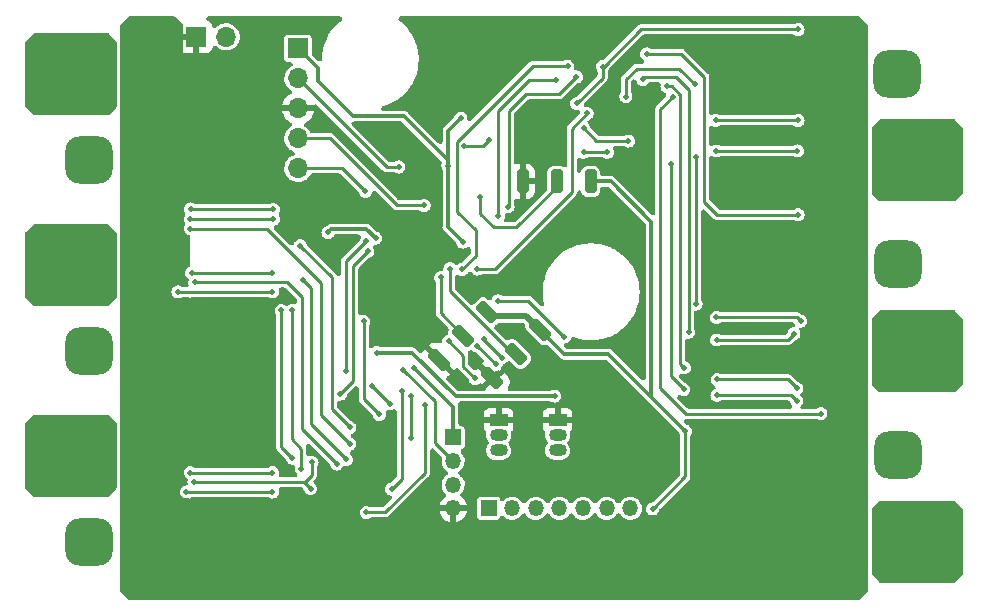
<source format=gbr>
%TF.GenerationSoftware,KiCad,Pcbnew,(6.0.5)*%
%TF.CreationDate,2023-08-08T13:01:53+01:00*%
%TF.ProjectId,Melty,4d656c74-792e-46b6-9963-61645f706362,rev?*%
%TF.SameCoordinates,Original*%
%TF.FileFunction,Copper,L2,Bot*%
%TF.FilePolarity,Positive*%
%FSLAX46Y46*%
G04 Gerber Fmt 4.6, Leading zero omitted, Abs format (unit mm)*
G04 Created by KiCad (PCBNEW (6.0.5)) date 2023-08-08 13:01:53*
%MOMM*%
%LPD*%
G01*
G04 APERTURE LIST*
G04 Aperture macros list*
%AMRoundRect*
0 Rectangle with rounded corners*
0 $1 Rounding radius*
0 $2 $3 $4 $5 $6 $7 $8 $9 X,Y pos of 4 corners*
0 Add a 4 corners polygon primitive as box body*
4,1,4,$2,$3,$4,$5,$6,$7,$8,$9,$2,$3,0*
0 Add four circle primitives for the rounded corners*
1,1,$1+$1,$2,$3*
1,1,$1+$1,$4,$5*
1,1,$1+$1,$6,$7*
1,1,$1+$1,$8,$9*
0 Add four rect primitives between the rounded corners*
20,1,$1+$1,$2,$3,$4,$5,0*
20,1,$1+$1,$4,$5,$6,$7,0*
20,1,$1+$1,$6,$7,$8,$9,0*
20,1,$1+$1,$8,$9,$2,$3,0*%
G04 Aperture macros list end*
%TA.AperFunction,ComponentPad*%
%ADD10R,1.350000X1.350000*%
%TD*%
%TA.AperFunction,ComponentPad*%
%ADD11O,1.350000X1.350000*%
%TD*%
%TA.AperFunction,ComponentPad*%
%ADD12R,1.700000X1.700000*%
%TD*%
%TA.AperFunction,ComponentPad*%
%ADD13O,1.700000X1.700000*%
%TD*%
%TA.AperFunction,ComponentPad*%
%ADD14RoundRect,1.200000X-0.800000X-0.800000X0.800000X-0.800000X0.800000X0.800000X-0.800000X0.800000X0*%
%TD*%
%TA.AperFunction,ComponentPad*%
%ADD15R,1.500000X1.050000*%
%TD*%
%TA.AperFunction,ComponentPad*%
%ADD16O,1.500000X1.050000*%
%TD*%
%TA.AperFunction,SMDPad,CuDef*%
%ADD17RoundRect,0.250000X-0.353553X0.707107X-0.707107X0.353553X0.353553X-0.707107X0.707107X-0.353553X0*%
%TD*%
%TA.AperFunction,SMDPad,CuDef*%
%ADD18RoundRect,0.250000X0.250000X0.750000X-0.250000X0.750000X-0.250000X-0.750000X0.250000X-0.750000X0*%
%TD*%
%TA.AperFunction,SMDPad,CuDef*%
%ADD19RoundRect,0.250000X0.353553X-0.707107X0.707107X-0.353553X-0.353553X0.707107X-0.707107X0.353553X0*%
%TD*%
%TA.AperFunction,ViaPad*%
%ADD20C,0.500000*%
%TD*%
%TA.AperFunction,Conductor*%
%ADD21C,0.500000*%
%TD*%
%TA.AperFunction,Conductor*%
%ADD22C,0.300000*%
%TD*%
%TA.AperFunction,Conductor*%
%ADD23C,0.250000*%
%TD*%
%TA.AperFunction,Conductor*%
%ADD24C,0.400000*%
%TD*%
G04 APERTURE END LIST*
D10*
%TO.P,J13,1,Pin_1*%
%TO.N,+5V*%
X105550000Y-87950000D03*
D11*
%TO.P,J13,2,Pin_2*%
%TO.N,Net-(J13-Pad2)*%
X107550000Y-87950000D03*
%TO.P,J13,3,Pin_3*%
%TO.N,Net-(J13-Pad3)*%
X109550000Y-87950000D03*
%TO.P,J13,4,Pin_4*%
%TO.N,Net-(J13-Pad4)*%
X111550000Y-87950000D03*
%TO.P,J13,5,Pin_5*%
%TO.N,Net-(J13-Pad5)*%
X113550000Y-87950000D03*
%TO.P,J13,6,Pin_6*%
%TO.N,Net-(J13-Pad6)*%
X115550000Y-87950000D03*
%TO.P,J13,7,Pin_7*%
%TO.N,Net-(J13-Pad7)*%
X117550000Y-87950000D03*
%TD*%
D12*
%TO.P,J11,1,Pin_1*%
%TO.N,GND*%
X80792000Y-48031800D03*
D13*
%TO.P,J11,2,Pin_2*%
%TO.N,+BATT*%
X83332000Y-48031800D03*
%TD*%
D14*
%TO.P,,1*%
%TO.N,C2*%
X71750000Y-90800000D03*
%TD*%
D12*
%TO.P,J1,1,Pin_1*%
%TO.N,+3V3*%
X89408000Y-49001600D03*
D13*
%TO.P,J1,2,Pin_2*%
%TO.N,SWDCLK*%
X89408000Y-51541600D03*
%TO.P,J1,3,Pin_3*%
%TO.N,GND*%
X89408000Y-54081600D03*
%TO.P,J1,4,Pin_4*%
%TO.N,SWDIO*%
X89408000Y-56621600D03*
%TO.P,J1,5,Pin_5*%
%TO.N,SWO*%
X89408000Y-59161600D03*
%TD*%
D14*
%TO.P,,1*%
%TO.N,C1*%
X140200000Y-83450000D03*
%TD*%
D10*
%TO.P,J12,1,Pin_1*%
%TO.N,+3V3*%
X102550000Y-81950000D03*
D11*
%TO.P,J12,2,Pin_2*%
%TO.N,IR_top*%
X102550000Y-83950000D03*
%TO.P,J12,3,Pin_3*%
%TO.N,IR_bottom*%
X102550000Y-85950000D03*
%TO.P,J12,4,Pin_4*%
%TO.N,GND*%
X102550000Y-87950000D03*
%TD*%
D14*
%TO.P,REF\u002A\u002A,1*%
%TO.N,B1*%
X140200000Y-67250000D03*
%TD*%
%TO.P,,1*%
%TO.N,A1*%
X140150000Y-51150000D03*
%TD*%
%TO.P,,1*%
%TO.N,B2*%
X71750000Y-74650000D03*
%TD*%
D15*
%TO.P,Q4,1,E*%
%TO.N,GND*%
X106400000Y-80500000D03*
D16*
%TO.P,Q4,2,B*%
%TO.N,Net-(Q4-Pad2)*%
X106400000Y-81770000D03*
%TO.P,Q4,3,C*%
%TO.N,Net-(Q4-Pad3)*%
X106400000Y-83040000D03*
%TD*%
D14*
%TO.P,,1*%
%TO.N,A2*%
X71700000Y-58500000D03*
%TD*%
D15*
%TO.P,Q3,1,E*%
%TO.N,GND*%
X111390000Y-80480000D03*
D16*
%TO.P,Q3,2,B*%
%TO.N,Net-(Q3-Pad2)*%
X111390000Y-81750000D03*
%TO.P,Q3,3,C*%
%TO.N,Net-(Q3-Pad3)*%
X111390000Y-83020000D03*
%TD*%
D17*
%TO.P,J6,1,Pin_1*%
%TO.N,PWM2*%
X107899200Y-74879200D03*
%TD*%
%TO.P,J4,1,Pin_1*%
%TO.N,+5V*%
X105423958Y-71334642D03*
%TD*%
D18*
%TO.P,J2,1,Pin_1*%
%TO.N,+5V*%
X114200000Y-60274200D03*
%TD*%
D17*
%TO.P,J8,1,Pin_1*%
%TO.N,GND*%
X105878643Y-76899758D03*
%TD*%
D19*
%TO.P,J9,1,Pin_1*%
%TO.N,GND*%
X101382842Y-75375758D03*
%TD*%
D18*
%TO.P,J5,1,Pin_1*%
%TO.N,PPM*%
X111315500Y-60274200D03*
%TD*%
D17*
%TO.P,J7,1,Pin_1*%
%TO.N,PWM3*%
X103403400Y-73355200D03*
%TD*%
%TO.P,J3,1,Pin_1*%
%TO.N,+5V*%
X109919758Y-72858643D03*
%TD*%
D18*
%TO.P,J10,1,Pin_1*%
%TO.N,GND*%
X108458000Y-60274200D03*
%TD*%
D20*
%TO.N,GND*%
X79019400Y-48895000D03*
X75488800Y-65024000D03*
X77241400Y-47447200D03*
X133019800Y-62585600D03*
X123700000Y-86700000D03*
X136982200Y-62204600D03*
X116762500Y-83000000D03*
X79121000Y-52603400D03*
X134747000Y-62052200D03*
X136601200Y-93065600D03*
X75209400Y-85369400D03*
X75285600Y-72034400D03*
X136300000Y-74400000D03*
X77216000Y-79984600D03*
X135026400Y-57581800D03*
X134797800Y-91871800D03*
X108929808Y-68315208D03*
X77190600Y-63855600D03*
X100200000Y-61300000D03*
X77200000Y-84450000D03*
X133150000Y-92550000D03*
X78900000Y-80400000D03*
X136652000Y-60731400D03*
X79000000Y-65000000D03*
X136677400Y-72390000D03*
X91300000Y-66100000D03*
X75514200Y-48895000D03*
X133150000Y-90000000D03*
X133680200Y-95199200D03*
X107975400Y-55727600D03*
X136626600Y-78689200D03*
X118550000Y-61250000D03*
X136677400Y-56515000D03*
X134797800Y-59537600D03*
X87172800Y-80391000D03*
X78333600Y-50876200D03*
X77190600Y-51841400D03*
X136169400Y-58674000D03*
X75300000Y-67050000D03*
X77216000Y-82499200D03*
X132750000Y-77050000D03*
X124841000Y-59639200D03*
X100100000Y-86550000D03*
X136525000Y-76936600D03*
X77190600Y-66294000D03*
X136804400Y-86029800D03*
X116050000Y-61900000D03*
X133450000Y-76050000D03*
X134797800Y-75768200D03*
X75285600Y-83362800D03*
X98850000Y-71850000D03*
X133070600Y-60756800D03*
X134848600Y-94234000D03*
X124850000Y-61250000D03*
X107350000Y-47500000D03*
X136728200Y-53746400D03*
X136702800Y-69723000D03*
X133654800Y-58267600D03*
X78841600Y-68199000D03*
X75285600Y-69113400D03*
X133070600Y-78105000D03*
X136601200Y-90017600D03*
X136779000Y-88366600D03*
X134797800Y-73888600D03*
X107350000Y-51200000D03*
X75260200Y-52603400D03*
X96650000Y-83850000D03*
X106550000Y-49350000D03*
X77190600Y-50139600D03*
X78943200Y-84429600D03*
X132350000Y-91150000D03*
X108350000Y-62150000D03*
X102100000Y-54900000D03*
X75285600Y-81203800D03*
X75488800Y-50952400D03*
X134797800Y-78079600D03*
X77216000Y-68072000D03*
X75209400Y-87960200D03*
X132867400Y-73329800D03*
%TO.N,+3V3*%
X103352600Y-65405000D03*
X95986600Y-65074800D03*
X103200200Y-54914800D03*
X91948000Y-64592200D03*
X99250000Y-76050000D03*
X102100000Y-58928000D03*
%TO.N,+3.3VA*%
X111150000Y-78450000D03*
X96064308Y-74776108D03*
%TO.N,SWDIO*%
X100100000Y-62300000D03*
%TO.N,SWDCLK*%
X97950000Y-59050000D03*
%TO.N,SWO*%
X95123000Y-61112400D03*
%TO.N,SPIx_SCK*%
X103474500Y-57300000D03*
X105547481Y-56805028D03*
%TO.N,A1_INL*%
X117373400Y-56845200D03*
X113588800Y-55753000D03*
%TO.N,B1_INL*%
X113600000Y-57800000D03*
X115595400Y-57800000D03*
%TO.N,A1*%
X113004600Y-53670200D03*
X131749800Y-47396400D03*
X115200000Y-50550000D03*
%TO.N,/GHA1*%
X122986800Y-52044600D03*
X117170200Y-53086000D03*
%TO.N,IR_top*%
X98300000Y-76200000D03*
%TO.N,IR_bottom*%
X102160999Y-73811521D03*
X104400000Y-76950000D03*
%TO.N,/GHA1'*%
X124764800Y-55092600D03*
X131750000Y-55100000D03*
%TO.N,/GHC1'*%
X131650000Y-77800000D03*
X124917200Y-77038200D03*
%TO.N,C1*%
X121138902Y-53105098D03*
X133680200Y-79933800D03*
%TO.N,/GLC1'*%
X131650000Y-78850000D03*
X124891800Y-78384400D03*
%TO.N,/GHA2'*%
X87325200Y-63449200D03*
X80289400Y-63449200D03*
%TO.N,A2*%
X93800000Y-82508900D03*
X80289400Y-64262000D03*
%TO.N,/GLA2'*%
X87325200Y-62636400D03*
X80314800Y-62611000D03*
%TO.N,/GHC2'*%
X87249000Y-86563200D03*
X79959200Y-86563200D03*
%TO.N,/GLC2'*%
X87249000Y-84937600D03*
X80289400Y-84937600D03*
%TO.N,/GHB1'*%
X131400000Y-73150000D03*
X124866400Y-73685400D03*
%TO.N,B1*%
X118948200Y-49479200D03*
X131749800Y-63093600D03*
%TO.N,/GLB1'*%
X131974500Y-72100000D03*
X124841000Y-71780400D03*
%TO.N,/GHB2'*%
X80400000Y-68021200D03*
X87249000Y-68021200D03*
%TO.N,/GLB2'*%
X87249000Y-69621400D03*
X79248000Y-69621400D03*
%TO.N,/GLC1*%
X122072400Y-77876400D03*
X120970900Y-58775600D03*
%TO.N,/GLB1*%
X123113800Y-70662800D03*
X123113800Y-58216800D03*
%TO.N,/GHC1*%
X120650000Y-52222400D03*
X122123200Y-76047600D03*
%TO.N,/GHB1*%
X122478800Y-73025000D03*
X118599800Y-51631000D03*
%TO.N,/GLB2*%
X88000000Y-71200000D03*
X88925400Y-83693000D03*
%TO.N,/GLA2*%
X89700000Y-84600000D03*
X88900000Y-71200000D03*
%TO.N,/GHB2*%
X93500000Y-83800000D03*
X89865200Y-68630800D03*
%TO.N,/GHA2*%
X89600000Y-65700000D03*
X93800000Y-81100000D03*
%TO.N,C2*%
X90601800Y-84048600D03*
X80600000Y-85725000D03*
X90474800Y-86283800D03*
%TO.N,B2*%
X80670400Y-68808600D03*
X92700000Y-84200000D03*
%TO.N,A2_INL*%
X97200000Y-79100000D03*
X95700000Y-77600000D03*
%TO.N,C2_INL*%
X93449893Y-76349893D03*
X95200000Y-65300000D03*
%TO.N,C2_INH*%
X93000000Y-78275981D03*
X95300000Y-66200000D03*
%TO.N,/GLA1'*%
X131699000Y-57683400D03*
X124841000Y-57683400D03*
%TO.N,M2_COM*%
X99000000Y-82000000D03*
X99000000Y-78400000D03*
%TO.N,M1_COM*%
X103301800Y-67716400D03*
X112236141Y-50518588D03*
%TO.N,A1_Vsense*%
X112979200Y-51420800D03*
X107200000Y-62400000D03*
%TO.N,B1_Vsense*%
X104600000Y-67700000D03*
X113900000Y-54500000D03*
%TO.N,C1_Vsense*%
X111300000Y-51700000D03*
X106375200Y-63195200D03*
%TO.N,A2_Vsense*%
X96300000Y-80000000D03*
X94970600Y-72110600D03*
%TO.N,B2_Vsense*%
X98200000Y-78000000D03*
X97332800Y-86309200D03*
%TO.N,C2_Vsense*%
X100153839Y-79200000D03*
X95199200Y-88290400D03*
%TO.N,VDC_sense*%
X106349800Y-70383400D03*
X111963200Y-73431400D03*
%TO.N,Heading_Red*%
X105181411Y-73600000D03*
X106700000Y-75200000D03*
%TO.N,Heading_Green*%
X106150000Y-75750000D03*
X104604252Y-74204252D03*
%TO.N,+5V*%
X122220000Y-81420000D03*
X119450000Y-88000000D03*
%TO.N,PPM*%
X104851200Y-61569600D03*
%TO.N,PWM2*%
X102285800Y-67665600D03*
%TO.N,PWM3*%
X101500000Y-68400000D03*
%TD*%
D21*
%TO.N,GND*%
X80792000Y-48031800D02*
X78631800Y-48031800D01*
D22*
X87172800Y-80391000D02*
X79578200Y-80391000D01*
D23*
X80650000Y-49500000D02*
X79500000Y-49500000D01*
D24*
X106050242Y-76899758D02*
X106900000Y-76050000D01*
D22*
%TO.N,+3V3*%
X102550000Y-79350000D02*
X102550000Y-81950000D01*
X98387000Y-54737000D02*
X94030800Y-54737000D01*
X102100000Y-58928000D02*
X102100000Y-58450000D01*
X91084400Y-50678000D02*
X89408000Y-49001600D01*
X92240200Y-64300000D02*
X91948000Y-64592200D01*
X103352600Y-65389238D02*
X103352600Y-65405000D01*
X102100000Y-58928000D02*
X102100000Y-56015000D01*
X95211800Y-64300000D02*
X92240200Y-64300000D01*
X102100000Y-58450000D02*
X98387000Y-54737000D01*
X95986600Y-65074800D02*
X95211800Y-64300000D01*
X102100000Y-58928000D02*
X102100000Y-64136638D01*
X99250000Y-76050000D02*
X102550000Y-79350000D01*
X94030800Y-54737000D02*
X91084400Y-51790600D01*
X102100000Y-56015000D02*
X103200200Y-54914800D01*
X102100000Y-64136638D02*
X103352600Y-65389238D01*
X91084400Y-51790600D02*
X91084400Y-50678000D01*
%TO.N,+3.3VA*%
X111150000Y-78450000D02*
X102750000Y-78450000D01*
X102750000Y-78450000D02*
X99076108Y-74776108D01*
X99076108Y-74776108D02*
X96064308Y-74776108D01*
D23*
%TO.N,SWDIO*%
X100100000Y-62300000D02*
X97800000Y-62300000D01*
X92121600Y-56621600D02*
X89408000Y-56621600D01*
X97800000Y-62300000D02*
X92121600Y-56621600D01*
%TO.N,SWDCLK*%
X96916400Y-59050000D02*
X89408000Y-51541600D01*
X97950000Y-59050000D02*
X96916400Y-59050000D01*
%TO.N,SWO*%
X89408000Y-59161600D02*
X93172200Y-59161600D01*
X93172200Y-59161600D02*
X95123000Y-61112400D01*
%TO.N,SPIx_SCK*%
X105052509Y-57300000D02*
X103474500Y-57300000D01*
X105547481Y-56805028D02*
X105052509Y-57300000D01*
%TO.N,A1_INL*%
X117373400Y-56845200D02*
X114681000Y-56845200D01*
X114681000Y-56845200D02*
X113588800Y-55753000D01*
%TO.N,B1_INL*%
X115595400Y-57800000D02*
X113600000Y-57800000D01*
%TO.N,A1*%
X118453600Y-47396400D02*
X131749800Y-47396400D01*
X115300000Y-50550000D02*
X118453600Y-47396400D01*
X115200000Y-51474800D02*
X113004600Y-53670200D01*
X115200000Y-50550000D02*
X115300000Y-50550000D01*
X115200000Y-50550000D02*
X115200000Y-51474800D01*
%TO.N,/GHA1*%
X117170200Y-51638200D02*
X117170200Y-53086000D01*
X118084600Y-50723800D02*
X117170200Y-51638200D01*
X122986800Y-52044600D02*
X121666000Y-50723800D01*
X121666000Y-50723800D02*
X118084600Y-50723800D01*
%TO.N,IR_top*%
X98300000Y-76200000D02*
X101000000Y-78900000D01*
X101000000Y-82400000D02*
X102550000Y-83950000D01*
X101000000Y-78900000D02*
X101000000Y-82400000D01*
%TO.N,IR_bottom*%
X103400000Y-75950000D02*
X103400000Y-75050522D01*
X103400000Y-75050522D02*
X102160999Y-73811521D01*
X104400000Y-76950000D02*
X103400000Y-75950000D01*
%TO.N,/GHA1'*%
X131742600Y-55092600D02*
X124764800Y-55092600D01*
X131750000Y-55100000D02*
X131742600Y-55092600D01*
%TO.N,/GHC1'*%
X130860800Y-77038200D02*
X124917200Y-77038200D01*
X131650000Y-77800000D02*
X131622600Y-77800000D01*
X131622600Y-77800000D02*
X130860800Y-77038200D01*
%TO.N,C1*%
X133680200Y-79933800D02*
X122233800Y-79933800D01*
X122233800Y-79933800D02*
X120100000Y-77800000D01*
X120100000Y-54144000D02*
X121138902Y-53105098D01*
X120100000Y-77800000D02*
X120100000Y-54144000D01*
%TO.N,/GLC1'*%
X131631200Y-78850000D02*
X131165600Y-78384400D01*
X131650000Y-78850000D02*
X131631200Y-78850000D01*
X131165600Y-78384400D02*
X124891800Y-78384400D01*
%TO.N,/GHA2'*%
X80289400Y-63449200D02*
X87325200Y-63449200D01*
%TO.N,A2*%
X86762000Y-64262000D02*
X80289400Y-64262000D01*
X91346069Y-80000000D02*
X91346069Y-80054969D01*
X91346069Y-80054969D02*
X93800000Y-82508900D01*
X91346069Y-80000000D02*
X91346069Y-68846069D01*
X91346069Y-68846069D02*
X86762000Y-64262000D01*
%TO.N,/GLA2'*%
X87299800Y-62611000D02*
X87325200Y-62636400D01*
X80314800Y-62611000D02*
X87299800Y-62611000D01*
%TO.N,/GHC2'*%
X87249000Y-86563200D02*
X79959200Y-86563200D01*
%TO.N,/GLC2'*%
X87249000Y-84937600D02*
X80289400Y-84937600D01*
%TO.N,/GHB1'*%
X130864600Y-73685400D02*
X124866400Y-73685400D01*
X131400000Y-73150000D02*
X130864600Y-73685400D01*
%TO.N,B1*%
X131749800Y-63093600D02*
X124893600Y-63093600D01*
X123800000Y-62000000D02*
X123800000Y-51400000D01*
X124893600Y-63093600D02*
X123800000Y-62000000D01*
X123800000Y-51400000D02*
X121879200Y-49479200D01*
X121879200Y-49479200D02*
X118948200Y-49479200D01*
%TO.N,/GLB1'*%
X131654900Y-71780400D02*
X124841000Y-71780400D01*
X131974500Y-72100000D02*
X131654900Y-71780400D01*
%TO.N,/GHB2'*%
X80400000Y-68021200D02*
X87249000Y-68021200D01*
%TO.N,/GLB2'*%
X79248000Y-69621400D02*
X87249000Y-69621400D01*
%TO.N,/GLC1*%
X122072400Y-77876400D02*
X122072400Y-77851000D01*
X122072400Y-77851000D02*
X120970900Y-76749500D01*
X120970900Y-76749500D02*
X120970900Y-58775600D01*
%TO.N,/GLB1*%
X123113800Y-58216800D02*
X123113800Y-70662800D01*
%TO.N,/GHC1*%
X121775000Y-52928714D02*
X121068686Y-52222400D01*
X121068686Y-52222400D02*
X120650000Y-52222400D01*
X121775000Y-75699400D02*
X121775000Y-52928714D01*
X122123200Y-76047600D02*
X121775000Y-75699400D01*
%TO.N,/GHB1*%
X122478800Y-73025000D02*
X122478800Y-52527200D01*
X118795800Y-51435000D02*
X118599800Y-51631000D01*
X122478800Y-52527200D02*
X121386600Y-51435000D01*
X121386600Y-51435000D02*
X118795800Y-51435000D01*
%TO.N,/GLB2*%
X88000000Y-82767600D02*
X88925400Y-83693000D01*
X88000000Y-71200000D02*
X88000000Y-82767600D01*
%TO.N,/GLA2*%
X88900000Y-82100000D02*
X88900000Y-71200000D01*
X89700000Y-82900000D02*
X88900000Y-82100000D01*
X89700000Y-84600000D02*
X89700000Y-82900000D01*
%TO.N,/GHB2*%
X93500000Y-83800000D02*
X90500200Y-80800200D01*
X90500200Y-69265800D02*
X89865200Y-68630800D01*
X90500200Y-80800200D02*
X90500200Y-69265800D01*
%TO.N,/GHA2*%
X92278200Y-79578200D02*
X92278200Y-68378200D01*
X92278200Y-68378200D02*
X89600000Y-65700000D01*
X93800000Y-81100000D02*
X92278200Y-79578200D01*
%TO.N,C2*%
X89916000Y-85725000D02*
X90474800Y-86283800D01*
X80600000Y-85725000D02*
X89375000Y-85725000D01*
X89975000Y-85725000D02*
X90601800Y-85098200D01*
X89375000Y-85725000D02*
X89916000Y-85725000D01*
X89375000Y-85725000D02*
X89975000Y-85725000D01*
X90601800Y-85098200D02*
X90601800Y-84048600D01*
%TO.N,B2*%
X92700000Y-84200000D02*
X89724511Y-81224511D01*
X89724511Y-81224511D02*
X89724511Y-70024511D01*
X89724511Y-70024511D02*
X88508600Y-68808600D01*
X88508600Y-68808600D02*
X80670400Y-68808600D01*
%TO.N,A2_INL*%
X97200000Y-79100000D02*
X95700000Y-77600000D01*
%TO.N,C2_INL*%
X93449893Y-67050107D02*
X93449893Y-76349893D01*
X95200000Y-65300000D02*
X93449893Y-67050107D01*
%TO.N,C2_INH*%
X94100000Y-77175981D02*
X93000000Y-78275981D01*
X94100000Y-67400000D02*
X94100000Y-77175981D01*
X95300000Y-66200000D02*
X94100000Y-67400000D01*
%TO.N,/GLA1'*%
X124841000Y-57683400D02*
X131699000Y-57683400D01*
%TO.N,M2_COM*%
X99000000Y-82000000D02*
X99000000Y-78400000D01*
%TO.N,M1_COM*%
X102900000Y-62850000D02*
X104450000Y-64400000D01*
X104450000Y-64400000D02*
X104450000Y-66568200D01*
X109274984Y-50518588D02*
X102900000Y-56893572D01*
X104450000Y-66568200D02*
X103301800Y-67716400D01*
X112236141Y-50518588D02*
X109274984Y-50518588D01*
X102900000Y-56893572D02*
X102900000Y-62850000D01*
%TO.N,A1_Vsense*%
X107200000Y-62400000D02*
X107255489Y-62344511D01*
X107255489Y-54344511D02*
X108700000Y-52900000D01*
X107255489Y-62344511D02*
X107255489Y-54344511D01*
X108700000Y-52900000D02*
X111500000Y-52900000D01*
X111500000Y-52900000D02*
X112979200Y-51420800D01*
%TO.N,B1_Vsense*%
X106100000Y-67700000D02*
X104600000Y-67700000D01*
X112600000Y-55800000D02*
X112600000Y-61200000D01*
X112600000Y-61200000D02*
X106100000Y-67700000D01*
X113900000Y-54500000D02*
X112600000Y-55800000D01*
%TO.N,C1_Vsense*%
X109000000Y-51700000D02*
X106375200Y-54324800D01*
X106375200Y-54324800D02*
X106375200Y-63195200D01*
X111300000Y-51700000D02*
X109000000Y-51700000D01*
%TO.N,A2_Vsense*%
X96300000Y-80000000D02*
X94970600Y-78670600D01*
X94970600Y-78670600D02*
X94970600Y-72110600D01*
%TO.N,B2_Vsense*%
X98200000Y-85442000D02*
X97332800Y-86309200D01*
X98200000Y-78000000D02*
X98200000Y-85442000D01*
%TO.N,C2_Vsense*%
X100153839Y-84946161D02*
X96809600Y-88290400D01*
X100153839Y-79200000D02*
X100153839Y-84946161D01*
X96809600Y-88290400D02*
X95199200Y-88290400D01*
%TO.N,VDC_sense*%
X108915200Y-70383400D02*
X111963200Y-73431400D01*
X106349800Y-70383400D02*
X108915200Y-70383400D01*
%TO.N,Heading_Red*%
X105181411Y-73681411D02*
X105181411Y-73600000D01*
X106700000Y-75200000D02*
X105181411Y-73681411D01*
%TO.N,Heading_Green*%
X106150000Y-75750000D02*
X104604252Y-74204252D01*
D22*
%TO.N,+5V*%
X115900200Y-60274200D02*
X119300000Y-63674000D01*
X115700000Y-74900000D02*
X111961115Y-74900000D01*
X119300000Y-78500000D02*
X119325000Y-78525000D01*
D21*
X109917243Y-72858643D02*
X108737400Y-71678800D01*
X105768116Y-71678800D02*
X105423958Y-71334642D01*
D23*
X122220000Y-85230000D02*
X122220000Y-81420000D01*
D22*
X118900000Y-78100000D02*
X115700000Y-74900000D01*
X122220000Y-81420000D02*
X119325000Y-78525000D01*
X119325000Y-78525000D02*
X118900000Y-78100000D01*
X114200000Y-60274200D02*
X115900200Y-60274200D01*
D21*
X109919758Y-72858643D02*
X109917243Y-72858643D01*
D22*
X111961115Y-74900000D02*
X109919758Y-72858643D01*
D23*
X119450000Y-88000000D02*
X122220000Y-85230000D01*
D22*
X119300000Y-63674000D02*
X119300000Y-78500000D01*
D21*
X108737400Y-71678800D02*
X105768116Y-71678800D01*
D23*
%TO.N,PPM*%
X107900000Y-64150000D02*
X106000000Y-64150000D01*
X111315500Y-60734500D02*
X107900000Y-64150000D01*
X111315500Y-60274200D02*
X111315500Y-60734500D01*
X106000000Y-64150000D02*
X104851200Y-63001200D01*
X104851200Y-63001200D02*
X104851200Y-61569600D01*
%TO.N,PWM2*%
X107899200Y-74879200D02*
X107579200Y-74879200D01*
X102285800Y-69585800D02*
X102285800Y-67665600D01*
X107579200Y-74879200D02*
X102285800Y-69585800D01*
%TO.N,PWM3*%
X103403400Y-73355200D02*
X101500000Y-71451800D01*
X101500000Y-71451800D02*
X101500000Y-68400000D01*
%TD*%
%TA.AperFunction,Conductor*%
%TO.N,GND*%
G36*
X136984177Y-46320185D02*
G01*
X137004819Y-46336819D01*
X137631681Y-46963681D01*
X137665166Y-47025004D01*
X137668000Y-47051362D01*
X137668000Y-95009369D01*
X137657081Y-95022919D01*
X137016819Y-95663181D01*
X136955496Y-95696666D01*
X136929138Y-95699500D01*
X131749800Y-95699500D01*
X131749800Y-80359300D01*
X133288336Y-80359300D01*
X133355375Y-80378985D01*
X133363820Y-80384923D01*
X133402575Y-80414661D01*
X133410087Y-80417772D01*
X133410086Y-80417772D01*
X133528977Y-80467018D01*
X133528979Y-80467019D01*
X133536491Y-80470130D01*
X133680200Y-80489050D01*
X133823909Y-80470130D01*
X133831421Y-80467019D01*
X133831423Y-80467018D01*
X133950314Y-80417772D01*
X133950313Y-80417772D01*
X133957825Y-80414661D01*
X134004319Y-80378985D01*
X134066378Y-80331365D01*
X134072821Y-80326421D01*
X134161061Y-80211425D01*
X134216530Y-80077509D01*
X134235450Y-79933800D01*
X134216530Y-79790091D01*
X134161061Y-79656175D01*
X134072821Y-79541179D01*
X134029973Y-79508300D01*
X133964272Y-79457886D01*
X133957825Y-79452939D01*
X133916474Y-79435811D01*
X133831423Y-79400582D01*
X133831421Y-79400581D01*
X133823909Y-79397470D01*
X133680200Y-79378550D01*
X133536491Y-79397470D01*
X133528979Y-79400581D01*
X133528977Y-79400582D01*
X133443926Y-79435811D01*
X133402575Y-79452939D01*
X133363823Y-79482675D01*
X133298654Y-79507870D01*
X133288336Y-79508300D01*
X132061675Y-79508300D01*
X131994636Y-79488615D01*
X131948881Y-79435811D01*
X131938937Y-79366653D01*
X131967962Y-79303097D01*
X131986188Y-79285925D01*
X132036174Y-79247569D01*
X132036178Y-79247565D01*
X132042621Y-79242621D01*
X132130861Y-79127625D01*
X132186330Y-78993709D01*
X132205250Y-78850000D01*
X132186330Y-78706291D01*
X132130861Y-78572375D01*
X132042621Y-78457379D01*
X132036178Y-78452435D01*
X132036174Y-78452431D01*
X131998308Y-78423375D01*
X131957106Y-78366947D01*
X131952951Y-78297201D01*
X131987164Y-78236281D01*
X131998308Y-78226625D01*
X132036174Y-78197569D01*
X132036178Y-78197565D01*
X132042621Y-78192621D01*
X132130861Y-78077625D01*
X132186330Y-77943709D01*
X132205250Y-77800000D01*
X132186330Y-77656291D01*
X132130861Y-77522375D01*
X132042621Y-77407379D01*
X131927625Y-77319139D01*
X131793709Y-77263670D01*
X131765708Y-77259984D01*
X131749800Y-77257889D01*
X131749800Y-73575479D01*
X131786178Y-73547565D01*
X131792621Y-73542621D01*
X131880861Y-73427625D01*
X131936330Y-73293709D01*
X131955250Y-73150000D01*
X131936330Y-73006291D01*
X131880861Y-72872375D01*
X131875913Y-72865927D01*
X131875911Y-72865923D01*
X131866513Y-72853675D01*
X131841319Y-72788505D01*
X131855358Y-72720060D01*
X131904172Y-72670071D01*
X131964889Y-72654189D01*
X131966441Y-72654189D01*
X131974500Y-72655250D01*
X132118209Y-72636330D01*
X132125721Y-72633219D01*
X132125723Y-72633218D01*
X132244614Y-72583972D01*
X132244613Y-72583972D01*
X132252125Y-72580861D01*
X132367121Y-72492621D01*
X132455361Y-72377625D01*
X132510830Y-72243709D01*
X132529750Y-72100000D01*
X132510830Y-71956291D01*
X132493117Y-71913526D01*
X132458472Y-71829886D01*
X132455361Y-71822375D01*
X132367121Y-71707379D01*
X132252125Y-71619139D01*
X132118209Y-71563670D01*
X132069779Y-71557294D01*
X132005883Y-71529027D01*
X131998284Y-71522036D01*
X131908120Y-71431872D01*
X131886603Y-71420909D01*
X131870019Y-71410746D01*
X131858373Y-71402284D01*
X131858369Y-71402282D01*
X131850481Y-71396551D01*
X131827516Y-71389089D01*
X131809547Y-71381646D01*
X131788026Y-71370681D01*
X131778389Y-71369155D01*
X131778387Y-71369154D01*
X131764179Y-71366904D01*
X131749800Y-71363452D01*
X131749800Y-63648850D01*
X131893509Y-63629930D01*
X131901021Y-63626819D01*
X131901023Y-63626818D01*
X132019914Y-63577572D01*
X132019913Y-63577572D01*
X132027425Y-63574461D01*
X132050539Y-63556725D01*
X132135978Y-63491165D01*
X132142421Y-63486221D01*
X132230661Y-63371225D01*
X132286130Y-63237309D01*
X132305050Y-63093600D01*
X132286130Y-62949891D01*
X132230661Y-62815975D01*
X132142421Y-62700979D01*
X132099573Y-62668100D01*
X132033872Y-62617686D01*
X132027425Y-62612739D01*
X131991393Y-62597814D01*
X131901023Y-62560382D01*
X131901021Y-62560381D01*
X131893509Y-62557270D01*
X131749800Y-62538350D01*
X131749800Y-58231962D01*
X131759765Y-58230650D01*
X131842709Y-58219730D01*
X131850221Y-58216619D01*
X131850223Y-58216618D01*
X131969114Y-58167372D01*
X131969113Y-58167372D01*
X131976625Y-58164261D01*
X131999739Y-58146525D01*
X132085178Y-58080965D01*
X132091621Y-58076021D01*
X132179861Y-57961025D01*
X132235330Y-57827109D01*
X132254250Y-57683400D01*
X132235330Y-57539691D01*
X132179861Y-57405775D01*
X132091621Y-57290779D01*
X132048773Y-57257900D01*
X131983072Y-57207486D01*
X131976625Y-57202539D01*
X131940593Y-57187614D01*
X131850223Y-57150182D01*
X131850221Y-57150181D01*
X131842709Y-57147070D01*
X131759765Y-57136150D01*
X131749800Y-57134838D01*
X131749800Y-55655224D01*
X131750000Y-55655250D01*
X131893709Y-55636330D01*
X131901221Y-55633219D01*
X131901223Y-55633218D01*
X132020114Y-55583972D01*
X132020113Y-55583972D01*
X132027625Y-55580861D01*
X132142621Y-55492621D01*
X132230861Y-55377625D01*
X132286330Y-55243709D01*
X132305250Y-55100000D01*
X132286330Y-54956291D01*
X132230861Y-54822375D01*
X132142621Y-54707379D01*
X132027625Y-54619139D01*
X131991593Y-54604214D01*
X131901223Y-54566782D01*
X131901221Y-54566781D01*
X131893709Y-54563670D01*
X131750000Y-54544750D01*
X131749800Y-54544776D01*
X131749800Y-47951650D01*
X131893509Y-47932730D01*
X131901021Y-47929619D01*
X131901023Y-47929618D01*
X132019914Y-47880372D01*
X132019913Y-47880372D01*
X132027425Y-47877261D01*
X132050539Y-47859525D01*
X132135978Y-47793965D01*
X132142421Y-47789021D01*
X132230661Y-47674025D01*
X132286130Y-47540109D01*
X132305050Y-47396400D01*
X132286130Y-47252691D01*
X132230661Y-47118775D01*
X132142421Y-47003779D01*
X132099573Y-46970900D01*
X132033872Y-46920486D01*
X132027425Y-46915539D01*
X131991393Y-46900614D01*
X131901023Y-46863182D01*
X131901021Y-46863181D01*
X131893509Y-46860070D01*
X131749800Y-46841150D01*
X131749800Y-46300500D01*
X136917138Y-46300500D01*
X136984177Y-46320185D01*
G37*
%TD.AperFunction*%
%TD*%
%TA.AperFunction,Conductor*%
%TO.N,GND*%
G36*
X79016177Y-46320185D02*
G01*
X79036819Y-46336819D01*
X79663681Y-46963681D01*
X79697166Y-47025004D01*
X79700000Y-47051362D01*
X79700000Y-49400000D01*
X80289400Y-49400000D01*
X80288846Y-50415944D01*
X80282560Y-61951318D01*
X80262839Y-62018346D01*
X80210010Y-62064072D01*
X80186793Y-62070732D01*
X80187000Y-62071506D01*
X80179153Y-62073609D01*
X80171091Y-62074670D01*
X80163579Y-62077781D01*
X80163577Y-62077782D01*
X80073207Y-62115214D01*
X80037175Y-62130139D01*
X80030728Y-62135086D01*
X79965028Y-62185500D01*
X79922179Y-62218379D01*
X79833939Y-62333375D01*
X79778470Y-62467291D01*
X79759550Y-62611000D01*
X79778470Y-62754709D01*
X79833939Y-62888625D01*
X79838887Y-62895073D01*
X79838889Y-62895077D01*
X79871873Y-62938062D01*
X79897068Y-63003231D01*
X79883030Y-63071676D01*
X79871873Y-63089036D01*
X79813489Y-63165123D01*
X79813487Y-63165127D01*
X79808539Y-63171575D01*
X79753070Y-63305491D01*
X79734150Y-63449200D01*
X79753070Y-63592909D01*
X79808539Y-63726825D01*
X79813487Y-63733273D01*
X79813489Y-63733277D01*
X79849428Y-63780113D01*
X79874623Y-63845282D01*
X79860585Y-63913727D01*
X79849428Y-63931087D01*
X79813489Y-63977923D01*
X79813487Y-63977927D01*
X79808539Y-63984375D01*
X79753070Y-64118291D01*
X79734150Y-64262000D01*
X79753070Y-64405709D01*
X79808539Y-64539625D01*
X79896779Y-64654621D01*
X79903222Y-64659565D01*
X79988661Y-64725125D01*
X80011775Y-64742861D01*
X80019287Y-64745972D01*
X80019286Y-64745972D01*
X80138177Y-64795218D01*
X80138179Y-64795219D01*
X80145691Y-64798330D01*
X80153751Y-64799391D01*
X80153754Y-64799392D01*
X80173126Y-64801942D01*
X80237022Y-64830209D01*
X80275493Y-64888533D01*
X80280940Y-64924949D01*
X80279595Y-67392433D01*
X80259875Y-67459459D01*
X80203049Y-67506923D01*
X80163551Y-67523283D01*
X80129885Y-67537228D01*
X80129883Y-67537229D01*
X80122375Y-67540339D01*
X80115928Y-67545286D01*
X80050228Y-67595700D01*
X80007379Y-67628579D01*
X79919139Y-67743575D01*
X79863670Y-67877491D01*
X79844750Y-68021200D01*
X79863670Y-68164909D01*
X79919139Y-68298825D01*
X80007379Y-68413821D01*
X80013822Y-68418765D01*
X80013826Y-68418769D01*
X80106943Y-68490221D01*
X80148145Y-68546649D01*
X80152300Y-68616395D01*
X80146017Y-68636048D01*
X80134070Y-68664891D01*
X80115150Y-68808600D01*
X80134070Y-68952309D01*
X80163951Y-69024450D01*
X80171420Y-69093917D01*
X80140145Y-69156396D01*
X80080056Y-69192048D01*
X80049390Y-69195900D01*
X79639864Y-69195900D01*
X79572825Y-69176215D01*
X79564377Y-69170275D01*
X79546290Y-69156396D01*
X79525625Y-69140539D01*
X79489593Y-69125614D01*
X79399223Y-69088182D01*
X79399221Y-69088181D01*
X79391709Y-69085070D01*
X79248000Y-69066150D01*
X79104291Y-69085070D01*
X79096779Y-69088181D01*
X79096777Y-69088182D01*
X79006407Y-69125614D01*
X78970375Y-69140539D01*
X78963928Y-69145486D01*
X78898228Y-69195900D01*
X78855379Y-69228779D01*
X78767139Y-69343775D01*
X78711670Y-69477691D01*
X78692750Y-69621400D01*
X78711670Y-69765109D01*
X78767139Y-69899025D01*
X78855379Y-70014021D01*
X78861822Y-70018965D01*
X78898788Y-70047330D01*
X78970375Y-70102261D01*
X78977887Y-70105372D01*
X78977886Y-70105372D01*
X79096777Y-70154618D01*
X79096779Y-70154619D01*
X79104291Y-70157730D01*
X79248000Y-70176650D01*
X79391709Y-70157730D01*
X79399221Y-70154619D01*
X79399223Y-70154618D01*
X79518114Y-70105372D01*
X79518113Y-70105372D01*
X79525625Y-70102261D01*
X79564377Y-70072525D01*
X79629546Y-70047330D01*
X79639864Y-70046900D01*
X80154081Y-70046900D01*
X80221120Y-70066585D01*
X80266875Y-70119389D01*
X80278081Y-70170968D01*
X80270395Y-84276175D01*
X80250674Y-84343203D01*
X80197845Y-84388929D01*
X80162584Y-84399046D01*
X80145691Y-84401270D01*
X80011775Y-84456739D01*
X80005328Y-84461686D01*
X79939628Y-84512100D01*
X79896779Y-84544979D01*
X79808539Y-84659975D01*
X79753070Y-84793891D01*
X79734150Y-84937600D01*
X79753070Y-85081309D01*
X79808539Y-85215225D01*
X79896779Y-85330221D01*
X80011775Y-85418461D01*
X80015592Y-85420042D01*
X80062531Y-85469266D01*
X80075757Y-85537873D01*
X80068781Y-85565906D01*
X80068884Y-85565934D01*
X80067338Y-85571703D01*
X80066882Y-85573537D01*
X80063670Y-85581291D01*
X80044750Y-85725000D01*
X80045811Y-85733059D01*
X80063670Y-85868709D01*
X80060222Y-85869163D01*
X80058976Y-85922975D01*
X80019852Y-85980864D01*
X79957025Y-86008236D01*
X79823554Y-86025808D01*
X79823551Y-86025809D01*
X79815491Y-86026870D01*
X79807979Y-86029981D01*
X79807977Y-86029982D01*
X79764427Y-86048021D01*
X79681575Y-86082339D01*
X79566579Y-86170579D01*
X79478339Y-86285575D01*
X79422870Y-86419491D01*
X79403950Y-86563200D01*
X79422870Y-86706909D01*
X79478339Y-86840825D01*
X79566579Y-86955821D01*
X79573022Y-86960765D01*
X79658461Y-87026325D01*
X79681575Y-87044061D01*
X79689087Y-87047172D01*
X79689086Y-87047172D01*
X79807977Y-87096418D01*
X79807979Y-87096419D01*
X79815491Y-87099530D01*
X79959200Y-87118450D01*
X79967259Y-87117389D01*
X80094851Y-87100591D01*
X80094852Y-87100591D01*
X80102909Y-87099530D01*
X80110418Y-87096420D01*
X80112701Y-87095808D01*
X80182550Y-87097471D01*
X80240413Y-87136634D01*
X80267917Y-87200862D01*
X80268793Y-87215637D01*
X80264170Y-95699500D01*
X75132553Y-95699500D01*
X75065514Y-95679815D01*
X75044683Y-95662992D01*
X74407330Y-95022886D01*
X74373977Y-94961491D01*
X74371200Y-94935394D01*
X74371200Y-47051362D01*
X74390885Y-46984323D01*
X74407519Y-46963681D01*
X75034381Y-46336819D01*
X75095704Y-46303334D01*
X75122062Y-46300500D01*
X78949138Y-46300500D01*
X79016177Y-46320185D01*
G37*
%TD.AperFunction*%
%TD*%
%TA.AperFunction,Conductor*%
%TO.N,GND*%
G36*
X131749800Y-95699500D02*
G01*
X80264170Y-95699500D01*
X80267516Y-89560400D01*
X131749800Y-89560400D01*
X131749800Y-95699500D01*
G37*
%TD.AperFunction*%
%TD*%
%TA.AperFunction,Conductor*%
%TO.N,GND*%
G36*
X108513289Y-72249007D02*
G01*
X108567658Y-72287584D01*
X108602567Y-72322492D01*
X108649687Y-72397480D01*
X108657792Y-72478083D01*
X108658817Y-72478083D01*
X108658817Y-72488271D01*
X108659013Y-72490220D01*
X108656976Y-72505090D01*
X108658817Y-72518530D01*
X108672880Y-72621192D01*
X108677445Y-72654522D01*
X108737346Y-72792945D01*
X108745232Y-72803003D01*
X108745233Y-72803004D01*
X108788480Y-72858158D01*
X108793145Y-72864108D01*
X109914293Y-73985256D01*
X109919010Y-73988955D01*
X109919015Y-73988959D01*
X109925493Y-73994038D01*
X109985456Y-74041055D01*
X109997187Y-74046132D01*
X109997188Y-74046132D01*
X110096588Y-74089146D01*
X110123879Y-74100956D01*
X110273311Y-74121425D01*
X110414785Y-74102046D01*
X110503001Y-74109853D01*
X110582503Y-74158491D01*
X111615321Y-75191309D01*
X111630884Y-75208822D01*
X111640032Y-75220427D01*
X111640035Y-75220430D01*
X111649243Y-75232110D01*
X111696577Y-75264825D01*
X111701632Y-75268437D01*
X111735967Y-75293798D01*
X111735969Y-75293799D01*
X111747932Y-75302635D01*
X111754749Y-75305029D01*
X111760684Y-75309131D01*
X111774864Y-75313616D01*
X111774867Y-75313617D01*
X111815502Y-75326468D01*
X111821431Y-75328446D01*
X111861712Y-75342592D01*
X111861714Y-75342592D01*
X111875746Y-75347520D01*
X111882963Y-75347804D01*
X111889845Y-75349980D01*
X111896452Y-75350500D01*
X111947680Y-75350500D01*
X111955493Y-75350653D01*
X112011109Y-75352838D01*
X112019099Y-75350720D01*
X112023089Y-75350500D01*
X115430969Y-75350500D01*
X115517312Y-75370207D01*
X115571683Y-75408786D01*
X118971943Y-78809046D01*
X118977360Y-78814679D01*
X119005050Y-78844635D01*
X119005053Y-78844637D01*
X119015146Y-78855556D01*
X119022295Y-78859708D01*
X119025274Y-78862377D01*
X121632658Y-81469761D01*
X121679777Y-81544749D01*
X121682214Y-81552649D01*
X121683670Y-81563709D01*
X121688664Y-81575765D01*
X121688664Y-81575766D01*
X121711245Y-81630281D01*
X121739139Y-81697625D01*
X121747078Y-81707971D01*
X121747079Y-81707973D01*
X121753376Y-81716179D01*
X121790304Y-81796676D01*
X121794500Y-81837324D01*
X121794500Y-84971324D01*
X121774793Y-85057667D01*
X121736214Y-85112038D01*
X119444219Y-87404033D01*
X119369231Y-87451152D01*
X119329481Y-87460616D01*
X119319224Y-87461966D01*
X119319214Y-87461969D01*
X119306291Y-87463670D01*
X119237973Y-87491968D01*
X119184426Y-87514147D01*
X119184424Y-87514148D01*
X119172375Y-87519139D01*
X119057379Y-87607379D01*
X118969139Y-87722375D01*
X118964148Y-87734424D01*
X118964147Y-87734426D01*
X118918663Y-87844235D01*
X118918662Y-87844240D01*
X118913670Y-87856291D01*
X118911967Y-87869229D01*
X118910106Y-87876174D01*
X118868724Y-87954474D01*
X118835246Y-87979183D01*
X118853739Y-87991153D01*
X118899844Y-88066769D01*
X118908440Y-88103984D01*
X118913670Y-88143709D01*
X118918660Y-88155757D01*
X118918661Y-88155759D01*
X118948136Y-88226918D01*
X118969139Y-88277625D01*
X119057379Y-88392621D01*
X119172375Y-88480861D01*
X119184424Y-88485852D01*
X119184426Y-88485853D01*
X119234445Y-88506571D01*
X119306291Y-88536330D01*
X119450000Y-88555250D01*
X119593709Y-88536330D01*
X119665555Y-88506571D01*
X119715574Y-88485853D01*
X119715576Y-88485852D01*
X119727625Y-88480861D01*
X119842621Y-88392621D01*
X119930861Y-88277625D01*
X119986330Y-88143709D01*
X119988031Y-88130786D01*
X119988034Y-88130776D01*
X119989384Y-88120519D01*
X120020193Y-88037488D01*
X120045967Y-88005781D01*
X122568528Y-85483220D01*
X122576809Y-85466967D01*
X122593127Y-85440339D01*
X122594643Y-85438252D01*
X122603850Y-85425580D01*
X122609488Y-85408227D01*
X122621440Y-85379374D01*
X122622609Y-85377079D01*
X122629719Y-85363126D01*
X122632573Y-85345107D01*
X122639863Y-85314743D01*
X122640661Y-85312287D01*
X122640661Y-85312286D01*
X122645500Y-85297393D01*
X122645500Y-81837324D01*
X122665207Y-81750981D01*
X122686624Y-81716179D01*
X122692921Y-81707973D01*
X122692922Y-81707971D01*
X122700861Y-81697625D01*
X122720494Y-81650228D01*
X122751339Y-81575759D01*
X122751339Y-81575758D01*
X122756330Y-81563709D01*
X122775250Y-81420000D01*
X122756330Y-81276291D01*
X122748833Y-81258191D01*
X122705853Y-81154426D01*
X122705852Y-81154424D01*
X122700861Y-81142375D01*
X122612621Y-81027379D01*
X122497625Y-80939139D01*
X122485576Y-80934148D01*
X122485574Y-80934147D01*
X122375766Y-80888664D01*
X122375765Y-80888664D01*
X122363709Y-80883670D01*
X122356154Y-80882675D01*
X122280671Y-80842781D01*
X122269761Y-80832658D01*
X122136117Y-80699014D01*
X122088998Y-80624026D01*
X122079082Y-80536019D01*
X122108333Y-80452426D01*
X122170957Y-80389802D01*
X122254550Y-80360551D01*
X122276831Y-80359300D01*
X131749800Y-80359300D01*
X131749800Y-89560400D01*
X80289400Y-89560400D01*
X80289400Y-87187700D01*
X80309107Y-87101357D01*
X80364326Y-87032116D01*
X80444118Y-86993689D01*
X80488400Y-86988700D01*
X86831676Y-86988700D01*
X86918019Y-87008407D01*
X86952821Y-87029824D01*
X86961027Y-87036121D01*
X86961029Y-87036122D01*
X86971375Y-87044061D01*
X86983424Y-87049052D01*
X86983426Y-87049053D01*
X87080552Y-87089283D01*
X87105291Y-87099530D01*
X87249000Y-87118450D01*
X87392709Y-87099530D01*
X87417448Y-87089283D01*
X87514574Y-87049053D01*
X87514576Y-87049052D01*
X87526625Y-87044061D01*
X87641621Y-86955821D01*
X87729861Y-86840825D01*
X87740501Y-86815139D01*
X87780339Y-86718959D01*
X87780339Y-86718958D01*
X87785330Y-86706909D01*
X87804250Y-86563200D01*
X87793427Y-86480993D01*
X87787033Y-86432424D01*
X87787032Y-86432422D01*
X87785330Y-86419491D01*
X87780338Y-86407440D01*
X87778614Y-86401005D01*
X87775302Y-86312503D01*
X87810718Y-86231330D01*
X87877847Y-86173561D01*
X87970833Y-86150500D01*
X89657324Y-86150500D01*
X89743667Y-86170207D01*
X89798038Y-86208786D01*
X89878833Y-86289581D01*
X89925952Y-86364569D01*
X89935416Y-86404319D01*
X89936766Y-86414576D01*
X89936769Y-86414586D01*
X89938470Y-86427509D01*
X89993939Y-86561425D01*
X90082179Y-86676421D01*
X90197175Y-86764661D01*
X90209224Y-86769652D01*
X90209226Y-86769653D01*
X90319041Y-86815139D01*
X90331091Y-86820130D01*
X90474800Y-86839050D01*
X90618509Y-86820130D01*
X90630559Y-86815139D01*
X90740374Y-86769653D01*
X90740376Y-86769652D01*
X90752425Y-86764661D01*
X90867421Y-86676421D01*
X90955661Y-86561425D01*
X91011130Y-86427509D01*
X91030050Y-86283800D01*
X91011130Y-86140091D01*
X90972994Y-86048021D01*
X90960653Y-86018226D01*
X90960652Y-86018224D01*
X90955661Y-86006175D01*
X90867421Y-85891179D01*
X90857076Y-85883241D01*
X90857074Y-85883239D01*
X90788945Y-85830961D01*
X90732442Y-85762764D01*
X90711125Y-85676804D01*
X90729215Y-85590108D01*
X90769376Y-85532371D01*
X90855016Y-85446731D01*
X90855019Y-85446729D01*
X90950328Y-85351420D01*
X90958612Y-85335162D01*
X90974928Y-85308537D01*
X90976442Y-85306453D01*
X90985649Y-85293781D01*
X90990489Y-85278884D01*
X90990491Y-85278881D01*
X90991288Y-85276428D01*
X91003235Y-85247585D01*
X91004410Y-85245279D01*
X91004410Y-85245277D01*
X91011519Y-85231326D01*
X91013968Y-85215861D01*
X91013970Y-85215856D01*
X91014375Y-85213299D01*
X91021663Y-85182943D01*
X91022459Y-85180492D01*
X91027300Y-85165593D01*
X91027300Y-84465924D01*
X91047007Y-84379581D01*
X91068424Y-84344779D01*
X91074721Y-84336573D01*
X91074722Y-84336571D01*
X91082661Y-84326225D01*
X91089033Y-84310843D01*
X91133139Y-84204359D01*
X91133139Y-84204358D01*
X91138130Y-84192309D01*
X91157050Y-84048600D01*
X91138130Y-83904891D01*
X91121573Y-83864918D01*
X91087653Y-83783026D01*
X91087652Y-83783024D01*
X91082661Y-83770975D01*
X90996528Y-83658725D01*
X90995168Y-83655760D01*
X90991675Y-83653872D01*
X90964597Y-83633094D01*
X90879425Y-83567739D01*
X90867376Y-83562748D01*
X90867374Y-83562747D01*
X90757559Y-83517261D01*
X90757558Y-83517261D01*
X90745509Y-83512270D01*
X90601800Y-83493350D01*
X90458091Y-83512270D01*
X90400651Y-83536062D01*
X90313340Y-83550896D01*
X90228238Y-83526378D01*
X90162202Y-83467363D01*
X90128311Y-83385541D01*
X90125500Y-83352209D01*
X90125500Y-82832607D01*
X90119863Y-82815257D01*
X90112575Y-82784901D01*
X90112170Y-82782344D01*
X90112168Y-82782339D01*
X90109719Y-82766874D01*
X90102610Y-82752922D01*
X90097770Y-82738025D01*
X90099026Y-82737617D01*
X90081510Y-82668097D01*
X90099277Y-82581334D01*
X90152929Y-82510872D01*
X90231840Y-82470667D01*
X90320381Y-82468681D01*
X90401015Y-82505309D01*
X90421174Y-82522922D01*
X91253533Y-83355281D01*
X91266774Y-83376354D01*
X91295119Y-83396867D01*
X92104033Y-84205781D01*
X92151152Y-84280769D01*
X92160616Y-84320519D01*
X92161966Y-84330776D01*
X92161969Y-84330786D01*
X92163670Y-84343709D01*
X92189580Y-84406261D01*
X92213777Y-84464679D01*
X92219139Y-84477625D01*
X92307379Y-84592621D01*
X92422375Y-84680861D01*
X92434424Y-84685852D01*
X92434426Y-84685853D01*
X92542887Y-84730778D01*
X92556291Y-84736330D01*
X92700000Y-84755250D01*
X92843709Y-84736330D01*
X92857113Y-84730778D01*
X92965574Y-84685853D01*
X92965576Y-84685852D01*
X92977625Y-84680861D01*
X93092621Y-84592621D01*
X93180861Y-84477625D01*
X93186997Y-84462810D01*
X93189417Y-84459399D01*
X93192373Y-84454280D01*
X93192853Y-84454557D01*
X93238241Y-84390585D01*
X93315752Y-84347742D01*
X93396823Y-84341666D01*
X93500000Y-84355250D01*
X93643709Y-84336330D01*
X93657118Y-84330776D01*
X93765574Y-84285853D01*
X93765576Y-84285852D01*
X93777625Y-84280861D01*
X93892621Y-84192621D01*
X93980861Y-84077625D01*
X93992884Y-84048600D01*
X94031339Y-83955759D01*
X94031339Y-83955758D01*
X94036330Y-83943709D01*
X94055250Y-83800000D01*
X94036330Y-83656291D01*
X94024560Y-83627875D01*
X93985853Y-83534426D01*
X93985852Y-83534424D01*
X93980861Y-83522375D01*
X93892621Y-83407379D01*
X93874475Y-83393455D01*
X93817972Y-83325258D01*
X93796654Y-83239298D01*
X93814743Y-83152602D01*
X93868657Y-83082340D01*
X93939391Y-83045799D01*
X93943709Y-83045230D01*
X93955759Y-83040239D01*
X93955762Y-83040238D01*
X94065574Y-82994753D01*
X94065576Y-82994752D01*
X94077625Y-82989761D01*
X94192621Y-82901521D01*
X94280861Y-82786525D01*
X94301515Y-82736663D01*
X94331339Y-82664659D01*
X94331339Y-82664658D01*
X94336330Y-82652609D01*
X94355250Y-82508900D01*
X94336330Y-82365191D01*
X94324726Y-82337175D01*
X94285853Y-82243326D01*
X94285852Y-82243324D01*
X94280861Y-82231275D01*
X94192621Y-82116279D01*
X94077625Y-82028039D01*
X94065576Y-82023048D01*
X94065574Y-82023047D01*
X93981690Y-81988302D01*
X93909461Y-81937054D01*
X93866621Y-81859541D01*
X93861654Y-81771117D01*
X93895546Y-81689295D01*
X93961582Y-81630281D01*
X93981690Y-81620598D01*
X94065574Y-81585853D01*
X94065576Y-81585852D01*
X94077625Y-81580861D01*
X94192621Y-81492621D01*
X94280861Y-81377625D01*
X94322835Y-81276291D01*
X94331339Y-81255759D01*
X94331339Y-81255758D01*
X94336330Y-81243709D01*
X94355250Y-81100000D01*
X94336330Y-80956291D01*
X94323162Y-80924500D01*
X94285853Y-80834426D01*
X94285852Y-80834424D01*
X94280861Y-80822375D01*
X94192621Y-80707379D01*
X94077625Y-80619139D01*
X94065576Y-80614148D01*
X94065574Y-80614147D01*
X94023784Y-80596838D01*
X93943709Y-80563670D01*
X93930785Y-80561969D01*
X93930783Y-80561968D01*
X93920519Y-80560617D01*
X93837488Y-80529808D01*
X93805780Y-80504033D01*
X92761986Y-79460238D01*
X92714867Y-79385249D01*
X92703700Y-79319524D01*
X92703700Y-79019138D01*
X92723407Y-78932795D01*
X92778626Y-78863554D01*
X92858418Y-78825127D01*
X92928671Y-78821840D01*
X93000000Y-78831231D01*
X93143709Y-78812311D01*
X93155759Y-78807320D01*
X93265574Y-78761834D01*
X93265576Y-78761833D01*
X93277625Y-78756842D01*
X93392621Y-78668602D01*
X93480861Y-78553606D01*
X93536330Y-78419690D01*
X93538031Y-78406767D01*
X93538034Y-78406757D01*
X93539384Y-78396500D01*
X93570193Y-78313469D01*
X93595967Y-78281762D01*
X94205386Y-77672343D01*
X94280374Y-77625224D01*
X94368381Y-77615308D01*
X94451974Y-77644559D01*
X94514598Y-77707183D01*
X94543849Y-77790776D01*
X94545100Y-77813057D01*
X94545100Y-78737993D01*
X94549941Y-78752892D01*
X94550737Y-78755343D01*
X94558025Y-78785699D01*
X94558430Y-78788256D01*
X94558432Y-78788261D01*
X94560881Y-78803726D01*
X94567990Y-78817677D01*
X94567990Y-78817679D01*
X94569165Y-78819985D01*
X94581112Y-78848828D01*
X94581909Y-78851281D01*
X94581911Y-78851284D01*
X94586751Y-78866181D01*
X94595958Y-78878853D01*
X94597470Y-78880934D01*
X94613787Y-78907561D01*
X94622072Y-78923820D01*
X95704033Y-80005781D01*
X95751152Y-80080769D01*
X95760616Y-80120519D01*
X95761966Y-80130776D01*
X95761969Y-80130786D01*
X95763670Y-80143709D01*
X95792992Y-80214500D01*
X95806040Y-80246000D01*
X95819139Y-80277625D01*
X95907379Y-80392621D01*
X96022375Y-80480861D01*
X96034424Y-80485852D01*
X96034426Y-80485853D01*
X96140545Y-80529808D01*
X96156291Y-80536330D01*
X96300000Y-80555250D01*
X96443709Y-80536330D01*
X96459455Y-80529808D01*
X96565574Y-80485853D01*
X96565576Y-80485852D01*
X96577625Y-80480861D01*
X96692621Y-80392621D01*
X96780861Y-80277625D01*
X96793961Y-80246000D01*
X96831339Y-80155759D01*
X96831340Y-80155757D01*
X96836330Y-80143709D01*
X96855250Y-80000000D01*
X96836832Y-79860104D01*
X96845100Y-79771928D01*
X96890808Y-79696071D01*
X96964902Y-79647558D01*
X97060104Y-79636832D01*
X97200000Y-79655250D01*
X97343709Y-79636330D01*
X97390814Y-79616819D01*
X97423116Y-79603439D01*
X97477625Y-79580861D01*
X97480959Y-79578303D01*
X97560630Y-79553728D01*
X97648204Y-79566929D01*
X97721378Y-79616819D01*
X97765659Y-79693517D01*
X97774500Y-79752172D01*
X97774500Y-85183324D01*
X97754793Y-85269667D01*
X97716214Y-85324038D01*
X97327019Y-85713233D01*
X97252031Y-85760352D01*
X97212281Y-85769816D01*
X97202024Y-85771166D01*
X97202014Y-85771169D01*
X97189091Y-85772870D01*
X97116497Y-85802939D01*
X97067226Y-85823347D01*
X97067224Y-85823348D01*
X97055175Y-85828339D01*
X96940179Y-85916579D01*
X96851939Y-86031575D01*
X96796470Y-86165491D01*
X96777550Y-86309200D01*
X96796470Y-86452909D01*
X96801461Y-86464958D01*
X96801461Y-86464959D01*
X96836796Y-86550265D01*
X96851939Y-86586825D01*
X96940179Y-86701821D01*
X97055175Y-86790061D01*
X97067224Y-86795052D01*
X97067226Y-86795053D01*
X97177041Y-86840539D01*
X97189091Y-86845530D01*
X97202022Y-86847232D01*
X97214620Y-86850608D01*
X97214110Y-86852511D01*
X97281740Y-86877606D01*
X97343181Y-86941391D01*
X97370862Y-87025517D01*
X97359301Y-87113322D01*
X97313445Y-87184807D01*
X96691638Y-87806614D01*
X96616650Y-87853733D01*
X96550924Y-87864900D01*
X95616524Y-87864900D01*
X95530181Y-87845193D01*
X95495379Y-87823776D01*
X95487173Y-87817479D01*
X95487171Y-87817478D01*
X95476825Y-87809539D01*
X95464776Y-87804548D01*
X95464774Y-87804547D01*
X95354959Y-87759061D01*
X95354958Y-87759061D01*
X95342909Y-87754070D01*
X95199200Y-87735150D01*
X95055491Y-87754070D01*
X95043442Y-87759061D01*
X95043441Y-87759061D01*
X94933626Y-87804547D01*
X94933624Y-87804548D01*
X94921575Y-87809539D01*
X94806579Y-87897779D01*
X94718339Y-88012775D01*
X94713348Y-88024824D01*
X94713347Y-88024826D01*
X94669462Y-88130776D01*
X94662870Y-88146691D01*
X94643950Y-88290400D01*
X94662870Y-88434109D01*
X94667861Y-88446158D01*
X94667861Y-88446159D01*
X94713048Y-88555250D01*
X94718339Y-88568025D01*
X94806579Y-88683021D01*
X94921575Y-88771261D01*
X94933624Y-88776252D01*
X94933626Y-88776253D01*
X95043441Y-88821739D01*
X95055491Y-88826730D01*
X95199200Y-88845650D01*
X95342909Y-88826730D01*
X95354959Y-88821739D01*
X95464774Y-88776253D01*
X95464776Y-88776252D01*
X95476825Y-88771261D01*
X95487171Y-88763322D01*
X95487173Y-88763321D01*
X95495379Y-88757024D01*
X95575876Y-88720096D01*
X95616524Y-88715900D01*
X96876993Y-88715900D01*
X96892139Y-88710979D01*
X96894343Y-88710263D01*
X96924699Y-88702975D01*
X96927256Y-88702570D01*
X96927261Y-88702568D01*
X96942726Y-88700119D01*
X96956677Y-88693010D01*
X96956679Y-88693010D01*
X96958985Y-88691835D01*
X96987828Y-88679888D01*
X96990281Y-88679091D01*
X96990284Y-88679089D01*
X97005181Y-88674249D01*
X97019938Y-88663527D01*
X97046561Y-88647213D01*
X97062820Y-88638928D01*
X97158128Y-88543620D01*
X97493906Y-88207842D01*
X101399455Y-88207842D01*
X101399686Y-88226918D01*
X101427833Y-88337743D01*
X101433897Y-88354869D01*
X101517285Y-88535752D01*
X101526366Y-88551481D01*
X101641318Y-88714134D01*
X101653126Y-88727959D01*
X101795790Y-88866936D01*
X101809913Y-88878372D01*
X101975511Y-88989021D01*
X101991489Y-88997697D01*
X102174480Y-89076317D01*
X102191772Y-89081935D01*
X102274128Y-89100570D01*
X102292058Y-89100536D01*
X102295315Y-89086204D01*
X102804000Y-89086204D01*
X102808330Y-89105174D01*
X102808916Y-89105456D01*
X102820876Y-89105938D01*
X102835985Y-89102311D01*
X103024596Y-89038285D01*
X103041186Y-89030899D01*
X103214975Y-88933573D01*
X103229939Y-88923288D01*
X103383080Y-88795922D01*
X103395922Y-88783080D01*
X103490264Y-88669646D01*
X104574500Y-88669646D01*
X104575195Y-88675484D01*
X104575195Y-88675488D01*
X104575719Y-88679888D01*
X104577618Y-88695846D01*
X104583680Y-88709493D01*
X104583680Y-88709494D01*
X104613944Y-88777627D01*
X104623061Y-88798153D01*
X104636064Y-88811133D01*
X104688959Y-88863936D01*
X104702287Y-88877241D01*
X104770400Y-88907354D01*
X104790681Y-88916320D01*
X104804673Y-88922506D01*
X104819533Y-88924238D01*
X104819535Y-88924239D01*
X104824612Y-88924831D01*
X104824619Y-88924831D01*
X104830354Y-88925500D01*
X106269646Y-88925500D01*
X106275484Y-88924805D01*
X106275488Y-88924805D01*
X106281019Y-88924147D01*
X106281022Y-88924146D01*
X106295846Y-88922382D01*
X106309494Y-88916320D01*
X106381361Y-88884398D01*
X106381362Y-88884397D01*
X106398153Y-88876939D01*
X106453257Y-88821739D01*
X106464260Y-88810717D01*
X106464261Y-88810716D01*
X106477241Y-88797713D01*
X106522506Y-88695327D01*
X106525730Y-88696752D01*
X106555347Y-88641312D01*
X106626838Y-88589040D01*
X106713930Y-88572962D01*
X106799373Y-88596265D01*
X106844331Y-88630214D01*
X106844889Y-88630918D01*
X106852301Y-88637226D01*
X106983159Y-88748596D01*
X106983162Y-88748598D01*
X106990575Y-88754907D01*
X106999068Y-88759654D01*
X106999073Y-88759657D01*
X107149075Y-88843490D01*
X107149081Y-88843492D01*
X107157570Y-88848237D01*
X107166825Y-88851244D01*
X107166827Y-88851245D01*
X107330253Y-88904346D01*
X107330257Y-88904347D01*
X107339512Y-88907354D01*
X107349176Y-88908506D01*
X107349179Y-88908507D01*
X107519809Y-88928853D01*
X107519811Y-88928853D01*
X107529472Y-88930005D01*
X107720213Y-88915328D01*
X107904472Y-88863882D01*
X107913151Y-88859498D01*
X107913156Y-88859496D01*
X108066547Y-88782012D01*
X108066546Y-88782012D01*
X108075228Y-88777627D01*
X108225979Y-88659848D01*
X108237901Y-88646037D01*
X108333095Y-88535752D01*
X108350982Y-88515030D01*
X108375300Y-88472223D01*
X108435083Y-88406884D01*
X108517297Y-88373954D01*
X108605657Y-88379957D01*
X108682662Y-88423702D01*
X108714474Y-88465354D01*
X108716337Y-88464153D01*
X108721612Y-88472338D01*
X108726060Y-88480993D01*
X108732105Y-88488620D01*
X108732107Y-88488623D01*
X108838840Y-88623287D01*
X108838844Y-88623291D01*
X108844889Y-88630918D01*
X108903757Y-88681019D01*
X108983159Y-88748596D01*
X108983162Y-88748598D01*
X108990575Y-88754907D01*
X108999068Y-88759654D01*
X108999073Y-88759657D01*
X109149075Y-88843490D01*
X109149081Y-88843492D01*
X109157570Y-88848237D01*
X109166825Y-88851244D01*
X109166827Y-88851245D01*
X109330253Y-88904346D01*
X109330257Y-88904347D01*
X109339512Y-88907354D01*
X109349176Y-88908506D01*
X109349179Y-88908507D01*
X109519809Y-88928853D01*
X109519811Y-88928853D01*
X109529472Y-88930005D01*
X109720213Y-88915328D01*
X109904472Y-88863882D01*
X109913151Y-88859498D01*
X109913156Y-88859496D01*
X110066547Y-88782012D01*
X110066546Y-88782012D01*
X110075228Y-88777627D01*
X110225979Y-88659848D01*
X110237901Y-88646037D01*
X110333095Y-88535752D01*
X110350982Y-88515030D01*
X110375300Y-88472223D01*
X110435083Y-88406884D01*
X110517297Y-88373954D01*
X110605657Y-88379957D01*
X110682662Y-88423702D01*
X110714474Y-88465354D01*
X110716337Y-88464153D01*
X110721612Y-88472338D01*
X110726060Y-88480993D01*
X110732105Y-88488620D01*
X110732107Y-88488623D01*
X110838840Y-88623287D01*
X110838844Y-88623291D01*
X110844889Y-88630918D01*
X110903757Y-88681019D01*
X110983159Y-88748596D01*
X110983162Y-88748598D01*
X110990575Y-88754907D01*
X110999068Y-88759654D01*
X110999073Y-88759657D01*
X111149075Y-88843490D01*
X111149081Y-88843492D01*
X111157570Y-88848237D01*
X111166825Y-88851244D01*
X111166827Y-88851245D01*
X111330253Y-88904346D01*
X111330257Y-88904347D01*
X111339512Y-88907354D01*
X111349176Y-88908506D01*
X111349179Y-88908507D01*
X111519809Y-88928853D01*
X111519811Y-88928853D01*
X111529472Y-88930005D01*
X111720213Y-88915328D01*
X111904472Y-88863882D01*
X111913151Y-88859498D01*
X111913156Y-88859496D01*
X112066547Y-88782012D01*
X112066546Y-88782012D01*
X112075228Y-88777627D01*
X112225979Y-88659848D01*
X112237901Y-88646037D01*
X112333095Y-88535752D01*
X112350982Y-88515030D01*
X112375300Y-88472223D01*
X112435083Y-88406884D01*
X112517297Y-88373954D01*
X112605657Y-88379957D01*
X112682662Y-88423702D01*
X112714474Y-88465354D01*
X112716337Y-88464153D01*
X112721612Y-88472338D01*
X112726060Y-88480993D01*
X112732105Y-88488620D01*
X112732107Y-88488623D01*
X112838840Y-88623287D01*
X112838844Y-88623291D01*
X112844889Y-88630918D01*
X112903757Y-88681019D01*
X112983159Y-88748596D01*
X112983162Y-88748598D01*
X112990575Y-88754907D01*
X112999068Y-88759654D01*
X112999073Y-88759657D01*
X113149075Y-88843490D01*
X113149081Y-88843492D01*
X113157570Y-88848237D01*
X113166825Y-88851244D01*
X113166827Y-88851245D01*
X113330253Y-88904346D01*
X113330257Y-88904347D01*
X113339512Y-88907354D01*
X113349176Y-88908506D01*
X113349179Y-88908507D01*
X113519809Y-88928853D01*
X113519811Y-88928853D01*
X113529472Y-88930005D01*
X113720213Y-88915328D01*
X113904472Y-88863882D01*
X113913151Y-88859498D01*
X113913156Y-88859496D01*
X114066547Y-88782012D01*
X114066546Y-88782012D01*
X114075228Y-88777627D01*
X114225979Y-88659848D01*
X114237901Y-88646037D01*
X114333095Y-88535752D01*
X114350982Y-88515030D01*
X114375300Y-88472223D01*
X114435083Y-88406884D01*
X114517297Y-88373954D01*
X114605657Y-88379957D01*
X114682662Y-88423702D01*
X114714474Y-88465354D01*
X114716337Y-88464153D01*
X114721612Y-88472338D01*
X114726060Y-88480993D01*
X114732105Y-88488620D01*
X114732107Y-88488623D01*
X114838840Y-88623287D01*
X114838844Y-88623291D01*
X114844889Y-88630918D01*
X114903757Y-88681019D01*
X114983159Y-88748596D01*
X114983162Y-88748598D01*
X114990575Y-88754907D01*
X114999068Y-88759654D01*
X114999073Y-88759657D01*
X115149075Y-88843490D01*
X115149081Y-88843492D01*
X115157570Y-88848237D01*
X115166825Y-88851244D01*
X115166827Y-88851245D01*
X115330253Y-88904346D01*
X115330257Y-88904347D01*
X115339512Y-88907354D01*
X115349176Y-88908506D01*
X115349179Y-88908507D01*
X115519809Y-88928853D01*
X115519811Y-88928853D01*
X115529472Y-88930005D01*
X115720213Y-88915328D01*
X115904472Y-88863882D01*
X115913151Y-88859498D01*
X115913156Y-88859496D01*
X116066547Y-88782012D01*
X116066546Y-88782012D01*
X116075228Y-88777627D01*
X116225979Y-88659848D01*
X116237901Y-88646037D01*
X116333095Y-88535752D01*
X116350982Y-88515030D01*
X116375300Y-88472223D01*
X116435083Y-88406884D01*
X116517297Y-88373954D01*
X116605657Y-88379957D01*
X116682662Y-88423702D01*
X116714474Y-88465354D01*
X116716337Y-88464153D01*
X116721612Y-88472338D01*
X116726060Y-88480993D01*
X116732105Y-88488620D01*
X116732107Y-88488623D01*
X116838840Y-88623287D01*
X116838844Y-88623291D01*
X116844889Y-88630918D01*
X116903757Y-88681019D01*
X116983159Y-88748596D01*
X116983162Y-88748598D01*
X116990575Y-88754907D01*
X116999068Y-88759654D01*
X116999073Y-88759657D01*
X117149075Y-88843490D01*
X117149081Y-88843492D01*
X117157570Y-88848237D01*
X117166825Y-88851244D01*
X117166827Y-88851245D01*
X117330253Y-88904346D01*
X117330257Y-88904347D01*
X117339512Y-88907354D01*
X117349176Y-88908506D01*
X117349179Y-88908507D01*
X117519809Y-88928853D01*
X117519811Y-88928853D01*
X117529472Y-88930005D01*
X117720213Y-88915328D01*
X117904472Y-88863882D01*
X117913151Y-88859498D01*
X117913156Y-88859496D01*
X118066547Y-88782012D01*
X118066546Y-88782012D01*
X118075228Y-88777627D01*
X118225979Y-88659848D01*
X118237901Y-88646037D01*
X118333095Y-88535752D01*
X118350982Y-88515030D01*
X118365984Y-88488623D01*
X118402356Y-88424596D01*
X118445476Y-88348691D01*
X118458067Y-88310843D01*
X118502789Y-88176401D01*
X118502789Y-88176400D01*
X118505861Y-88167166D01*
X118513712Y-88105019D01*
X118544086Y-88021827D01*
X118593575Y-87973653D01*
X118557772Y-87942843D01*
X118522356Y-87861670D01*
X118519836Y-87844091D01*
X118512502Y-87769299D01*
X118511552Y-87759608D01*
X118456259Y-87576467D01*
X118395377Y-87461966D01*
X118371014Y-87416145D01*
X118371011Y-87416141D01*
X118366446Y-87407555D01*
X118287090Y-87310254D01*
X118251687Y-87266846D01*
X118251686Y-87266845D01*
X118245535Y-87259303D01*
X118098132Y-87137361D01*
X117929851Y-87046371D01*
X117747101Y-86989801D01*
X117599208Y-86974257D01*
X117566520Y-86970821D01*
X117566519Y-86970821D01*
X117556843Y-86969804D01*
X117366325Y-86987142D01*
X117356986Y-86989891D01*
X117356984Y-86989891D01*
X117192149Y-87038405D01*
X117192146Y-87038406D01*
X117182803Y-87041156D01*
X117174175Y-87045666D01*
X117174169Y-87045669D01*
X117039477Y-87116085D01*
X117013268Y-87129787D01*
X116864176Y-87249660D01*
X116741207Y-87396208D01*
X116736521Y-87404732D01*
X116724940Y-87425798D01*
X116666075Y-87491968D01*
X116584330Y-87526044D01*
X116495895Y-87521277D01*
X116418286Y-87478612D01*
X116374847Y-87423355D01*
X116371014Y-87416145D01*
X116371011Y-87416141D01*
X116366446Y-87407555D01*
X116287090Y-87310254D01*
X116251687Y-87266846D01*
X116251686Y-87266845D01*
X116245535Y-87259303D01*
X116098132Y-87137361D01*
X115929851Y-87046371D01*
X115747101Y-86989801D01*
X115599208Y-86974257D01*
X115566520Y-86970821D01*
X115566519Y-86970821D01*
X115556843Y-86969804D01*
X115366325Y-86987142D01*
X115356986Y-86989891D01*
X115356984Y-86989891D01*
X115192149Y-87038405D01*
X115192146Y-87038406D01*
X115182803Y-87041156D01*
X115174175Y-87045666D01*
X115174169Y-87045669D01*
X115039477Y-87116085D01*
X115013268Y-87129787D01*
X114864176Y-87249660D01*
X114741207Y-87396208D01*
X114736521Y-87404732D01*
X114724940Y-87425798D01*
X114666075Y-87491968D01*
X114584330Y-87526044D01*
X114495895Y-87521277D01*
X114418286Y-87478612D01*
X114374847Y-87423355D01*
X114371014Y-87416145D01*
X114371011Y-87416141D01*
X114366446Y-87407555D01*
X114287090Y-87310254D01*
X114251687Y-87266846D01*
X114251686Y-87266845D01*
X114245535Y-87259303D01*
X114098132Y-87137361D01*
X113929851Y-87046371D01*
X113747101Y-86989801D01*
X113599208Y-86974257D01*
X113566520Y-86970821D01*
X113566519Y-86970821D01*
X113556843Y-86969804D01*
X113366325Y-86987142D01*
X113356986Y-86989891D01*
X113356984Y-86989891D01*
X113192149Y-87038405D01*
X113192146Y-87038406D01*
X113182803Y-87041156D01*
X113174175Y-87045666D01*
X113174169Y-87045669D01*
X113039477Y-87116085D01*
X113013268Y-87129787D01*
X112864176Y-87249660D01*
X112741207Y-87396208D01*
X112736521Y-87404732D01*
X112724940Y-87425798D01*
X112666075Y-87491968D01*
X112584330Y-87526044D01*
X112495895Y-87521277D01*
X112418286Y-87478612D01*
X112374847Y-87423355D01*
X112371014Y-87416145D01*
X112371011Y-87416141D01*
X112366446Y-87407555D01*
X112287090Y-87310254D01*
X112251687Y-87266846D01*
X112251686Y-87266845D01*
X112245535Y-87259303D01*
X112098132Y-87137361D01*
X111929851Y-87046371D01*
X111747101Y-86989801D01*
X111599208Y-86974257D01*
X111566520Y-86970821D01*
X111566519Y-86970821D01*
X111556843Y-86969804D01*
X111366325Y-86987142D01*
X111356986Y-86989891D01*
X111356984Y-86989891D01*
X111192149Y-87038405D01*
X111192146Y-87038406D01*
X111182803Y-87041156D01*
X111174175Y-87045666D01*
X111174169Y-87045669D01*
X111039477Y-87116085D01*
X111013268Y-87129787D01*
X110864176Y-87249660D01*
X110741207Y-87396208D01*
X110736521Y-87404732D01*
X110724940Y-87425798D01*
X110666075Y-87491968D01*
X110584330Y-87526044D01*
X110495895Y-87521277D01*
X110418286Y-87478612D01*
X110374847Y-87423355D01*
X110371014Y-87416145D01*
X110371011Y-87416141D01*
X110366446Y-87407555D01*
X110287090Y-87310254D01*
X110251687Y-87266846D01*
X110251686Y-87266845D01*
X110245535Y-87259303D01*
X110098132Y-87137361D01*
X109929851Y-87046371D01*
X109747101Y-86989801D01*
X109599208Y-86974257D01*
X109566520Y-86970821D01*
X109566519Y-86970821D01*
X109556843Y-86969804D01*
X109366325Y-86987142D01*
X109356986Y-86989891D01*
X109356984Y-86989891D01*
X109192149Y-87038405D01*
X109192146Y-87038406D01*
X109182803Y-87041156D01*
X109174175Y-87045666D01*
X109174169Y-87045669D01*
X109039477Y-87116085D01*
X109013268Y-87129787D01*
X108864176Y-87249660D01*
X108741207Y-87396208D01*
X108736521Y-87404732D01*
X108724940Y-87425798D01*
X108666075Y-87491968D01*
X108584330Y-87526044D01*
X108495895Y-87521277D01*
X108418286Y-87478612D01*
X108374847Y-87423355D01*
X108371014Y-87416145D01*
X108371011Y-87416141D01*
X108366446Y-87407555D01*
X108287090Y-87310254D01*
X108251687Y-87266846D01*
X108251686Y-87266845D01*
X108245535Y-87259303D01*
X108098132Y-87137361D01*
X107929851Y-87046371D01*
X107747101Y-86989801D01*
X107599208Y-86974257D01*
X107566520Y-86970821D01*
X107566519Y-86970821D01*
X107556843Y-86969804D01*
X107366325Y-86987142D01*
X107356986Y-86989891D01*
X107356984Y-86989891D01*
X107192149Y-87038405D01*
X107192146Y-87038406D01*
X107182803Y-87041156D01*
X107174175Y-87045666D01*
X107174169Y-87045669D01*
X107039477Y-87116085D01*
X107013268Y-87129787D01*
X106864176Y-87249660D01*
X106857920Y-87257115D01*
X106850964Y-87263927D01*
X106850028Y-87262971D01*
X106787608Y-87310254D01*
X106700801Y-87327804D01*
X106614975Y-87305952D01*
X106547131Y-87249026D01*
X106524527Y-87203201D01*
X106522382Y-87204154D01*
X106484398Y-87118639D01*
X106484397Y-87118638D01*
X106476939Y-87101847D01*
X106416142Y-87041156D01*
X106410717Y-87035740D01*
X106410716Y-87035739D01*
X106397713Y-87022759D01*
X106315155Y-86986260D01*
X106309012Y-86983544D01*
X106309011Y-86983544D01*
X106295327Y-86977494D01*
X106280467Y-86975762D01*
X106280465Y-86975761D01*
X106275388Y-86975169D01*
X106275381Y-86975169D01*
X106269646Y-86974500D01*
X104830354Y-86974500D01*
X104824516Y-86975195D01*
X104824512Y-86975195D01*
X104818981Y-86975853D01*
X104818978Y-86975854D01*
X104804154Y-86977618D01*
X104790507Y-86983680D01*
X104790506Y-86983680D01*
X104718639Y-87015602D01*
X104718638Y-87015603D01*
X104701847Y-87023061D01*
X104678578Y-87046371D01*
X104636156Y-87088867D01*
X104622759Y-87102287D01*
X104577494Y-87204673D01*
X104574500Y-87230354D01*
X104574500Y-88669646D01*
X103490264Y-88669646D01*
X103523288Y-88629939D01*
X103533573Y-88614975D01*
X103630899Y-88441186D01*
X103638285Y-88424596D01*
X103702311Y-88235985D01*
X103705222Y-88223858D01*
X103703847Y-88206797D01*
X103703306Y-88206433D01*
X103690249Y-88204000D01*
X102826423Y-88204000D01*
X102807453Y-88208330D01*
X102804000Y-88215500D01*
X102804000Y-89086204D01*
X102295315Y-89086204D01*
X102296000Y-89083191D01*
X102296000Y-88226423D01*
X102291670Y-88207453D01*
X102284500Y-88204000D01*
X101416289Y-88204000D01*
X101399455Y-88207842D01*
X97493906Y-88207842D01*
X100407057Y-85294690D01*
X100407059Y-85294689D01*
X100502367Y-85199381D01*
X100510651Y-85183123D01*
X100526967Y-85156498D01*
X100528481Y-85154414D01*
X100537688Y-85141742D01*
X100542528Y-85126845D01*
X100542530Y-85126842D01*
X100543327Y-85124389D01*
X100555274Y-85095546D01*
X100556449Y-85093240D01*
X100556449Y-85093238D01*
X100563558Y-85079287D01*
X100566007Y-85063822D01*
X100566009Y-85063817D01*
X100566414Y-85061260D01*
X100573702Y-85030904D01*
X100574498Y-85028453D01*
X100579339Y-85013554D01*
X100579339Y-83061515D01*
X100599046Y-82975172D01*
X100654265Y-82905931D01*
X100734057Y-82867504D01*
X100822621Y-82867504D01*
X100902413Y-82905931D01*
X100919053Y-82920801D01*
X101542551Y-83544299D01*
X101589670Y-83619287D01*
X101599586Y-83707294D01*
X101595349Y-83727231D01*
X101596166Y-83727405D01*
X101594143Y-83736924D01*
X101591200Y-83746201D01*
X101580097Y-83845193D01*
X101573401Y-83904891D01*
X101569876Y-83936314D01*
X101585884Y-84126948D01*
X101588567Y-84136306D01*
X101588568Y-84136310D01*
X101610222Y-84211828D01*
X101638614Y-84310843D01*
X101643062Y-84319497D01*
X101643062Y-84319498D01*
X101720298Y-84469781D01*
X101726060Y-84480993D01*
X101732105Y-84488620D01*
X101732107Y-84488623D01*
X101838840Y-84623287D01*
X101838844Y-84623291D01*
X101844889Y-84630918D01*
X101903572Y-84680861D01*
X101983159Y-84748596D01*
X101983162Y-84748598D01*
X101990575Y-84754907D01*
X101999074Y-84759657D01*
X101999077Y-84759659D01*
X102026845Y-84775178D01*
X102092602Y-84834504D01*
X102126106Y-84916485D01*
X102120722Y-85004885D01*
X102077515Y-85082194D01*
X102029618Y-85119309D01*
X102030037Y-85119949D01*
X102022035Y-85125185D01*
X102021962Y-85125242D01*
X102013268Y-85129787D01*
X101864176Y-85249660D01*
X101741207Y-85396208D01*
X101649045Y-85563850D01*
X101646103Y-85573125D01*
X101646102Y-85573127D01*
X101635885Y-85605337D01*
X101591200Y-85746201D01*
X101577459Y-85868709D01*
X101572090Y-85916579D01*
X101569876Y-85936314D01*
X101585884Y-86126948D01*
X101588567Y-86136306D01*
X101588568Y-86136310D01*
X101609350Y-86208786D01*
X101638614Y-86310843D01*
X101643062Y-86319497D01*
X101643062Y-86319498D01*
X101717820Y-86464959D01*
X101726060Y-86480993D01*
X101732105Y-86488620D01*
X101732107Y-86488623D01*
X101838840Y-86623287D01*
X101838844Y-86623291D01*
X101844889Y-86630918D01*
X101883327Y-86663632D01*
X101936307Y-86734598D01*
X101953250Y-86821526D01*
X101930798Y-86907196D01*
X101873398Y-86974641D01*
X101863797Y-86981055D01*
X101844809Y-86994851D01*
X101695064Y-87126173D01*
X101682559Y-87139351D01*
X101559250Y-87295768D01*
X101549355Y-87311005D01*
X101456614Y-87487276D01*
X101449663Y-87504058D01*
X101396713Y-87674588D01*
X101395343Y-87692415D01*
X101406888Y-87696000D01*
X103685177Y-87696000D01*
X103702611Y-87692021D01*
X103702611Y-87678310D01*
X103661630Y-87533005D01*
X103655127Y-87516063D01*
X103567026Y-87337412D01*
X103557538Y-87321930D01*
X103438367Y-87162339D01*
X103426205Y-87148831D01*
X103279951Y-87013636D01*
X103265531Y-87002571D01*
X103240212Y-86986596D01*
X103177706Y-86923855D01*
X103148612Y-86840207D01*
X103158693Y-86752220D01*
X103205952Y-86677319D01*
X103211302Y-86672595D01*
X103211261Y-86672552D01*
X103218309Y-86665841D01*
X103225979Y-86659848D01*
X103257538Y-86623287D01*
X103344621Y-86522399D01*
X103350982Y-86515030D01*
X103365984Y-86488623D01*
X103408048Y-86414576D01*
X103445476Y-86348691D01*
X103449250Y-86337348D01*
X103502789Y-86176401D01*
X103502789Y-86176400D01*
X103505861Y-86167166D01*
X103529838Y-85977369D01*
X103530220Y-85950000D01*
X103527958Y-85926924D01*
X103512502Y-85769299D01*
X103511552Y-85759608D01*
X103456259Y-85576467D01*
X103414643Y-85498199D01*
X103371014Y-85416145D01*
X103371011Y-85416141D01*
X103366446Y-85407555D01*
X103343463Y-85379374D01*
X103251687Y-85266846D01*
X103251686Y-85266845D01*
X103245535Y-85259303D01*
X103150269Y-85180492D01*
X103105628Y-85143562D01*
X103105627Y-85143561D01*
X103098132Y-85137361D01*
X103077102Y-85125990D01*
X103010524Y-85067590D01*
X102975877Y-84986085D01*
X102980025Y-84897619D01*
X103022147Y-84819713D01*
X103065115Y-84782921D01*
X103066548Y-84782012D01*
X103075228Y-84777627D01*
X103225979Y-84659848D01*
X103257538Y-84623287D01*
X103325131Y-84544979D01*
X103350982Y-84515030D01*
X103365984Y-84488623D01*
X103412771Y-84406262D01*
X103445476Y-84348691D01*
X103451436Y-84330776D01*
X103502789Y-84176401D01*
X103502789Y-84176400D01*
X103505861Y-84167166D01*
X103529838Y-83977369D01*
X103530027Y-83963806D01*
X103530143Y-83955551D01*
X103530143Y-83955542D01*
X103530220Y-83950000D01*
X103528336Y-83930778D01*
X103513848Y-83783026D01*
X103511552Y-83759608D01*
X103456259Y-83576467D01*
X103412838Y-83494805D01*
X103371014Y-83416145D01*
X103371011Y-83416141D01*
X103366446Y-83407555D01*
X103360147Y-83399831D01*
X103251687Y-83266846D01*
X103251686Y-83266845D01*
X103245535Y-83259303D01*
X103238033Y-83253097D01*
X103231179Y-83246195D01*
X103233502Y-83243888D01*
X103191059Y-83188653D01*
X103172910Y-83101969D01*
X103194170Y-83015995D01*
X103250627Y-82947759D01*
X103296892Y-82924737D01*
X103295846Y-82922382D01*
X103381361Y-82884398D01*
X103381362Y-82884397D01*
X103398153Y-82876939D01*
X103477241Y-82797713D01*
X103522506Y-82695327D01*
X103525500Y-82669646D01*
X103525500Y-81230354D01*
X103522382Y-81204154D01*
X103499903Y-81153547D01*
X103484398Y-81118639D01*
X103484397Y-81118638D01*
X103476939Y-81101847D01*
X103442728Y-81067696D01*
X105142001Y-81067696D01*
X105142584Y-81078453D01*
X105147400Y-81122799D01*
X105153128Y-81146890D01*
X105194853Y-81258191D01*
X105208328Y-81282804D01*
X105278595Y-81376561D01*
X105308466Y-81406432D01*
X105306400Y-81408498D01*
X105349423Y-81459236D01*
X105371721Y-81544946D01*
X105369139Y-81583434D01*
X105345927Y-81723648D01*
X105355314Y-81902760D01*
X105358176Y-81913150D01*
X105358176Y-81913151D01*
X105400062Y-82065218D01*
X105402943Y-82075679D01*
X105486594Y-82234336D01*
X105520922Y-82274957D01*
X105561599Y-82353623D01*
X105564116Y-82442150D01*
X105533514Y-82515255D01*
X105448957Y-82639678D01*
X105441829Y-82650166D01*
X105437828Y-82660168D01*
X105437828Y-82660169D01*
X105379221Y-82806696D01*
X105379220Y-82806700D01*
X105375221Y-82816698D01*
X105369726Y-82849892D01*
X105348986Y-82975172D01*
X105345927Y-82993648D01*
X105346491Y-83004412D01*
X105346491Y-83004414D01*
X105347931Y-83031895D01*
X105355314Y-83172760D01*
X105358176Y-83183150D01*
X105358176Y-83183151D01*
X105400062Y-83335218D01*
X105402943Y-83345679D01*
X105407971Y-83355215D01*
X105407972Y-83355218D01*
X105431494Y-83399831D01*
X105486594Y-83504336D01*
X105602362Y-83641329D01*
X105744847Y-83750267D01*
X105754611Y-83754820D01*
X105897632Y-83821512D01*
X105897635Y-83821513D01*
X105907401Y-83826067D01*
X106082440Y-83865193D01*
X106087931Y-83865500D01*
X106669810Y-83865500D01*
X106675167Y-83864918D01*
X106675168Y-83864918D01*
X106714310Y-83860666D01*
X106803309Y-83850997D01*
X106973300Y-83793789D01*
X106982542Y-83788236D01*
X106982546Y-83788234D01*
X107117800Y-83706965D01*
X107127040Y-83701413D01*
X107257357Y-83578178D01*
X107292560Y-83526378D01*
X107352114Y-83438747D01*
X107352115Y-83438745D01*
X107358171Y-83429834D01*
X107362172Y-83419831D01*
X107420779Y-83273304D01*
X107420780Y-83273300D01*
X107424779Y-83263302D01*
X107444861Y-83141997D01*
X107452313Y-83096986D01*
X107452313Y-83096982D01*
X107454073Y-83086352D01*
X107452910Y-83064150D01*
X107445250Y-82918003D01*
X107444686Y-82907240D01*
X107438394Y-82884398D01*
X107399921Y-82744718D01*
X107399920Y-82744716D01*
X107397057Y-82734321D01*
X107381292Y-82704419D01*
X107318431Y-82585195D01*
X107313406Y-82575664D01*
X107279078Y-82535043D01*
X107238401Y-82456377D01*
X107235884Y-82367850D01*
X107266486Y-82294745D01*
X107352114Y-82168747D01*
X107352115Y-82168745D01*
X107358171Y-82159834D01*
X107362172Y-82149831D01*
X107420779Y-82003304D01*
X107420780Y-82003300D01*
X107424779Y-81993302D01*
X107454073Y-81816352D01*
X107444686Y-81637240D01*
X107435447Y-81603697D01*
X107431518Y-81515221D01*
X107466367Y-81433802D01*
X107492447Y-81407343D01*
X107491535Y-81406431D01*
X107521405Y-81376561D01*
X107591672Y-81282804D01*
X107605147Y-81258191D01*
X107646873Y-81146887D01*
X107652599Y-81122804D01*
X107657418Y-81078449D01*
X107658000Y-81067699D01*
X107658000Y-81047696D01*
X110132001Y-81047696D01*
X110132584Y-81058453D01*
X110137400Y-81102799D01*
X110143128Y-81126890D01*
X110184853Y-81238191D01*
X110198328Y-81262804D01*
X110268595Y-81356561D01*
X110298466Y-81386432D01*
X110296400Y-81388498D01*
X110339423Y-81439236D01*
X110361721Y-81524946D01*
X110359139Y-81563434D01*
X110335927Y-81703648D01*
X110336491Y-81714412D01*
X110336491Y-81714414D01*
X110339392Y-81769772D01*
X110345314Y-81882760D01*
X110348176Y-81893150D01*
X110348176Y-81893151D01*
X110374385Y-81988302D01*
X110392943Y-82055679D01*
X110476594Y-82214336D01*
X110510922Y-82254957D01*
X110551599Y-82333623D01*
X110554116Y-82422150D01*
X110523514Y-82495255D01*
X110431829Y-82630166D01*
X110427828Y-82640168D01*
X110427828Y-82640169D01*
X110369221Y-82786696D01*
X110369220Y-82786700D01*
X110365221Y-82796698D01*
X110356683Y-82848270D01*
X110340533Y-82945828D01*
X110335927Y-82973648D01*
X110336491Y-82984412D01*
X110336491Y-82984414D01*
X110339738Y-83046371D01*
X110345314Y-83152760D01*
X110348176Y-83163150D01*
X110348176Y-83163151D01*
X110367326Y-83232674D01*
X110392943Y-83325679D01*
X110397971Y-83335215D01*
X110397972Y-83335218D01*
X110432039Y-83399831D01*
X110476594Y-83484336D01*
X110592362Y-83621329D01*
X110734847Y-83730267D01*
X110744611Y-83734820D01*
X110887632Y-83801512D01*
X110887635Y-83801513D01*
X110897401Y-83806067D01*
X111072440Y-83845193D01*
X111077931Y-83845500D01*
X111659810Y-83845500D01*
X111665167Y-83844918D01*
X111665168Y-83844918D01*
X111740730Y-83836709D01*
X111793309Y-83830997D01*
X111963300Y-83773789D01*
X111972542Y-83768236D01*
X111972546Y-83768234D01*
X112107800Y-83686965D01*
X112117040Y-83681413D01*
X112247357Y-83558178D01*
X112348171Y-83409834D01*
X112352328Y-83399441D01*
X112410779Y-83253304D01*
X112410780Y-83253300D01*
X112414779Y-83243302D01*
X112431550Y-83141997D01*
X112442313Y-83076986D01*
X112442313Y-83076982D01*
X112444073Y-83066352D01*
X112442705Y-83040238D01*
X112435250Y-82898003D01*
X112434686Y-82887240D01*
X112414859Y-82815257D01*
X112389921Y-82724718D01*
X112389920Y-82724716D01*
X112387057Y-82714321D01*
X112381837Y-82704419D01*
X112308431Y-82565195D01*
X112303406Y-82555664D01*
X112269078Y-82515043D01*
X112228401Y-82436377D01*
X112225884Y-82347850D01*
X112256486Y-82274745D01*
X112342114Y-82148747D01*
X112342115Y-82148745D01*
X112348171Y-82139834D01*
X112377990Y-82065282D01*
X112410779Y-81983304D01*
X112410780Y-81983300D01*
X112414779Y-81973302D01*
X112444073Y-81796352D01*
X112442751Y-81771117D01*
X112435250Y-81628003D01*
X112434686Y-81617240D01*
X112425447Y-81583697D01*
X112421518Y-81495221D01*
X112456367Y-81413802D01*
X112482447Y-81387343D01*
X112481535Y-81386431D01*
X112511405Y-81356561D01*
X112581672Y-81262804D01*
X112595147Y-81238191D01*
X112636873Y-81126887D01*
X112642599Y-81102804D01*
X112647418Y-81058449D01*
X112648000Y-81047699D01*
X112648000Y-80756423D01*
X112643670Y-80737453D01*
X112636500Y-80734000D01*
X110154424Y-80734000D01*
X110135454Y-80738330D01*
X110132001Y-80745500D01*
X110132001Y-81047696D01*
X107658000Y-81047696D01*
X107658000Y-80776423D01*
X107653670Y-80757453D01*
X107646500Y-80754000D01*
X105164424Y-80754000D01*
X105145454Y-80758330D01*
X105142001Y-80765500D01*
X105142001Y-81067696D01*
X103442728Y-81067696D01*
X103397713Y-81022759D01*
X103295327Y-80977494D01*
X103280467Y-80975762D01*
X103280465Y-80975761D01*
X103275388Y-80975169D01*
X103275381Y-80975169D01*
X103269646Y-80974500D01*
X103199500Y-80974500D01*
X103113157Y-80954793D01*
X103043916Y-80899574D01*
X103005489Y-80819782D01*
X103000500Y-80775500D01*
X103000500Y-80223577D01*
X105142000Y-80223577D01*
X105146330Y-80242547D01*
X105153500Y-80246000D01*
X106123577Y-80246000D01*
X106142547Y-80241670D01*
X106146000Y-80234500D01*
X106146000Y-80223577D01*
X106654000Y-80223577D01*
X106658330Y-80242547D01*
X106665500Y-80246000D01*
X107635576Y-80246000D01*
X107654546Y-80241670D01*
X107657999Y-80234500D01*
X107657999Y-80203577D01*
X110132000Y-80203577D01*
X110136330Y-80222547D01*
X110143500Y-80226000D01*
X111113577Y-80226000D01*
X111132547Y-80221670D01*
X111136000Y-80214500D01*
X111136000Y-80203577D01*
X111644000Y-80203577D01*
X111648330Y-80222547D01*
X111655500Y-80226000D01*
X112625576Y-80226000D01*
X112644546Y-80221670D01*
X112647999Y-80214500D01*
X112647999Y-79912304D01*
X112647416Y-79901547D01*
X112642600Y-79857201D01*
X112636872Y-79833110D01*
X112595147Y-79721809D01*
X112581672Y-79697196D01*
X112511405Y-79603439D01*
X112491561Y-79583595D01*
X112397804Y-79513328D01*
X112373191Y-79499853D01*
X112261887Y-79458127D01*
X112237804Y-79452401D01*
X112193449Y-79447582D01*
X112182699Y-79447000D01*
X111666423Y-79447000D01*
X111647453Y-79451330D01*
X111644000Y-79458500D01*
X111644000Y-80203577D01*
X111136000Y-80203577D01*
X111136000Y-79469424D01*
X111131670Y-79450454D01*
X111124500Y-79447001D01*
X110597304Y-79447001D01*
X110586547Y-79447584D01*
X110542201Y-79452400D01*
X110518110Y-79458128D01*
X110406809Y-79499853D01*
X110382196Y-79513328D01*
X110288439Y-79583595D01*
X110268595Y-79603439D01*
X110198328Y-79697196D01*
X110184853Y-79721809D01*
X110143127Y-79833113D01*
X110137401Y-79857196D01*
X110132582Y-79901551D01*
X110132000Y-79912301D01*
X110132000Y-80203577D01*
X107657999Y-80203577D01*
X107657999Y-79932304D01*
X107657416Y-79921547D01*
X107652600Y-79877201D01*
X107646872Y-79853110D01*
X107605147Y-79741809D01*
X107591672Y-79717196D01*
X107521405Y-79623439D01*
X107501561Y-79603595D01*
X107407804Y-79533328D01*
X107383191Y-79519853D01*
X107271887Y-79478127D01*
X107247804Y-79472401D01*
X107203449Y-79467582D01*
X107192699Y-79467000D01*
X106676423Y-79467000D01*
X106657453Y-79471330D01*
X106654000Y-79478500D01*
X106654000Y-80223577D01*
X106146000Y-80223577D01*
X106146000Y-79489424D01*
X106141670Y-79470454D01*
X106134500Y-79467001D01*
X105607304Y-79467001D01*
X105596547Y-79467584D01*
X105552201Y-79472400D01*
X105528110Y-79478128D01*
X105416809Y-79519853D01*
X105392196Y-79533328D01*
X105298439Y-79603595D01*
X105278595Y-79623439D01*
X105208328Y-79717196D01*
X105194853Y-79741809D01*
X105153127Y-79853113D01*
X105147401Y-79877196D01*
X105142582Y-79921551D01*
X105142000Y-79932301D01*
X105142000Y-80223577D01*
X103000500Y-80223577D01*
X103000500Y-79388525D01*
X103001879Y-79365136D01*
X103003616Y-79350463D01*
X103003616Y-79350460D01*
X103005364Y-79335690D01*
X102995026Y-79279082D01*
X102994005Y-79272944D01*
X102987661Y-79230750D01*
X102985449Y-79216038D01*
X102982323Y-79209528D01*
X102981026Y-79202427D01*
X102974170Y-79189229D01*
X102969352Y-79175156D01*
X102970889Y-79174630D01*
X102952898Y-79105523D01*
X102969983Y-79018623D01*
X103023081Y-78947742D01*
X103101674Y-78906918D01*
X103151807Y-78900500D01*
X110769872Y-78900500D01*
X110856215Y-78920207D01*
X110863526Y-78924071D01*
X110872375Y-78930861D01*
X111006291Y-78986330D01*
X111150000Y-79005250D01*
X111293709Y-78986330D01*
X111366231Y-78956291D01*
X111415574Y-78935853D01*
X111415576Y-78935852D01*
X111427625Y-78930861D01*
X111542621Y-78842621D01*
X111630861Y-78727625D01*
X111651572Y-78677625D01*
X111681339Y-78605759D01*
X111681339Y-78605758D01*
X111686330Y-78593709D01*
X111705250Y-78450000D01*
X111686330Y-78306291D01*
X111675797Y-78280861D01*
X111635853Y-78184426D01*
X111635852Y-78184424D01*
X111630861Y-78172375D01*
X111542621Y-78057379D01*
X111427625Y-77969139D01*
X111415576Y-77964148D01*
X111415574Y-77964147D01*
X111305759Y-77918661D01*
X111305758Y-77918661D01*
X111293709Y-77913670D01*
X111150000Y-77894750D01*
X111006291Y-77913670D01*
X110872375Y-77969139D01*
X110866329Y-77973778D01*
X110784742Y-77998944D01*
X110769872Y-77999500D01*
X107375677Y-77999500D01*
X107289334Y-77979793D01*
X107220093Y-77924574D01*
X107181666Y-77844782D01*
X107181666Y-77756218D01*
X107213804Y-77690232D01*
X107211571Y-77688792D01*
X107229200Y-77661452D01*
X107298172Y-77523418D01*
X107305989Y-77501824D01*
X107341204Y-77352274D01*
X107343842Y-77329471D01*
X107343708Y-77175837D01*
X107341027Y-77153020D01*
X107305556Y-77003550D01*
X107297696Y-76981955D01*
X107228479Y-76844031D01*
X107216746Y-76825894D01*
X107160555Y-76756874D01*
X107153755Y-76749342D01*
X106786867Y-76382454D01*
X106769322Y-76371429D01*
X106749091Y-76369150D01*
X106665498Y-76339899D01*
X106602874Y-76277275D01*
X106573623Y-76193682D01*
X106583539Y-76105675D01*
X106613494Y-76050258D01*
X106613970Y-76049638D01*
X106630861Y-76027625D01*
X106638365Y-76009510D01*
X106681337Y-75905763D01*
X106686330Y-75893709D01*
X106688033Y-75880776D01*
X106688462Y-75879174D01*
X106729846Y-75800874D01*
X106801105Y-75748284D01*
X106829174Y-75738462D01*
X106830776Y-75738033D01*
X106843709Y-75736330D01*
X106952365Y-75691324D01*
X106965574Y-75685853D01*
X106965576Y-75685852D01*
X106977625Y-75680861D01*
X107092621Y-75592621D01*
X107122911Y-75553147D01*
X107191104Y-75496646D01*
X107277063Y-75475327D01*
X107363759Y-75493415D01*
X107421500Y-75533578D01*
X107893735Y-76005813D01*
X107898450Y-76009510D01*
X107898457Y-76009516D01*
X107954834Y-76053721D01*
X107964898Y-76061612D01*
X107976629Y-76066689D01*
X107976630Y-76066689D01*
X108084427Y-76113337D01*
X108103321Y-76121513D01*
X108252753Y-76141982D01*
X108266193Y-76140141D01*
X108388746Y-76123354D01*
X108402186Y-76121513D01*
X108490893Y-76083126D01*
X108528873Y-76066691D01*
X108528875Y-76066690D01*
X108540609Y-76061612D01*
X108611771Y-76005813D01*
X109025813Y-75591771D01*
X109081612Y-75520609D01*
X109141513Y-75382186D01*
X109146937Y-75342592D01*
X109152413Y-75302613D01*
X109161982Y-75232753D01*
X109141513Y-75083321D01*
X109081612Y-74944898D01*
X109047299Y-74901137D01*
X109029516Y-74878457D01*
X109029512Y-74878452D01*
X109025813Y-74873735D01*
X107904665Y-73752587D01*
X107899948Y-73748888D01*
X107899943Y-73748884D01*
X107843561Y-73704675D01*
X107843560Y-73704674D01*
X107833502Y-73696788D01*
X107816393Y-73689384D01*
X107707530Y-73642275D01*
X107695079Y-73636887D01*
X107545647Y-73616418D01*
X107532207Y-73618259D01*
X107440207Y-73630861D01*
X107396214Y-73636887D01*
X107324850Y-73667769D01*
X107269527Y-73691709D01*
X107269525Y-73691710D01*
X107257791Y-73696788D01*
X107247729Y-73704678D01*
X107236748Y-73711211D01*
X107235604Y-73709288D01*
X107171164Y-73739671D01*
X107082603Y-73738943D01*
X107003129Y-73699863D01*
X106987773Y-73686025D01*
X106085934Y-72784187D01*
X106038815Y-72709199D01*
X106028899Y-72621192D01*
X106058150Y-72537599D01*
X106103855Y-72486875D01*
X106131819Y-72464948D01*
X106136529Y-72461255D01*
X106310198Y-72287586D01*
X106385186Y-72240467D01*
X106450912Y-72229300D01*
X108426946Y-72229300D01*
X108513289Y-72249007D01*
G37*
%TD.AperFunction*%
%TA.AperFunction,Conductor*%
G36*
X88336267Y-69253807D02*
G01*
X88390638Y-69292386D01*
X89240725Y-70142473D01*
X89287844Y-70217461D01*
X89299011Y-70283187D01*
X89299011Y-70474499D01*
X89279304Y-70560842D01*
X89224085Y-70630083D01*
X89144293Y-70668510D01*
X89051189Y-70666768D01*
X89043709Y-70663670D01*
X88900000Y-70644750D01*
X88756291Y-70663670D01*
X88744242Y-70668661D01*
X88744241Y-70668661D01*
X88634426Y-70714147D01*
X88634424Y-70714148D01*
X88622375Y-70719139D01*
X88612029Y-70727078D01*
X88612027Y-70727079D01*
X88571144Y-70758450D01*
X88490646Y-70795378D01*
X88402098Y-70793722D01*
X88328856Y-70758450D01*
X88287973Y-70727079D01*
X88287971Y-70727078D01*
X88277625Y-70719139D01*
X88265576Y-70714148D01*
X88265574Y-70714147D01*
X88155759Y-70668661D01*
X88155758Y-70668661D01*
X88143709Y-70663670D01*
X88000000Y-70644750D01*
X87856291Y-70663670D01*
X87844242Y-70668661D01*
X87844241Y-70668661D01*
X87734426Y-70714147D01*
X87734424Y-70714148D01*
X87722375Y-70719139D01*
X87607379Y-70807379D01*
X87519139Y-70922375D01*
X87514148Y-70934424D01*
X87514147Y-70934426D01*
X87468661Y-71044241D01*
X87463670Y-71056291D01*
X87444750Y-71200000D01*
X87463670Y-71343709D01*
X87468661Y-71355758D01*
X87468661Y-71355759D01*
X87501326Y-71434619D01*
X87519139Y-71477625D01*
X87527078Y-71487971D01*
X87527079Y-71487973D01*
X87533376Y-71496179D01*
X87570304Y-71576676D01*
X87574500Y-71617324D01*
X87574500Y-82834993D01*
X87579341Y-82849892D01*
X87580137Y-82852343D01*
X87587425Y-82882699D01*
X87587830Y-82885256D01*
X87587832Y-82885261D01*
X87590281Y-82900726D01*
X87597390Y-82914677D01*
X87597390Y-82914679D01*
X87598565Y-82916985D01*
X87610512Y-82945828D01*
X87611309Y-82948281D01*
X87611311Y-82948284D01*
X87616151Y-82963181D01*
X87625358Y-82975853D01*
X87626870Y-82977934D01*
X87643187Y-83004561D01*
X87651472Y-83020820D01*
X88329433Y-83698781D01*
X88376552Y-83773769D01*
X88386016Y-83813519D01*
X88387366Y-83823776D01*
X88387369Y-83823786D01*
X88389070Y-83836709D01*
X88444539Y-83970625D01*
X88532779Y-84085621D01*
X88647775Y-84173861D01*
X88659824Y-84178852D01*
X88659826Y-84178853D01*
X88769641Y-84224339D01*
X88781691Y-84229330D01*
X88925400Y-84248250D01*
X88938621Y-84246509D01*
X88939023Y-84246547D01*
X88951375Y-84246547D01*
X88951375Y-84247705D01*
X89026795Y-84254776D01*
X89102652Y-84300482D01*
X89151166Y-84374576D01*
X89161894Y-84469781D01*
X89144750Y-84600000D01*
X89163670Y-84743709D01*
X89168661Y-84755758D01*
X89168661Y-84755759D01*
X89213447Y-84863882D01*
X89219139Y-84877625D01*
X89227078Y-84887971D01*
X89227079Y-84887973D01*
X89297200Y-84979356D01*
X89334128Y-85059854D01*
X89332472Y-85148402D01*
X89292560Y-85227462D01*
X89222298Y-85281376D01*
X89139323Y-85299500D01*
X87983520Y-85299500D01*
X87897177Y-85279793D01*
X87827936Y-85224574D01*
X87789509Y-85144782D01*
X87786223Y-85074525D01*
X87787970Y-85061260D01*
X87804250Y-84937600D01*
X87785330Y-84793891D01*
X87780339Y-84781841D01*
X87734853Y-84672026D01*
X87734852Y-84672024D01*
X87729861Y-84659975D01*
X87641621Y-84544979D01*
X87526625Y-84456739D01*
X87514576Y-84451748D01*
X87514574Y-84451747D01*
X87404759Y-84406261D01*
X87404758Y-84406261D01*
X87392709Y-84401270D01*
X87249000Y-84382350D01*
X87105291Y-84401270D01*
X87093242Y-84406261D01*
X87093241Y-84406261D01*
X86983426Y-84451747D01*
X86983424Y-84451748D01*
X86971375Y-84456739D01*
X86961029Y-84464678D01*
X86961027Y-84464679D01*
X86952821Y-84470976D01*
X86872324Y-84507904D01*
X86831676Y-84512100D01*
X80706724Y-84512100D01*
X80620381Y-84492393D01*
X80585579Y-84470976D01*
X80577373Y-84464679D01*
X80577371Y-84464678D01*
X80567025Y-84456739D01*
X80554976Y-84451748D01*
X80554974Y-84451747D01*
X80500067Y-84429005D01*
X80433109Y-84401270D01*
X80431154Y-84401013D01*
X80358595Y-84362664D01*
X80306004Y-84291406D01*
X80289400Y-84211828D01*
X80289400Y-70245900D01*
X80309107Y-70159557D01*
X80364326Y-70090316D01*
X80444118Y-70051889D01*
X80488400Y-70046900D01*
X86831676Y-70046900D01*
X86918019Y-70066607D01*
X86952821Y-70088024D01*
X86961027Y-70094321D01*
X86961029Y-70094322D01*
X86971375Y-70102261D01*
X86983424Y-70107252D01*
X86983426Y-70107253D01*
X87093241Y-70152739D01*
X87105291Y-70157730D01*
X87249000Y-70176650D01*
X87392709Y-70157730D01*
X87404759Y-70152739D01*
X87514574Y-70107253D01*
X87514576Y-70107252D01*
X87526625Y-70102261D01*
X87641621Y-70014021D01*
X87729861Y-69899025D01*
X87744786Y-69862994D01*
X87780339Y-69777159D01*
X87780339Y-69777158D01*
X87785330Y-69765109D01*
X87804250Y-69621400D01*
X87785330Y-69477691D01*
X87785144Y-69477241D01*
X87782109Y-69396102D01*
X87817525Y-69314929D01*
X87884654Y-69257160D01*
X87977639Y-69234100D01*
X88249924Y-69234100D01*
X88336267Y-69253807D01*
G37*
%TD.AperFunction*%
%TA.AperFunction,Conductor*%
G36*
X123862374Y-62665892D02*
G01*
X123879014Y-62680762D01*
X124640380Y-63442128D01*
X124656639Y-63450413D01*
X124683262Y-63466727D01*
X124698019Y-63477449D01*
X124712916Y-63482289D01*
X124712919Y-63482291D01*
X124715372Y-63483088D01*
X124744215Y-63495035D01*
X124746521Y-63496210D01*
X124746523Y-63496210D01*
X124760474Y-63503319D01*
X124775939Y-63505768D01*
X124775944Y-63505770D01*
X124778501Y-63506175D01*
X124808857Y-63513463D01*
X124811061Y-63514179D01*
X124826207Y-63519100D01*
X131332476Y-63519100D01*
X131418819Y-63538807D01*
X131453621Y-63560224D01*
X131461827Y-63566521D01*
X131461829Y-63566522D01*
X131472175Y-63574461D01*
X131484224Y-63579452D01*
X131484226Y-63579453D01*
X131594041Y-63624939D01*
X131606091Y-63629930D01*
X131736865Y-63647147D01*
X131749800Y-63648850D01*
X131749800Y-71362976D01*
X131739643Y-71360537D01*
X131737192Y-71359741D01*
X131722293Y-71354900D01*
X125258324Y-71354900D01*
X125171981Y-71335193D01*
X125137179Y-71313776D01*
X125128973Y-71307479D01*
X125128971Y-71307478D01*
X125118625Y-71299539D01*
X125106576Y-71294548D01*
X125106574Y-71294547D01*
X124996759Y-71249061D01*
X124996758Y-71249061D01*
X124984709Y-71244070D01*
X124841000Y-71225150D01*
X124697291Y-71244070D01*
X124685242Y-71249061D01*
X124685241Y-71249061D01*
X124575426Y-71294547D01*
X124575424Y-71294548D01*
X124563375Y-71299539D01*
X124448379Y-71387779D01*
X124360139Y-71502775D01*
X124355148Y-71514824D01*
X124355147Y-71514826D01*
X124319377Y-71601185D01*
X124304670Y-71636691D01*
X124285750Y-71780400D01*
X124304670Y-71924109D01*
X124309661Y-71936158D01*
X124309661Y-71936159D01*
X124327747Y-71979822D01*
X124360139Y-72058025D01*
X124448379Y-72173021D01*
X124563375Y-72261261D01*
X124575424Y-72266252D01*
X124575426Y-72266253D01*
X124685241Y-72311739D01*
X124697291Y-72316730D01*
X124841000Y-72335650D01*
X124984709Y-72316730D01*
X124996759Y-72311739D01*
X125106574Y-72266253D01*
X125106576Y-72266252D01*
X125118625Y-72261261D01*
X125128971Y-72253322D01*
X125128973Y-72253321D01*
X125137179Y-72247024D01*
X125217676Y-72210096D01*
X125258324Y-72205900D01*
X131289541Y-72205900D01*
X131375884Y-72225607D01*
X131445125Y-72280826D01*
X131473392Y-72328744D01*
X131474836Y-72332230D01*
X131489672Y-72419542D01*
X131465156Y-72504644D01*
X131406143Y-72570681D01*
X131316964Y-72605682D01*
X131256291Y-72613670D01*
X131244242Y-72618661D01*
X131244241Y-72618661D01*
X131134426Y-72664147D01*
X131134424Y-72664148D01*
X131122375Y-72669139D01*
X131007379Y-72757379D01*
X130919139Y-72872375D01*
X130863670Y-73006291D01*
X130861969Y-73019214D01*
X130861966Y-73019224D01*
X130860616Y-73029481D01*
X130829807Y-73112512D01*
X130804033Y-73144219D01*
X130746638Y-73201614D01*
X130671650Y-73248733D01*
X130605924Y-73259900D01*
X125283724Y-73259900D01*
X125197381Y-73240193D01*
X125162579Y-73218776D01*
X125154373Y-73212479D01*
X125154371Y-73212478D01*
X125144025Y-73204539D01*
X125131976Y-73199548D01*
X125131974Y-73199547D01*
X125022159Y-73154061D01*
X125022158Y-73154061D01*
X125010109Y-73149070D01*
X124866400Y-73130150D01*
X124722691Y-73149070D01*
X124710642Y-73154061D01*
X124710641Y-73154061D01*
X124600826Y-73199547D01*
X124600824Y-73199548D01*
X124588775Y-73204539D01*
X124473779Y-73292779D01*
X124385539Y-73407775D01*
X124380548Y-73419824D01*
X124380547Y-73419826D01*
X124335061Y-73529641D01*
X124330070Y-73541691D01*
X124311150Y-73685400D01*
X124330070Y-73829109D01*
X124335061Y-73841158D01*
X124335061Y-73841159D01*
X124379666Y-73948845D01*
X124385539Y-73963025D01*
X124473779Y-74078021D01*
X124588775Y-74166261D01*
X124600824Y-74171252D01*
X124600826Y-74171253D01*
X124680229Y-74204142D01*
X124722691Y-74221730D01*
X124866400Y-74240650D01*
X125010109Y-74221730D01*
X125052571Y-74204142D01*
X125131974Y-74171253D01*
X125131976Y-74171252D01*
X125144025Y-74166261D01*
X125154371Y-74158322D01*
X125154373Y-74158321D01*
X125162579Y-74152024D01*
X125243076Y-74115096D01*
X125283724Y-74110900D01*
X130931993Y-74110900D01*
X130947139Y-74105979D01*
X130949343Y-74105263D01*
X130979699Y-74097975D01*
X130982256Y-74097570D01*
X130982261Y-74097568D01*
X130997726Y-74095119D01*
X131011677Y-74088010D01*
X131011679Y-74088010D01*
X131013985Y-74086835D01*
X131042828Y-74074888D01*
X131045281Y-74074091D01*
X131045284Y-74074089D01*
X131060181Y-74069249D01*
X131074938Y-74058527D01*
X131101561Y-74042213D01*
X131117820Y-74033928D01*
X131405781Y-73745967D01*
X131480769Y-73698848D01*
X131520519Y-73689384D01*
X131530776Y-73688034D01*
X131530786Y-73688031D01*
X131543709Y-73686330D01*
X131623784Y-73653162D01*
X131665574Y-73635853D01*
X131665576Y-73635852D01*
X131677625Y-73630861D01*
X131745802Y-73578547D01*
X131749800Y-73575479D01*
X131749800Y-77257889D01*
X131738966Y-77256463D01*
X131655935Y-77225654D01*
X131624227Y-77199879D01*
X131114020Y-76689672D01*
X131097761Y-76681387D01*
X131071138Y-76665073D01*
X131056381Y-76654351D01*
X131041484Y-76649511D01*
X131041481Y-76649509D01*
X131039028Y-76648712D01*
X131010185Y-76636765D01*
X131007879Y-76635590D01*
X131007877Y-76635590D01*
X130993926Y-76628481D01*
X130978461Y-76626032D01*
X130978456Y-76626030D01*
X130975899Y-76625625D01*
X130945543Y-76618337D01*
X130943092Y-76617541D01*
X130928193Y-76612700D01*
X125334524Y-76612700D01*
X125248181Y-76592993D01*
X125213379Y-76571576D01*
X125205173Y-76565279D01*
X125205171Y-76565278D01*
X125194825Y-76557339D01*
X125182776Y-76552348D01*
X125182774Y-76552347D01*
X125072959Y-76506861D01*
X125072958Y-76506861D01*
X125060909Y-76501870D01*
X124917200Y-76482950D01*
X124773491Y-76501870D01*
X124761442Y-76506861D01*
X124761441Y-76506861D01*
X124651626Y-76552347D01*
X124651624Y-76552348D01*
X124639575Y-76557339D01*
X124524579Y-76645579D01*
X124436339Y-76760575D01*
X124431348Y-76772624D01*
X124431347Y-76772626D01*
X124398174Y-76852714D01*
X124380870Y-76894491D01*
X124361950Y-77038200D01*
X124380870Y-77181909D01*
X124385861Y-77193958D01*
X124385861Y-77193959D01*
X124416688Y-77268382D01*
X124436339Y-77315825D01*
X124524579Y-77430821D01*
X124639575Y-77519061D01*
X124651627Y-77524053D01*
X124662920Y-77530573D01*
X124661765Y-77532574D01*
X124719361Y-77573446D01*
X124762196Y-77650961D01*
X124767156Y-77739385D01*
X124733260Y-77821205D01*
X124667220Y-77880215D01*
X124647135Y-77889887D01*
X124614175Y-77903539D01*
X124499179Y-77991779D01*
X124410939Y-78106775D01*
X124405948Y-78118824D01*
X124405947Y-78118826D01*
X124387082Y-78164372D01*
X124355470Y-78240691D01*
X124336550Y-78384400D01*
X124355470Y-78528109D01*
X124360461Y-78540158D01*
X124360461Y-78540159D01*
X124402578Y-78641839D01*
X124410939Y-78662025D01*
X124499179Y-78777021D01*
X124614175Y-78865261D01*
X124626224Y-78870252D01*
X124626226Y-78870253D01*
X124704895Y-78902838D01*
X124748091Y-78920730D01*
X124891800Y-78939650D01*
X125035509Y-78920730D01*
X125078705Y-78902838D01*
X125157374Y-78870253D01*
X125157376Y-78870252D01*
X125169425Y-78865261D01*
X125179771Y-78857322D01*
X125179773Y-78857321D01*
X125187979Y-78851024D01*
X125268476Y-78814096D01*
X125309124Y-78809900D01*
X130906924Y-78809900D01*
X130993267Y-78829607D01*
X131047638Y-78868186D01*
X131056884Y-78877432D01*
X131104003Y-78952420D01*
X131107807Y-78968390D01*
X131108592Y-78968180D01*
X131111967Y-78980776D01*
X131113670Y-78993709D01*
X131139592Y-79056291D01*
X131157697Y-79100000D01*
X131169139Y-79127625D01*
X131177077Y-79137970D01*
X131177081Y-79137977D01*
X131215586Y-79188157D01*
X131252514Y-79268654D01*
X131250858Y-79357202D01*
X131210946Y-79436262D01*
X131140684Y-79490176D01*
X131057709Y-79508300D01*
X122492476Y-79508300D01*
X122406133Y-79488593D01*
X122351762Y-79450014D01*
X121587582Y-78685834D01*
X121540463Y-78610846D01*
X121530547Y-78522839D01*
X121559798Y-78439246D01*
X121622422Y-78376622D01*
X121706015Y-78347371D01*
X121794022Y-78357287D01*
X121804449Y-78361268D01*
X121914271Y-78406757D01*
X121928691Y-78412730D01*
X122072400Y-78431650D01*
X122216109Y-78412730D01*
X122228159Y-78407739D01*
X122337974Y-78362253D01*
X122337976Y-78362252D01*
X122350025Y-78357261D01*
X122465021Y-78269021D01*
X122553261Y-78154025D01*
X122560591Y-78136330D01*
X122603739Y-78032159D01*
X122603740Y-78032157D01*
X122608730Y-78020109D01*
X122627650Y-77876400D01*
X122608730Y-77732691D01*
X122600171Y-77712028D01*
X122558253Y-77610826D01*
X122558252Y-77610824D01*
X122553261Y-77598775D01*
X122465021Y-77483779D01*
X122350025Y-77395539D01*
X122337976Y-77390548D01*
X122337974Y-77390547D01*
X122241432Y-77350559D01*
X122216109Y-77340070D01*
X122203182Y-77338368D01*
X122197767Y-77336917D01*
X122119468Y-77295533D01*
X122108561Y-77285413D01*
X121709738Y-76886590D01*
X121662619Y-76811602D01*
X121652703Y-76723595D01*
X121681954Y-76640002D01*
X121744578Y-76577378D01*
X121828171Y-76548127D01*
X121916178Y-76558043D01*
X121926586Y-76562016D01*
X121979491Y-76583930D01*
X122123200Y-76602850D01*
X122266909Y-76583930D01*
X122278959Y-76578939D01*
X122388774Y-76533453D01*
X122388776Y-76533452D01*
X122400825Y-76528461D01*
X122515821Y-76440221D01*
X122604061Y-76325225D01*
X122609803Y-76311364D01*
X122654539Y-76203359D01*
X122654539Y-76203358D01*
X122659530Y-76191309D01*
X122678450Y-76047600D01*
X122659530Y-75903891D01*
X122619554Y-75807379D01*
X122609053Y-75782026D01*
X122609052Y-75782024D01*
X122604061Y-75769975D01*
X122515821Y-75654979D01*
X122400825Y-75566739D01*
X122388776Y-75561748D01*
X122388774Y-75561747D01*
X122323347Y-75534647D01*
X122251118Y-75483399D01*
X122208278Y-75405886D01*
X122200500Y-75350795D01*
X122200500Y-73770527D01*
X122220207Y-73684184D01*
X122275426Y-73614943D01*
X122355218Y-73576516D01*
X122425472Y-73573229D01*
X122478800Y-73580250D01*
X122622509Y-73561330D01*
X122638704Y-73554622D01*
X122744374Y-73510853D01*
X122744376Y-73510852D01*
X122756425Y-73505861D01*
X122871421Y-73417621D01*
X122959661Y-73302625D01*
X122967028Y-73284841D01*
X123010139Y-73180759D01*
X123010139Y-73180758D01*
X123015130Y-73168709D01*
X123034050Y-73025000D01*
X123015130Y-72881291D01*
X123009771Y-72868352D01*
X122964653Y-72759426D01*
X122964652Y-72759424D01*
X122959661Y-72747375D01*
X122945424Y-72728821D01*
X122908496Y-72648324D01*
X122904300Y-72607676D01*
X122904300Y-71415347D01*
X122924007Y-71329004D01*
X122979226Y-71259763D01*
X123059018Y-71221336D01*
X123101988Y-71216495D01*
X123113800Y-71218050D01*
X123257509Y-71199130D01*
X123286637Y-71187065D01*
X123379374Y-71148653D01*
X123379376Y-71148652D01*
X123391425Y-71143661D01*
X123506421Y-71055421D01*
X123594661Y-70940425D01*
X123602138Y-70922375D01*
X123645139Y-70818559D01*
X123645139Y-70818558D01*
X123650130Y-70806509D01*
X123669050Y-70662800D01*
X123650130Y-70519091D01*
X123620234Y-70446914D01*
X123599653Y-70397226D01*
X123599652Y-70397224D01*
X123594661Y-70385175D01*
X123580424Y-70366621D01*
X123543496Y-70286124D01*
X123539300Y-70245476D01*
X123539300Y-62821476D01*
X123559007Y-62735133D01*
X123614226Y-62665892D01*
X123694018Y-62627465D01*
X123782582Y-62627465D01*
X123862374Y-62665892D01*
G37*
%TD.AperFunction*%
%TA.AperFunction,Conductor*%
G36*
X93032063Y-46320207D02*
G01*
X93101304Y-46375426D01*
X93139731Y-46455218D01*
X93139731Y-46543782D01*
X93101304Y-46623574D01*
X93063813Y-46659672D01*
X92934638Y-46754908D01*
X92931023Y-46758163D01*
X92931018Y-46758167D01*
X92640178Y-47020041D01*
X92636563Y-47023296D01*
X92633284Y-47026887D01*
X92633283Y-47026888D01*
X92414969Y-47265973D01*
X92366100Y-47319491D01*
X92363194Y-47323376D01*
X92363192Y-47323378D01*
X92136424Y-47626506D01*
X92125832Y-47640664D01*
X92123315Y-47644821D01*
X92123307Y-47644832D01*
X91996574Y-47854094D01*
X91918051Y-47983751D01*
X91744742Y-48345476D01*
X91607557Y-48722387D01*
X91507808Y-49110886D01*
X91507064Y-49115689D01*
X91507063Y-49115696D01*
X91497464Y-49177702D01*
X91446445Y-49507264D01*
X91424055Y-49907739D01*
X91422945Y-49907677D01*
X91404033Y-49987982D01*
X91348339Y-50056842D01*
X91268284Y-50094718D01*
X91179723Y-50094108D01*
X91100196Y-50055133D01*
X91084625Y-50041121D01*
X90616786Y-49573283D01*
X90569667Y-49498295D01*
X90558500Y-49432569D01*
X90558500Y-48106954D01*
X90557805Y-48101112D01*
X90557147Y-48095581D01*
X90557146Y-48095578D01*
X90555382Y-48080754D01*
X90536238Y-48037654D01*
X90517398Y-47995239D01*
X90517397Y-47995238D01*
X90509939Y-47978447D01*
X90459143Y-47927739D01*
X90443717Y-47912340D01*
X90443716Y-47912339D01*
X90430713Y-47899359D01*
X90348526Y-47863024D01*
X90342012Y-47860144D01*
X90342011Y-47860144D01*
X90328327Y-47854094D01*
X90313467Y-47852362D01*
X90313465Y-47852361D01*
X90308388Y-47851769D01*
X90308381Y-47851769D01*
X90302646Y-47851100D01*
X88513354Y-47851100D01*
X88507516Y-47851795D01*
X88507512Y-47851795D01*
X88501981Y-47852453D01*
X88501978Y-47852454D01*
X88487154Y-47854218D01*
X88473507Y-47860280D01*
X88473506Y-47860280D01*
X88401639Y-47892202D01*
X88401638Y-47892203D01*
X88384847Y-47899661D01*
X88371867Y-47912664D01*
X88319156Y-47965467D01*
X88305759Y-47978887D01*
X88260494Y-48081273D01*
X88257500Y-48106954D01*
X88257500Y-49896246D01*
X88260618Y-49922446D01*
X88266680Y-49936093D01*
X88266680Y-49936094D01*
X88278782Y-49963338D01*
X88306061Y-50024753D01*
X88385287Y-50103841D01*
X88487673Y-50149106D01*
X88502533Y-50150838D01*
X88502535Y-50150839D01*
X88507612Y-50151431D01*
X88507619Y-50151431D01*
X88513354Y-50152100D01*
X88769504Y-50152100D01*
X88855847Y-50171807D01*
X88925088Y-50227026D01*
X88963515Y-50306818D01*
X88963515Y-50395382D01*
X88925088Y-50475174D01*
X88871251Y-50522122D01*
X88728856Y-50606838D01*
X88721997Y-50612853D01*
X88721993Y-50612856D01*
X88576742Y-50740238D01*
X88569881Y-50746255D01*
X88564231Y-50753422D01*
X88564230Y-50753423D01*
X88533561Y-50792327D01*
X88438976Y-50912308D01*
X88434726Y-50920386D01*
X88363050Y-51056620D01*
X88340523Y-51099436D01*
X88337816Y-51108152D01*
X88337815Y-51108156D01*
X88326155Y-51145707D01*
X88277820Y-51301373D01*
X88276748Y-51310430D01*
X88255635Y-51488815D01*
X88252967Y-51511354D01*
X88256451Y-51564509D01*
X88265188Y-51697810D01*
X88266796Y-51722349D01*
X88269040Y-51731186D01*
X88269041Y-51731190D01*
X88314105Y-51908625D01*
X88318845Y-51927290D01*
X88407369Y-52119314D01*
X88412632Y-52126761D01*
X88524137Y-52284538D01*
X88524141Y-52284543D01*
X88529405Y-52291991D01*
X88680865Y-52439537D01*
X88733191Y-52474500D01*
X88813157Y-52527932D01*
X88873999Y-52592287D01*
X88900894Y-52676668D01*
X88888513Y-52764362D01*
X88839310Y-52838000D01*
X88794486Y-52869909D01*
X88689122Y-52924758D01*
X88675340Y-52933437D01*
X88509827Y-53057708D01*
X88497657Y-53068513D01*
X88354658Y-53218153D01*
X88344418Y-53230799D01*
X88227782Y-53401780D01*
X88219741Y-53415935D01*
X88132597Y-53603671D01*
X88126976Y-53618950D01*
X88072793Y-53814326D01*
X88074012Y-53824628D01*
X88076207Y-53825990D01*
X88085843Y-53827600D01*
X90722036Y-53827600D01*
X90742239Y-53822989D01*
X90755553Y-53812371D01*
X90787301Y-53772561D01*
X90867095Y-53734137D01*
X90955658Y-53734138D01*
X91035450Y-53772566D01*
X91052079Y-53787427D01*
X96567871Y-59303218D01*
X96567872Y-59303220D01*
X96663180Y-59398528D01*
X96677134Y-59405638D01*
X96679438Y-59406812D01*
X96706062Y-59423128D01*
X96720819Y-59433849D01*
X96735716Y-59438689D01*
X96735719Y-59438691D01*
X96738172Y-59439488D01*
X96767015Y-59451435D01*
X96769321Y-59452610D01*
X96769323Y-59452610D01*
X96783274Y-59459719D01*
X96798739Y-59462168D01*
X96798744Y-59462170D01*
X96801301Y-59462575D01*
X96831657Y-59469863D01*
X96833861Y-59470579D01*
X96849007Y-59475500D01*
X97532676Y-59475500D01*
X97619019Y-59495207D01*
X97653821Y-59516624D01*
X97662027Y-59522921D01*
X97662029Y-59522922D01*
X97672375Y-59530861D01*
X97684424Y-59535852D01*
X97684426Y-59535853D01*
X97732038Y-59555574D01*
X97806291Y-59586330D01*
X97950000Y-59605250D01*
X98093709Y-59586330D01*
X98167962Y-59555574D01*
X98215574Y-59535853D01*
X98215576Y-59535852D01*
X98227625Y-59530861D01*
X98342621Y-59442621D01*
X98430861Y-59327625D01*
X98457204Y-59264028D01*
X98481339Y-59205759D01*
X98481339Y-59205758D01*
X98486330Y-59193709D01*
X98505250Y-59050000D01*
X98486330Y-58906291D01*
X98481339Y-58894241D01*
X98435853Y-58784426D01*
X98435852Y-58784424D01*
X98430861Y-58772375D01*
X98342621Y-58657379D01*
X98227625Y-58569139D01*
X98215576Y-58564148D01*
X98215574Y-58564147D01*
X98105759Y-58518661D01*
X98105758Y-58518661D01*
X98093709Y-58513670D01*
X97950000Y-58494750D01*
X97806291Y-58513670D01*
X97794242Y-58518661D01*
X97794241Y-58518661D01*
X97684426Y-58564147D01*
X97684424Y-58564148D01*
X97672375Y-58569139D01*
X97662029Y-58577078D01*
X97662027Y-58577079D01*
X97653821Y-58583376D01*
X97573324Y-58620304D01*
X97532676Y-58624500D01*
X97175075Y-58624500D01*
X97088732Y-58604793D01*
X97034361Y-58566214D01*
X93995361Y-55527214D01*
X93948242Y-55452226D01*
X93938326Y-55364219D01*
X93967577Y-55280626D01*
X94030201Y-55218002D01*
X94113794Y-55188751D01*
X94136075Y-55187500D01*
X98117969Y-55187500D01*
X98204312Y-55207207D01*
X98258683Y-55245786D01*
X101538044Y-58525147D01*
X101585163Y-58600135D01*
X101595079Y-58688142D01*
X101581184Y-58742007D01*
X101563670Y-58784291D01*
X101544750Y-58928000D01*
X101563670Y-59071709D01*
X101568661Y-59083758D01*
X101568661Y-59083759D01*
X101584623Y-59122295D01*
X101619139Y-59205625D01*
X101623778Y-59211671D01*
X101648944Y-59293258D01*
X101649500Y-59308128D01*
X101649500Y-64098113D01*
X101648121Y-64121502D01*
X101644636Y-64150948D01*
X101647309Y-64165584D01*
X101654970Y-64207533D01*
X101655996Y-64213697D01*
X101664551Y-64270600D01*
X101667679Y-64277113D01*
X101668975Y-64284211D01*
X101675830Y-64297408D01*
X101675832Y-64297413D01*
X101695487Y-64335251D01*
X101698253Y-64340785D01*
X101723191Y-64392717D01*
X101728094Y-64398021D01*
X101731421Y-64404426D01*
X101735725Y-64409466D01*
X101771943Y-64445684D01*
X101777360Y-64451317D01*
X101805050Y-64481273D01*
X101805053Y-64481275D01*
X101815146Y-64492194D01*
X101822295Y-64496346D01*
X101825274Y-64499015D01*
X102759605Y-65433346D01*
X102806724Y-65508334D01*
X102810311Y-65523416D01*
X102811192Y-65523180D01*
X102814567Y-65535776D01*
X102816270Y-65548709D01*
X102835089Y-65594143D01*
X102866133Y-65669090D01*
X102871739Y-65682625D01*
X102959979Y-65797621D01*
X103074975Y-65885861D01*
X103087024Y-65890852D01*
X103087026Y-65890853D01*
X103196841Y-65936339D01*
X103208891Y-65941330D01*
X103352600Y-65960250D01*
X103496309Y-65941330D01*
X103508359Y-65936339D01*
X103618174Y-65890853D01*
X103618176Y-65890852D01*
X103630225Y-65885861D01*
X103704356Y-65828978D01*
X103784853Y-65792050D01*
X103873401Y-65793706D01*
X103952462Y-65833617D01*
X104006376Y-65903879D01*
X104024500Y-65986855D01*
X104024500Y-66309524D01*
X104004793Y-66395867D01*
X103966214Y-66450238D01*
X103296019Y-67120433D01*
X103221031Y-67167552D01*
X103181281Y-67177016D01*
X103171024Y-67178366D01*
X103171014Y-67178369D01*
X103158091Y-67180070D01*
X103078016Y-67213238D01*
X103036226Y-67230547D01*
X103036224Y-67230548D01*
X103024175Y-67235539D01*
X102944447Y-67296717D01*
X102863950Y-67333645D01*
X102775402Y-67331989D01*
X102696342Y-67292078D01*
X102685501Y-67282206D01*
X102678421Y-67272979D01*
X102563425Y-67184739D01*
X102551376Y-67179748D01*
X102551374Y-67179747D01*
X102441559Y-67134261D01*
X102441558Y-67134261D01*
X102429509Y-67129270D01*
X102285800Y-67110350D01*
X102142091Y-67129270D01*
X102130042Y-67134261D01*
X102130041Y-67134261D01*
X102020226Y-67179747D01*
X102020224Y-67179748D01*
X102008175Y-67184739D01*
X101893179Y-67272979D01*
X101804939Y-67387975D01*
X101799948Y-67400024D01*
X101799947Y-67400026D01*
X101772641Y-67465950D01*
X101749470Y-67521891D01*
X101730550Y-67665600D01*
X101728395Y-67665316D01*
X101712546Y-67734754D01*
X101657327Y-67803995D01*
X101577535Y-67842422D01*
X101525975Y-67844834D01*
X101525975Y-67846453D01*
X101512935Y-67846453D01*
X101500000Y-67844750D01*
X101356291Y-67863670D01*
X101344242Y-67868661D01*
X101344241Y-67868661D01*
X101234426Y-67914147D01*
X101234424Y-67914148D01*
X101222375Y-67919139D01*
X101107379Y-68007379D01*
X101019139Y-68122375D01*
X101014148Y-68134424D01*
X101014147Y-68134426D01*
X100985432Y-68203751D01*
X100963670Y-68256291D01*
X100944750Y-68400000D01*
X100963670Y-68543709D01*
X100968661Y-68555758D01*
X100968661Y-68555759D01*
X100999744Y-68630800D01*
X101019139Y-68677625D01*
X101027078Y-68687971D01*
X101027079Y-68687973D01*
X101033376Y-68696179D01*
X101070304Y-68776676D01*
X101074500Y-68817324D01*
X101074500Y-71519193D01*
X101079341Y-71534092D01*
X101080137Y-71536543D01*
X101087425Y-71566899D01*
X101087830Y-71569456D01*
X101087832Y-71569461D01*
X101090281Y-71584926D01*
X101097390Y-71598877D01*
X101097390Y-71598879D01*
X101098565Y-71601185D01*
X101110512Y-71630028D01*
X101111309Y-71632481D01*
X101111311Y-71632484D01*
X101116151Y-71647381D01*
X101125358Y-71660053D01*
X101126870Y-71662134D01*
X101143187Y-71688761D01*
X101151472Y-71705020D01*
X102110383Y-72663931D01*
X102157502Y-72738919D01*
X102167418Y-72826926D01*
X102163648Y-72846296D01*
X102161087Y-72852214D01*
X102140618Y-73001647D01*
X102142459Y-73015087D01*
X102142459Y-73015090D01*
X102148818Y-73061515D01*
X102141010Y-73149733D01*
X102095699Y-73225828D01*
X102022118Y-73274555D01*
X102017290Y-73275191D01*
X101980152Y-73290574D01*
X101895425Y-73325668D01*
X101895423Y-73325669D01*
X101883374Y-73330660D01*
X101768378Y-73418900D01*
X101680138Y-73533896D01*
X101675147Y-73545945D01*
X101675146Y-73545947D01*
X101633090Y-73647482D01*
X101624669Y-73667812D01*
X101605749Y-73811521D01*
X101602249Y-73811060D01*
X101587745Y-73874605D01*
X101532526Y-73943846D01*
X101452734Y-73982273D01*
X101364170Y-73982273D01*
X101319501Y-73966275D01*
X101299398Y-73956230D01*
X101277801Y-73948412D01*
X101128251Y-73913197D01*
X101105448Y-73910559D01*
X100951814Y-73910693D01*
X100928997Y-73913374D01*
X100779527Y-73948845D01*
X100757932Y-73956705D01*
X100620014Y-74025919D01*
X100601866Y-74037659D01*
X100532854Y-74093844D01*
X100525319Y-74100647D01*
X100511985Y-74113981D01*
X100501633Y-74130456D01*
X100504261Y-74137967D01*
X102612908Y-76246614D01*
X102629383Y-76256966D01*
X102636894Y-76254338D01*
X102657904Y-76233328D01*
X102664791Y-76225690D01*
X102716539Y-76161961D01*
X102786265Y-76107356D01*
X102872778Y-76088411D01*
X102958944Y-76108879D01*
X103027696Y-76164706D01*
X103036163Y-76177982D01*
X103044363Y-76189268D01*
X103051472Y-76203220D01*
X103804033Y-76955781D01*
X103851152Y-77030769D01*
X103860616Y-77070519D01*
X103861966Y-77080776D01*
X103861969Y-77080786D01*
X103863670Y-77093709D01*
X103894847Y-77168978D01*
X103904493Y-77192265D01*
X103919139Y-77227625D01*
X104007379Y-77342621D01*
X104122375Y-77430861D01*
X104134424Y-77435852D01*
X104134426Y-77435853D01*
X104244241Y-77481339D01*
X104256291Y-77486330D01*
X104400000Y-77505250D01*
X104543709Y-77486330D01*
X104555759Y-77481339D01*
X104665574Y-77435853D01*
X104665576Y-77435852D01*
X104677625Y-77430861D01*
X104712647Y-77403988D01*
X104793143Y-77367059D01*
X104881691Y-77368714D01*
X104960752Y-77408624D01*
X104969125Y-77416249D01*
X104986894Y-77427414D01*
X104994405Y-77424786D01*
X105503578Y-76915613D01*
X105513930Y-76899138D01*
X105511302Y-76891627D01*
X104648577Y-76028902D01*
X104632102Y-76018550D01*
X104624591Y-76021178D01*
X104603581Y-76042188D01*
X104596695Y-76049826D01*
X104539813Y-76119876D01*
X104529089Y-76136508D01*
X104465736Y-76198394D01*
X104381806Y-76226663D01*
X104293921Y-76215717D01*
X104221129Y-76169381D01*
X103883786Y-75832038D01*
X103836667Y-75757050D01*
X103825500Y-75691324D01*
X103825500Y-74983129D01*
X103819863Y-74965779D01*
X103812575Y-74935423D01*
X103812170Y-74932866D01*
X103812168Y-74932861D01*
X103809719Y-74917396D01*
X103801435Y-74901137D01*
X103789488Y-74872294D01*
X103783850Y-74854943D01*
X103786121Y-74854205D01*
X103769760Y-74789272D01*
X103787527Y-74702509D01*
X103841179Y-74632047D01*
X103906477Y-74597724D01*
X103906386Y-74597513D01*
X103907865Y-74596873D01*
X103981332Y-74565081D01*
X103997446Y-74558108D01*
X104084514Y-74541903D01*
X104169991Y-74565081D01*
X104209920Y-74594643D01*
X104211631Y-74596873D01*
X104326627Y-74685113D01*
X104338676Y-74690104D01*
X104338678Y-74690105D01*
X104368625Y-74702509D01*
X104460543Y-74740582D01*
X104473466Y-74742283D01*
X104473476Y-74742286D01*
X104483733Y-74743636D01*
X104566764Y-74774445D01*
X104598471Y-74800219D01*
X105086356Y-75288104D01*
X105133475Y-75363092D01*
X105143391Y-75451099D01*
X105114140Y-75534692D01*
X105071280Y-75583142D01*
X105028661Y-75617839D01*
X105021120Y-75624647D01*
X105007786Y-75637981D01*
X104997434Y-75654456D01*
X105000062Y-75661967D01*
X105862788Y-76524693D01*
X105879263Y-76535045D01*
X105886774Y-76532417D01*
X106060708Y-76358483D01*
X106135696Y-76311364D01*
X106175446Y-76301900D01*
X106200195Y-76298642D01*
X106293709Y-76286330D01*
X106321261Y-76274918D01*
X106408571Y-76260083D01*
X106493673Y-76284601D01*
X106559710Y-76343614D01*
X106593601Y-76425436D01*
X106588636Y-76513860D01*
X106545796Y-76591373D01*
X106538127Y-76599484D01*
X105361340Y-77776271D01*
X105350316Y-77793816D01*
X105347052Y-77822781D01*
X105317801Y-77906374D01*
X105255178Y-77968998D01*
X105171584Y-77998249D01*
X105149303Y-77999500D01*
X103019031Y-77999500D01*
X102932688Y-77979793D01*
X102878317Y-77941214D01*
X102019013Y-77081910D01*
X101971894Y-77006922D01*
X101961978Y-76918915D01*
X101991229Y-76835322D01*
X102053853Y-76772698D01*
X102070468Y-76763337D01*
X102145674Y-76725595D01*
X102163818Y-76713857D01*
X102232830Y-76657672D01*
X102240365Y-76650869D01*
X102253699Y-76637535D01*
X102264051Y-76621060D01*
X102261423Y-76613549D01*
X100152776Y-74504902D01*
X100136301Y-74494550D01*
X100128790Y-74497178D01*
X100107780Y-74518188D01*
X100100894Y-74525826D01*
X100044014Y-74595874D01*
X100032283Y-74614067D01*
X99995426Y-74687830D01*
X99939204Y-74756258D01*
X99858859Y-74793517D01*
X99770305Y-74792225D01*
X99691082Y-74752639D01*
X99676698Y-74739595D01*
X99421902Y-74484799D01*
X99406339Y-74467286D01*
X99397191Y-74455681D01*
X99397188Y-74455678D01*
X99387980Y-74443998D01*
X99340661Y-74411294D01*
X99335577Y-74407661D01*
X99301260Y-74382314D01*
X99289292Y-74373474D01*
X99282476Y-74371081D01*
X99276539Y-74366977D01*
X99221696Y-74349632D01*
X99215768Y-74347654D01*
X99175513Y-74333518D01*
X99161477Y-74328589D01*
X99154263Y-74328306D01*
X99147378Y-74326128D01*
X99140771Y-74325608D01*
X99089533Y-74325608D01*
X99081722Y-74325455D01*
X99026114Y-74323270D01*
X99018124Y-74325388D01*
X99014135Y-74325608D01*
X96444436Y-74325608D01*
X96358093Y-74305901D01*
X96350782Y-74302037D01*
X96341933Y-74295247D01*
X96208017Y-74239778D01*
X96064308Y-74220858D01*
X95920599Y-74239778D01*
X95908550Y-74244769D01*
X95908549Y-74244769D01*
X95798734Y-74290255D01*
X95798732Y-74290256D01*
X95786683Y-74295247D01*
X95743600Y-74328306D01*
X95716244Y-74349297D01*
X95635747Y-74386225D01*
X95547199Y-74384569D01*
X95468138Y-74344657D01*
X95414224Y-74274396D01*
X95396100Y-74191420D01*
X95396100Y-72527924D01*
X95415807Y-72441581D01*
X95437224Y-72406779D01*
X95443521Y-72398573D01*
X95443522Y-72398571D01*
X95451461Y-72388225D01*
X95473944Y-72333947D01*
X95501939Y-72266359D01*
X95501939Y-72266358D01*
X95506930Y-72254309D01*
X95525850Y-72110600D01*
X95506930Y-71966891D01*
X95494201Y-71936159D01*
X95456453Y-71845026D01*
X95456452Y-71845024D01*
X95451461Y-71832975D01*
X95363221Y-71717979D01*
X95248225Y-71629739D01*
X95236176Y-71624748D01*
X95236174Y-71624747D01*
X95126359Y-71579261D01*
X95126358Y-71579261D01*
X95114309Y-71574270D01*
X94970600Y-71555350D01*
X94826891Y-71574270D01*
X94814842Y-71579261D01*
X94814841Y-71579261D01*
X94800653Y-71585138D01*
X94713341Y-71599973D01*
X94628239Y-71575455D01*
X94562203Y-71516441D01*
X94528312Y-71434619D01*
X94525500Y-71401286D01*
X94525500Y-67658676D01*
X94545207Y-67572333D01*
X94583786Y-67517962D01*
X95305781Y-66795967D01*
X95380769Y-66748848D01*
X95420519Y-66739384D01*
X95430776Y-66738034D01*
X95430786Y-66738031D01*
X95443709Y-66736330D01*
X95528217Y-66701326D01*
X95565574Y-66685853D01*
X95565576Y-66685852D01*
X95577625Y-66680861D01*
X95692621Y-66592621D01*
X95780861Y-66477625D01*
X95816348Y-66391952D01*
X95831339Y-66355759D01*
X95831339Y-66355758D01*
X95836330Y-66343709D01*
X95855250Y-66200000D01*
X95836330Y-66056291D01*
X95780861Y-65922375D01*
X95779147Y-65920141D01*
X95754812Y-65841244D01*
X95768014Y-65753671D01*
X95817904Y-65680497D01*
X95894603Y-65636217D01*
X95960625Y-65630648D01*
X95960625Y-65628347D01*
X95973665Y-65628347D01*
X95986600Y-65630050D01*
X96130309Y-65611130D01*
X96142359Y-65606139D01*
X96252174Y-65560653D01*
X96252176Y-65560652D01*
X96264225Y-65555661D01*
X96379221Y-65467421D01*
X96467461Y-65352425D01*
X96481835Y-65317724D01*
X96517939Y-65230559D01*
X96517939Y-65230558D01*
X96522930Y-65218509D01*
X96541850Y-65074800D01*
X96522930Y-64931091D01*
X96513982Y-64909488D01*
X96472453Y-64809226D01*
X96472452Y-64809224D01*
X96467461Y-64797175D01*
X96379221Y-64682179D01*
X96264225Y-64593939D01*
X96252176Y-64588948D01*
X96252174Y-64588947D01*
X96142366Y-64543464D01*
X96142365Y-64543464D01*
X96130309Y-64538470D01*
X96122754Y-64537475D01*
X96047271Y-64497581D01*
X96036361Y-64487458D01*
X95557594Y-64008691D01*
X95542031Y-63991178D01*
X95532883Y-63979573D01*
X95532880Y-63979570D01*
X95523672Y-63967890D01*
X95476353Y-63935186D01*
X95471269Y-63931553D01*
X95451612Y-63917034D01*
X95424984Y-63897366D01*
X95418168Y-63894973D01*
X95412231Y-63890869D01*
X95357388Y-63873524D01*
X95351460Y-63871546D01*
X95311205Y-63857410D01*
X95297169Y-63852481D01*
X95289955Y-63852198D01*
X95283070Y-63850020D01*
X95276463Y-63849500D01*
X95225225Y-63849500D01*
X95217414Y-63849347D01*
X95161806Y-63847162D01*
X95153816Y-63849280D01*
X95149827Y-63849500D01*
X92278724Y-63849500D01*
X92255335Y-63848121D01*
X92240661Y-63846384D01*
X92240659Y-63846384D01*
X92225889Y-63844636D01*
X92182937Y-63852481D01*
X92169320Y-63854968D01*
X92163150Y-63855995D01*
X92120950Y-63862339D01*
X92120949Y-63862339D01*
X92106238Y-63864551D01*
X92099725Y-63867679D01*
X92092627Y-63868975D01*
X92041575Y-63895494D01*
X92036014Y-63898272D01*
X91997533Y-63916750D01*
X91997530Y-63916752D01*
X91984121Y-63923191D01*
X91978818Y-63928093D01*
X91972411Y-63931421D01*
X91967372Y-63935725D01*
X91931154Y-63971943D01*
X91925522Y-63977359D01*
X91888815Y-64011291D01*
X91809129Y-64055233D01*
X91804291Y-64055870D01*
X91792236Y-64060863D01*
X91792237Y-64060863D01*
X91682426Y-64106347D01*
X91682424Y-64106348D01*
X91670375Y-64111339D01*
X91555379Y-64199579D01*
X91467139Y-64314575D01*
X91462148Y-64326624D01*
X91462147Y-64326626D01*
X91416661Y-64436441D01*
X91411670Y-64448491D01*
X91392750Y-64592200D01*
X91411670Y-64735909D01*
X91416661Y-64747958D01*
X91416661Y-64747959D01*
X91452114Y-64833550D01*
X91467139Y-64869825D01*
X91555379Y-64984821D01*
X91670375Y-65073061D01*
X91682424Y-65078052D01*
X91682426Y-65078053D01*
X91792241Y-65123539D01*
X91804291Y-65128530D01*
X91948000Y-65147450D01*
X92091709Y-65128530D01*
X92103759Y-65123539D01*
X92213574Y-65078053D01*
X92213576Y-65078052D01*
X92225625Y-65073061D01*
X92340621Y-64984821D01*
X92428861Y-64869825D01*
X92433853Y-64857774D01*
X92438343Y-64849997D01*
X92498583Y-64785077D01*
X92581025Y-64752722D01*
X92610681Y-64750500D01*
X94533929Y-64750500D01*
X94620272Y-64770207D01*
X94689513Y-64825426D01*
X94727940Y-64905218D01*
X94727940Y-64993782D01*
X94717785Y-65025645D01*
X94663670Y-65156291D01*
X94661969Y-65169215D01*
X94661968Y-65169217D01*
X94660617Y-65179481D01*
X94629808Y-65262512D01*
X94604033Y-65294220D01*
X93196673Y-66701579D01*
X93101365Y-66796887D01*
X93094256Y-66810839D01*
X93093083Y-66813142D01*
X93076766Y-66839769D01*
X93066044Y-66854526D01*
X93061204Y-66869423D01*
X93061202Y-66869426D01*
X93060405Y-66871879D01*
X93048458Y-66900722D01*
X93040174Y-66916981D01*
X93037725Y-66932446D01*
X93037723Y-66932451D01*
X93037318Y-66935008D01*
X93030030Y-66965364D01*
X93024393Y-66982714D01*
X93024393Y-68070260D01*
X93004686Y-68156603D01*
X92949467Y-68225844D01*
X92869675Y-68264271D01*
X92781111Y-68264271D01*
X92701319Y-68225844D01*
X92664557Y-68180794D01*
X92662048Y-68182617D01*
X92651324Y-68167856D01*
X92635011Y-68141235D01*
X92633841Y-68138939D01*
X92633839Y-68138936D01*
X92626728Y-68124980D01*
X90195967Y-65694219D01*
X90148848Y-65619231D01*
X90139384Y-65579481D01*
X90138034Y-65569224D01*
X90138031Y-65569214D01*
X90136330Y-65556291D01*
X90099519Y-65467421D01*
X90085853Y-65434426D01*
X90085852Y-65434424D01*
X90080861Y-65422375D01*
X89992621Y-65307379D01*
X89877625Y-65219139D01*
X89865576Y-65214148D01*
X89865574Y-65214147D01*
X89755759Y-65168661D01*
X89755758Y-65168661D01*
X89743709Y-65163670D01*
X89600000Y-65144750D01*
X89456291Y-65163670D01*
X89444242Y-65168661D01*
X89444241Y-65168661D01*
X89334426Y-65214147D01*
X89334424Y-65214148D01*
X89322375Y-65219139D01*
X89207379Y-65307379D01*
X89119139Y-65422375D01*
X89114148Y-65434424D01*
X89114147Y-65434426D01*
X89097193Y-65475359D01*
X89068263Y-65545202D01*
X89068261Y-65545206D01*
X89063931Y-65555661D01*
X89063670Y-65556291D01*
X89062630Y-65555860D01*
X89027163Y-65622963D01*
X88955904Y-65675552D01*
X88868884Y-65692015D01*
X88783339Y-65669090D01*
X88735616Y-65633868D01*
X87409648Y-64307900D01*
X87362529Y-64232912D01*
X87352613Y-64144905D01*
X87381864Y-64061312D01*
X87444488Y-63998688D01*
X87474197Y-63983339D01*
X87602825Y-63930061D01*
X87717821Y-63841821D01*
X87806061Y-63726825D01*
X87811650Y-63713333D01*
X87856539Y-63604959D01*
X87856539Y-63604958D01*
X87861530Y-63592909D01*
X87880450Y-63449200D01*
X87861530Y-63305491D01*
X87856539Y-63293441D01*
X87811053Y-63183626D01*
X87811052Y-63183624D01*
X87806061Y-63171575D01*
X87798122Y-63161228D01*
X87791598Y-63149929D01*
X87793321Y-63148934D01*
X87763279Y-63083455D01*
X87764931Y-62994907D01*
X87793053Y-62936511D01*
X87791598Y-62935671D01*
X87798122Y-62924372D01*
X87806061Y-62914025D01*
X87818814Y-62883238D01*
X87856539Y-62792159D01*
X87856539Y-62792158D01*
X87861530Y-62780109D01*
X87880450Y-62636400D01*
X87861530Y-62492691D01*
X87851009Y-62467291D01*
X87811053Y-62370826D01*
X87811052Y-62370824D01*
X87806061Y-62358775D01*
X87717821Y-62243779D01*
X87602825Y-62155539D01*
X87590776Y-62150548D01*
X87590774Y-62150547D01*
X87480959Y-62105061D01*
X87480958Y-62105061D01*
X87468909Y-62100070D01*
X87325200Y-62081150D01*
X87181491Y-62100070D01*
X87047575Y-62155539D01*
X87041936Y-62159866D01*
X86960636Y-62184944D01*
X86945765Y-62185500D01*
X80732124Y-62185500D01*
X80645781Y-62165793D01*
X80610979Y-62144376D01*
X80602773Y-62138079D01*
X80602771Y-62138078D01*
X80592425Y-62130139D01*
X80580376Y-62125148D01*
X80580374Y-62125147D01*
X80470562Y-62079662D01*
X80470559Y-62079661D01*
X80458509Y-62074670D01*
X80445576Y-62072967D01*
X80436894Y-62070641D01*
X80358594Y-62029258D01*
X80306004Y-61958000D01*
X80289400Y-61878422D01*
X80289400Y-54357340D01*
X88078009Y-54357340D01*
X88105906Y-54481125D01*
X88110773Y-54496654D01*
X88188637Y-54688412D01*
X88195987Y-54702963D01*
X88304126Y-54879429D01*
X88313734Y-54892558D01*
X88449257Y-55049009D01*
X88460885Y-55060396D01*
X88620134Y-55192607D01*
X88633458Y-55201937D01*
X88801371Y-55300058D01*
X88865976Y-55360636D01*
X88897900Y-55443246D01*
X88890819Y-55531525D01*
X88846136Y-55607991D01*
X88802720Y-55642894D01*
X88728856Y-55686838D01*
X88721997Y-55692853D01*
X88721993Y-55692856D01*
X88597748Y-55801816D01*
X88569881Y-55826255D01*
X88564231Y-55833422D01*
X88564230Y-55833423D01*
X88546611Y-55855773D01*
X88438976Y-55992308D01*
X88429989Y-56009389D01*
X88405921Y-56055136D01*
X88340523Y-56179436D01*
X88337816Y-56188152D01*
X88337815Y-56188156D01*
X88305871Y-56291034D01*
X88277820Y-56381373D01*
X88252967Y-56591354D01*
X88256763Y-56649271D01*
X88264515Y-56767540D01*
X88266796Y-56802349D01*
X88269040Y-56811186D01*
X88269041Y-56811190D01*
X88314177Y-56988909D01*
X88318845Y-57007290D01*
X88407369Y-57199314D01*
X88412632Y-57206761D01*
X88524137Y-57364538D01*
X88524141Y-57364543D01*
X88529405Y-57371991D01*
X88680865Y-57519537D01*
X88688450Y-57524605D01*
X88688451Y-57524606D01*
X88768771Y-57578274D01*
X88856677Y-57637011D01*
X88865057Y-57640611D01*
X88865062Y-57640614D01*
X88944266Y-57674642D01*
X89026522Y-57709982D01*
X89098073Y-57762171D01*
X89139895Y-57840237D01*
X89143703Y-57928719D01*
X89108744Y-58010090D01*
X89041941Y-58068235D01*
X89016846Y-58079521D01*
X88962038Y-58099741D01*
X88910575Y-58118727D01*
X88902737Y-58123390D01*
X88902733Y-58123392D01*
X88847385Y-58156321D01*
X88728856Y-58226838D01*
X88721997Y-58232853D01*
X88721993Y-58232856D01*
X88609695Y-58331339D01*
X88569881Y-58366255D01*
X88564231Y-58373422D01*
X88564230Y-58373423D01*
X88546611Y-58395773D01*
X88438976Y-58532308D01*
X88434726Y-58540386D01*
X88347804Y-58705598D01*
X88340523Y-58719436D01*
X88337816Y-58728152D01*
X88337815Y-58728156D01*
X88316370Y-58797222D01*
X88277820Y-58921373D01*
X88276748Y-58930430D01*
X88256745Y-59099438D01*
X88252967Y-59131354D01*
X88266796Y-59342349D01*
X88269040Y-59351186D01*
X88269041Y-59351190D01*
X88314673Y-59530861D01*
X88318845Y-59547290D01*
X88407369Y-59739314D01*
X88412632Y-59746761D01*
X88524137Y-59904538D01*
X88524141Y-59904543D01*
X88529405Y-59911991D01*
X88680865Y-60059537D01*
X88688450Y-60064605D01*
X88688451Y-60064606D01*
X88768771Y-60118274D01*
X88856677Y-60177011D01*
X88865056Y-60180611D01*
X88865058Y-60180612D01*
X88934268Y-60210346D01*
X89050953Y-60260478D01*
X89059842Y-60262489D01*
X89059847Y-60262491D01*
X89248289Y-60305131D01*
X89248291Y-60305131D01*
X89257186Y-60307144D01*
X89468470Y-60315446D01*
X89677730Y-60285104D01*
X89686372Y-60282171D01*
X89686374Y-60282170D01*
X89869316Y-60220070D01*
X89869320Y-60220068D01*
X89877955Y-60217137D01*
X89949605Y-60177011D01*
X90054488Y-60118274D01*
X90054492Y-60118271D01*
X90062442Y-60113819D01*
X90143727Y-60046216D01*
X90218001Y-59984443D01*
X90225012Y-59978612D01*
X90360219Y-59816042D01*
X90431443Y-59688863D01*
X90490826Y-59623160D01*
X90572836Y-59589728D01*
X90605069Y-59587100D01*
X92913524Y-59587100D01*
X92999867Y-59606807D01*
X93054238Y-59645386D01*
X94527033Y-61118181D01*
X94574152Y-61193169D01*
X94583616Y-61232919D01*
X94584966Y-61243176D01*
X94584969Y-61243186D01*
X94586670Y-61256109D01*
X94604700Y-61299638D01*
X94631085Y-61363337D01*
X94642139Y-61390025D01*
X94730379Y-61505021D01*
X94845375Y-61593261D01*
X94857424Y-61598252D01*
X94857426Y-61598253D01*
X94967241Y-61643739D01*
X94979291Y-61648730D01*
X95123000Y-61667650D01*
X95266709Y-61648730D01*
X95278759Y-61643739D01*
X95388574Y-61598253D01*
X95388576Y-61598252D01*
X95400625Y-61593261D01*
X95515621Y-61505021D01*
X95603861Y-61390025D01*
X95614916Y-61363337D01*
X95654339Y-61268159D01*
X95654340Y-61268157D01*
X95659330Y-61256109D01*
X95664249Y-61218746D01*
X95695058Y-61135715D01*
X95758842Y-61074273D01*
X95842968Y-61046591D01*
X95930773Y-61058151D01*
X96002260Y-61104008D01*
X97546780Y-62648528D01*
X97563039Y-62656813D01*
X97589662Y-62673127D01*
X97604419Y-62683849D01*
X97619316Y-62688689D01*
X97619319Y-62688691D01*
X97621772Y-62689488D01*
X97650615Y-62701435D01*
X97652921Y-62702610D01*
X97652923Y-62702610D01*
X97666874Y-62709719D01*
X97682339Y-62712168D01*
X97682344Y-62712170D01*
X97684901Y-62712575D01*
X97715257Y-62719863D01*
X97717461Y-62720579D01*
X97732607Y-62725500D01*
X99682676Y-62725500D01*
X99769019Y-62745207D01*
X99803821Y-62766624D01*
X99812027Y-62772921D01*
X99812029Y-62772922D01*
X99822375Y-62780861D01*
X99834424Y-62785852D01*
X99834426Y-62785853D01*
X99944241Y-62831339D01*
X99956291Y-62836330D01*
X100100000Y-62855250D01*
X100243709Y-62836330D01*
X100255759Y-62831339D01*
X100365574Y-62785853D01*
X100365576Y-62785852D01*
X100377625Y-62780861D01*
X100492621Y-62692621D01*
X100580861Y-62577625D01*
X100589293Y-62557270D01*
X100631339Y-62455759D01*
X100631339Y-62455758D01*
X100636330Y-62443709D01*
X100655250Y-62300000D01*
X100636330Y-62156291D01*
X100631339Y-62144241D01*
X100585853Y-62034426D01*
X100585852Y-62034424D01*
X100580861Y-62022375D01*
X100492621Y-61907379D01*
X100377625Y-61819139D01*
X100365576Y-61814148D01*
X100365574Y-61814147D01*
X100255759Y-61768661D01*
X100255758Y-61768661D01*
X100243709Y-61763670D01*
X100100000Y-61744750D01*
X99956291Y-61763670D01*
X99944242Y-61768661D01*
X99944241Y-61768661D01*
X99834426Y-61814147D01*
X99834424Y-61814148D01*
X99822375Y-61819139D01*
X99812029Y-61827078D01*
X99812027Y-61827079D01*
X99803821Y-61833376D01*
X99723324Y-61870304D01*
X99682676Y-61874500D01*
X98058676Y-61874500D01*
X97972333Y-61854793D01*
X97917962Y-61816214D01*
X92374820Y-56273072D01*
X92358561Y-56264787D01*
X92331938Y-56248473D01*
X92317181Y-56237751D01*
X92302284Y-56232911D01*
X92302281Y-56232909D01*
X92299828Y-56232112D01*
X92270985Y-56220165D01*
X92268679Y-56218990D01*
X92268677Y-56218990D01*
X92254726Y-56211881D01*
X92239261Y-56209432D01*
X92239256Y-56209430D01*
X92236699Y-56209025D01*
X92206343Y-56201737D01*
X92203892Y-56200941D01*
X92188993Y-56196100D01*
X90604794Y-56196100D01*
X90518451Y-56176393D01*
X90449210Y-56121174D01*
X90426320Y-56085121D01*
X90393165Y-56017890D01*
X90383909Y-56005494D01*
X90332646Y-55936845D01*
X90266651Y-55848467D01*
X90259955Y-55842277D01*
X90259952Y-55842274D01*
X90141314Y-55732607D01*
X90111381Y-55704937D01*
X90103665Y-55700068D01*
X90103659Y-55700064D01*
X90006316Y-55638644D01*
X89943810Y-55575903D01*
X89914716Y-55492255D01*
X89924797Y-55404267D01*
X89972056Y-55329367D01*
X90024959Y-55291637D01*
X90098401Y-55255658D01*
X90112392Y-55247318D01*
X90280884Y-55127134D01*
X90293321Y-55116625D01*
X90439931Y-54970525D01*
X90450474Y-54958137D01*
X90571255Y-54790054D01*
X90579643Y-54776092D01*
X90671349Y-54590541D01*
X90677336Y-54575419D01*
X90737506Y-54377376D01*
X90740946Y-54361467D01*
X90741425Y-54357828D01*
X90739608Y-54338458D01*
X90738497Y-54337730D01*
X90726633Y-54335600D01*
X88095533Y-54335600D01*
X88078034Y-54339594D01*
X88078009Y-54357340D01*
X80289400Y-54357340D01*
X80289400Y-49588800D01*
X80309107Y-49502457D01*
X80364326Y-49433216D01*
X80444118Y-49394789D01*
X80488400Y-49389800D01*
X80515577Y-49389800D01*
X80534547Y-49385470D01*
X80538000Y-49378300D01*
X80538000Y-47976800D01*
X80557707Y-47890457D01*
X80612926Y-47821216D01*
X80692718Y-47782789D01*
X80737000Y-47777800D01*
X80847000Y-47777800D01*
X80933343Y-47797507D01*
X81002584Y-47852726D01*
X81041011Y-47932518D01*
X81046000Y-47976800D01*
X81046000Y-49367376D01*
X81050330Y-49386346D01*
X81057500Y-49389799D01*
X81684696Y-49389799D01*
X81695453Y-49389216D01*
X81739799Y-49384400D01*
X81763890Y-49378672D01*
X81875191Y-49336947D01*
X81899804Y-49323472D01*
X81993561Y-49253205D01*
X82013405Y-49233361D01*
X82083672Y-49139604D01*
X82097147Y-49114991D01*
X82138873Y-49003687D01*
X82144599Y-48979605D01*
X82149432Y-48935119D01*
X82178349Y-48851410D01*
X82240723Y-48788537D01*
X82324199Y-48758954D01*
X82412244Y-48768519D01*
X82486125Y-48814066D01*
X82604865Y-48929737D01*
X82612450Y-48934805D01*
X82612451Y-48934806D01*
X82692771Y-48988474D01*
X82780677Y-49047211D01*
X82789056Y-49050811D01*
X82789058Y-49050812D01*
X82826807Y-49067030D01*
X82974953Y-49130678D01*
X82983842Y-49132689D01*
X82983847Y-49132691D01*
X83172289Y-49175331D01*
X83172291Y-49175331D01*
X83181186Y-49177344D01*
X83392470Y-49185646D01*
X83601730Y-49155304D01*
X83610372Y-49152371D01*
X83610374Y-49152370D01*
X83793316Y-49090270D01*
X83793320Y-49090268D01*
X83801955Y-49087337D01*
X83843310Y-49064177D01*
X83978488Y-48988474D01*
X83978492Y-48988471D01*
X83986442Y-48984019D01*
X84149012Y-48848812D01*
X84284219Y-48686242D01*
X84288671Y-48678292D01*
X84288674Y-48678288D01*
X84383081Y-48509712D01*
X84383082Y-48509711D01*
X84387537Y-48501755D01*
X84422597Y-48398473D01*
X84452570Y-48310174D01*
X84452571Y-48310172D01*
X84455504Y-48301530D01*
X84469594Y-48204354D01*
X84485007Y-48098059D01*
X84485008Y-48098053D01*
X84485846Y-48092270D01*
X84486505Y-48067106D01*
X84487276Y-48037654D01*
X84487276Y-48037650D01*
X84487429Y-48031800D01*
X84484111Y-47995694D01*
X84468916Y-47830325D01*
X84468916Y-47830323D01*
X84468081Y-47821240D01*
X84429509Y-47684473D01*
X84413161Y-47626506D01*
X84413160Y-47626504D01*
X84410686Y-47617731D01*
X84317165Y-47428090D01*
X84190651Y-47258667D01*
X84183955Y-47252477D01*
X84183952Y-47252474D01*
X84122130Y-47195327D01*
X84035381Y-47115137D01*
X83856554Y-47002305D01*
X83848077Y-46998923D01*
X83848075Y-46998922D01*
X83721963Y-46948609D01*
X83660160Y-46923952D01*
X83452775Y-46882701D01*
X83344405Y-46881282D01*
X83250471Y-46880052D01*
X83250466Y-46880052D01*
X83241346Y-46879933D01*
X83232356Y-46881478D01*
X83232353Y-46881478D01*
X83131113Y-46898874D01*
X83032953Y-46915741D01*
X83024402Y-46918896D01*
X83024397Y-46918897D01*
X82843134Y-46985769D01*
X82843130Y-46985771D01*
X82834575Y-46988927D01*
X82826737Y-46993590D01*
X82826733Y-46993592D01*
X82770768Y-47026888D01*
X82652856Y-47097038D01*
X82645997Y-47103053D01*
X82645993Y-47103056D01*
X82621012Y-47124964D01*
X82493881Y-47236455D01*
X82490167Y-47241167D01*
X82417511Y-47289521D01*
X82329794Y-47301740D01*
X82245463Y-47274690D01*
X82181219Y-47213729D01*
X82149049Y-47124964D01*
X82144600Y-47084001D01*
X82138872Y-47059910D01*
X82097147Y-46948609D01*
X82083672Y-46923996D01*
X82013405Y-46830239D01*
X81993561Y-46810395D01*
X81899804Y-46740128D01*
X81875191Y-46726653D01*
X81766315Y-46685837D01*
X81692385Y-46637075D01*
X81646933Y-46561064D01*
X81638961Y-46472861D01*
X81670049Y-46389933D01*
X81734040Y-46328706D01*
X81818258Y-46301308D01*
X81836170Y-46300500D01*
X92945720Y-46300500D01*
X93032063Y-46320207D01*
G37*
%TD.AperFunction*%
%TA.AperFunction,Conductor*%
G36*
X115717512Y-60744407D02*
G01*
X115771883Y-60782986D01*
X118791214Y-63802317D01*
X118838333Y-63877305D01*
X118849500Y-63943031D01*
X118849500Y-76931969D01*
X118829793Y-77018312D01*
X118774574Y-77087553D01*
X118694782Y-77125980D01*
X118606218Y-77125980D01*
X118526426Y-77087553D01*
X118509786Y-77072683D01*
X116045794Y-74608691D01*
X116030231Y-74591178D01*
X116021083Y-74579573D01*
X116021080Y-74579570D01*
X116011872Y-74567890D01*
X115997719Y-74558108D01*
X115964557Y-74535189D01*
X115959469Y-74531553D01*
X115951715Y-74525826D01*
X115913184Y-74497366D01*
X115906368Y-74494973D01*
X115900431Y-74490869D01*
X115855266Y-74476585D01*
X115845588Y-74473524D01*
X115839660Y-74471546D01*
X115799405Y-74457410D01*
X115785369Y-74452481D01*
X115778155Y-74452198D01*
X115771270Y-74450020D01*
X115764663Y-74449500D01*
X115713425Y-74449500D01*
X115705614Y-74449347D01*
X115650006Y-74447162D01*
X115642016Y-74449280D01*
X115638027Y-74449500D01*
X112230146Y-74449500D01*
X112143803Y-74429793D01*
X112089432Y-74391214D01*
X112001468Y-74303250D01*
X111954349Y-74228262D01*
X111944433Y-74140255D01*
X111973684Y-74056662D01*
X112036308Y-73994038D01*
X112090676Y-73970317D01*
X112093977Y-73969433D01*
X112106909Y-73967730D01*
X112118959Y-73962739D01*
X112118962Y-73962738D01*
X112228774Y-73917253D01*
X112228776Y-73917252D01*
X112240825Y-73912261D01*
X112355821Y-73824021D01*
X112444061Y-73709025D01*
X112451234Y-73691709D01*
X112494537Y-73587163D01*
X112499530Y-73575109D01*
X112500341Y-73575445D01*
X112536322Y-73507367D01*
X112607580Y-73454777D01*
X112694600Y-73438313D01*
X112756520Y-73450654D01*
X112982437Y-73534672D01*
X112987122Y-73535910D01*
X112987132Y-73535913D01*
X113365393Y-73635853D01*
X113370230Y-73637131D01*
X113588386Y-73672465D01*
X113761371Y-73700483D01*
X113761377Y-73700484D01*
X113766170Y-73701260D01*
X114094237Y-73721900D01*
X114324906Y-73721900D01*
X114624421Y-73707251D01*
X114629236Y-73706540D01*
X114629246Y-73706539D01*
X114814125Y-73679238D01*
X115021218Y-73648657D01*
X115215811Y-73600140D01*
X115405693Y-73552798D01*
X115405701Y-73552796D01*
X115410404Y-73551623D01*
X115435685Y-73542621D01*
X115754080Y-73429245D01*
X115788263Y-73417073D01*
X116151190Y-73246293D01*
X116185521Y-73225828D01*
X116305910Y-73154061D01*
X116495719Y-73040912D01*
X116499624Y-73038033D01*
X116499630Y-73038029D01*
X116814640Y-72805784D01*
X116814646Y-72805779D01*
X116818562Y-72802892D01*
X116822177Y-72799637D01*
X116822182Y-72799633D01*
X117113022Y-72537759D01*
X117116637Y-72534504D01*
X117157074Y-72490220D01*
X117383824Y-72241897D01*
X117383827Y-72241894D01*
X117387100Y-72238309D01*
X117476897Y-72118275D01*
X117624456Y-71921029D01*
X117624459Y-71921024D01*
X117627368Y-71917136D01*
X117629885Y-71912979D01*
X117629893Y-71912968D01*
X117804509Y-71624641D01*
X117835149Y-71574049D01*
X118008458Y-71212324D01*
X118145643Y-70835413D01*
X118245392Y-70446914D01*
X118263681Y-70328779D01*
X118270863Y-70282386D01*
X118306755Y-70050536D01*
X118329145Y-69650061D01*
X118312349Y-69249313D01*
X118303656Y-69187455D01*
X118257203Y-68856935D01*
X118256526Y-68852116D01*
X118245999Y-68808600D01*
X118171344Y-68500015D01*
X118162211Y-68462263D01*
X118140139Y-68398881D01*
X118031903Y-68088070D01*
X118031902Y-68088067D01*
X118030302Y-68083473D01*
X117862060Y-67719364D01*
X117659090Y-67373409D01*
X117528347Y-67193457D01*
X117426189Y-67052849D01*
X117426186Y-67052845D01*
X117423329Y-67048913D01*
X117420105Y-67045282D01*
X117420098Y-67045273D01*
X117160257Y-66752608D01*
X117157028Y-66748971D01*
X116862729Y-66476447D01*
X116543241Y-66233942D01*
X116201613Y-66023771D01*
X116067885Y-65958547D01*
X115845476Y-65850071D01*
X115841107Y-65847940D01*
X115836555Y-65846247D01*
X115836550Y-65846245D01*
X115469718Y-65709822D01*
X115465163Y-65708128D01*
X115460478Y-65706890D01*
X115460468Y-65706887D01*
X115082075Y-65606912D01*
X115082073Y-65606912D01*
X115077370Y-65605669D01*
X114799436Y-65560653D01*
X114686229Y-65542317D01*
X114686223Y-65542316D01*
X114681430Y-65541540D01*
X114353363Y-65520900D01*
X114122694Y-65520900D01*
X113823179Y-65535549D01*
X113818364Y-65536260D01*
X113818354Y-65536261D01*
X113633475Y-65563562D01*
X113426382Y-65594143D01*
X113279967Y-65630648D01*
X113041907Y-65690002D01*
X113041899Y-65690004D01*
X113037196Y-65691177D01*
X112659337Y-65825727D01*
X112296410Y-65996507D01*
X111951881Y-66201888D01*
X111947976Y-66204767D01*
X111947970Y-66204771D01*
X111632960Y-66437016D01*
X111632954Y-66437021D01*
X111629038Y-66439908D01*
X111625423Y-66443163D01*
X111625418Y-66443167D01*
X111470922Y-66582276D01*
X111330963Y-66708296D01*
X111327684Y-66711887D01*
X111327683Y-66711888D01*
X111123947Y-66935008D01*
X111060500Y-67004491D01*
X111057594Y-67008376D01*
X111057592Y-67008378D01*
X110845358Y-67292078D01*
X110820232Y-67325664D01*
X110817715Y-67329821D01*
X110817707Y-67329832D01*
X110680559Y-67556291D01*
X110612451Y-67668751D01*
X110439142Y-68030476D01*
X110301957Y-68407387D01*
X110202208Y-68795886D01*
X110201464Y-68800689D01*
X110201463Y-68800696D01*
X110198889Y-68817324D01*
X110140845Y-69192264D01*
X110118455Y-69592739D01*
X110128393Y-69829853D01*
X110134199Y-69968377D01*
X110135251Y-69993487D01*
X110135927Y-69998300D01*
X110135928Y-69998306D01*
X110148884Y-70090488D01*
X110191074Y-70390684D01*
X110192217Y-70395408D01*
X110192218Y-70395414D01*
X110237412Y-70582223D01*
X110238560Y-70670779D01*
X110201172Y-70751063D01*
X110132652Y-70807174D01*
X110046572Y-70827999D01*
X109959981Y-70809413D01*
X109903278Y-70769730D01*
X109168420Y-70034872D01*
X109152161Y-70026587D01*
X109125538Y-70010273D01*
X109110781Y-69999551D01*
X109095884Y-69994711D01*
X109095881Y-69994709D01*
X109093428Y-69993912D01*
X109064585Y-69981965D01*
X109062279Y-69980790D01*
X109062277Y-69980790D01*
X109048326Y-69973681D01*
X109032861Y-69971232D01*
X109032856Y-69971230D01*
X109030299Y-69970825D01*
X108999943Y-69963537D01*
X108997492Y-69962741D01*
X108982593Y-69957900D01*
X106767124Y-69957900D01*
X106680781Y-69938193D01*
X106645979Y-69916776D01*
X106637773Y-69910479D01*
X106637771Y-69910478D01*
X106627425Y-69902539D01*
X106615376Y-69897548D01*
X106615374Y-69897547D01*
X106505559Y-69852061D01*
X106505558Y-69852061D01*
X106493509Y-69847070D01*
X106349800Y-69828150D01*
X106206091Y-69847070D01*
X106194042Y-69852061D01*
X106194041Y-69852061D01*
X106084226Y-69897547D01*
X106084224Y-69897548D01*
X106072175Y-69902539D01*
X105957179Y-69990779D01*
X105868939Y-70105775D01*
X105863949Y-70117823D01*
X105863948Y-70117824D01*
X105824231Y-70213711D01*
X105772982Y-70285940D01*
X105695469Y-70328779D01*
X105607045Y-70333745D01*
X105525224Y-70299854D01*
X105499665Y-70278271D01*
X105429423Y-70208029D01*
X105424706Y-70204330D01*
X105424701Y-70204326D01*
X105368319Y-70160117D01*
X105368318Y-70160116D01*
X105358260Y-70152230D01*
X105278753Y-70117824D01*
X105232288Y-70097717D01*
X105219837Y-70092329D01*
X105070405Y-70071860D01*
X104920972Y-70092329D01*
X104862057Y-70117824D01*
X104794285Y-70147151D01*
X104794283Y-70147152D01*
X104782549Y-70152230D01*
X104711387Y-70208029D01*
X104297345Y-70622071D01*
X104271726Y-70654744D01*
X104202944Y-70710528D01*
X104116766Y-70730945D01*
X104030264Y-70711949D01*
X103974414Y-70672666D01*
X102769586Y-69467838D01*
X102722467Y-69392850D01*
X102711300Y-69327124D01*
X102711300Y-68359335D01*
X102731007Y-68272992D01*
X102786226Y-68203751D01*
X102866018Y-68165324D01*
X102954582Y-68165324D01*
X103009797Y-68186994D01*
X103013827Y-68189321D01*
X103024175Y-68197261D01*
X103036225Y-68202252D01*
X103036228Y-68202254D01*
X103146041Y-68247739D01*
X103158091Y-68252730D01*
X103301800Y-68271650D01*
X103445509Y-68252730D01*
X103457559Y-68247739D01*
X103567374Y-68202253D01*
X103567376Y-68202252D01*
X103579425Y-68197261D01*
X103694421Y-68109021D01*
X103782661Y-67994025D01*
X103785519Y-67987125D01*
X103843531Y-67924601D01*
X103925971Y-67892244D01*
X104014287Y-67898861D01*
X104090986Y-67943142D01*
X104118734Y-67977936D01*
X104119139Y-67977625D01*
X104207379Y-68092621D01*
X104322375Y-68180861D01*
X104334424Y-68185852D01*
X104334426Y-68185853D01*
X104444241Y-68231339D01*
X104456291Y-68236330D01*
X104600000Y-68255250D01*
X104743709Y-68236330D01*
X104755759Y-68231339D01*
X104865574Y-68185853D01*
X104865576Y-68185852D01*
X104877625Y-68180861D01*
X104887971Y-68172922D01*
X104887973Y-68172921D01*
X104896179Y-68166624D01*
X104976676Y-68129696D01*
X105017324Y-68125500D01*
X106167393Y-68125500D01*
X106182539Y-68120579D01*
X106184743Y-68119863D01*
X106215099Y-68112575D01*
X106217656Y-68112170D01*
X106217661Y-68112168D01*
X106233126Y-68109719D01*
X106247077Y-68102610D01*
X106247079Y-68102610D01*
X106249385Y-68101435D01*
X106278228Y-68089488D01*
X106280681Y-68088691D01*
X106280684Y-68088689D01*
X106295581Y-68083849D01*
X106310338Y-68073127D01*
X106336961Y-68056813D01*
X106353220Y-68048528D01*
X106448528Y-67953220D01*
X112853218Y-61548529D01*
X112853220Y-61548528D01*
X112948528Y-61453220D01*
X112956812Y-61436962D01*
X112973128Y-61410337D01*
X112974642Y-61408253D01*
X112983849Y-61395581D01*
X112988689Y-61380684D01*
X112988691Y-61380681D01*
X112989488Y-61378228D01*
X113001435Y-61349385D01*
X113002610Y-61347079D01*
X113002610Y-61347077D01*
X113009719Y-61333126D01*
X113012168Y-61317661D01*
X113012170Y-61317656D01*
X113012575Y-61315099D01*
X113019863Y-61284743D01*
X113020659Y-61282292D01*
X113025500Y-61267393D01*
X113025500Y-61226703D01*
X113045207Y-61140360D01*
X113100426Y-61071119D01*
X113180218Y-61032692D01*
X113268782Y-61032692D01*
X113348574Y-61071119D01*
X113403793Y-61140360D01*
X113409828Y-61156959D01*
X113410364Y-61156747D01*
X113465887Y-61296983D01*
X113557078Y-61417122D01*
X113677217Y-61508313D01*
X113689828Y-61513306D01*
X113805571Y-61559132D01*
X113805574Y-61559133D01*
X113817453Y-61563836D01*
X113907228Y-61574700D01*
X114492772Y-61574700D01*
X114582547Y-61563836D01*
X114594426Y-61559133D01*
X114594429Y-61559132D01*
X114710172Y-61513306D01*
X114722783Y-61508313D01*
X114842922Y-61417122D01*
X114934113Y-61296983D01*
X114981626Y-61176979D01*
X114984932Y-61168629D01*
X114984933Y-61168626D01*
X114989636Y-61156747D01*
X115000500Y-61066972D01*
X115000500Y-60923700D01*
X115020207Y-60837357D01*
X115075426Y-60768116D01*
X115155218Y-60729689D01*
X115199500Y-60724700D01*
X115631169Y-60724700D01*
X115717512Y-60744407D01*
G37*
%TD.AperFunction*%
%TA.AperFunction,Conductor*%
G36*
X131749800Y-46841150D02*
G01*
X131606091Y-46860070D01*
X131594042Y-46865061D01*
X131594041Y-46865061D01*
X131484226Y-46910547D01*
X131484224Y-46910548D01*
X131472175Y-46915539D01*
X131461829Y-46923478D01*
X131461827Y-46923479D01*
X131453621Y-46929776D01*
X131373124Y-46966704D01*
X131332476Y-46970900D01*
X118386207Y-46970900D01*
X118371308Y-46975741D01*
X118368857Y-46976537D01*
X118338501Y-46983825D01*
X118335944Y-46984230D01*
X118335939Y-46984232D01*
X118320474Y-46986681D01*
X118306523Y-46993790D01*
X118306521Y-46993790D01*
X118304215Y-46994965D01*
X118275372Y-47006912D01*
X118272919Y-47007709D01*
X118272916Y-47007711D01*
X118258019Y-47012551D01*
X118243262Y-47023273D01*
X118216639Y-47039587D01*
X118200380Y-47047872D01*
X115309379Y-49938873D01*
X115234391Y-49985992D01*
X115194652Y-49995454D01*
X115056291Y-50013670D01*
X115044242Y-50018661D01*
X115044241Y-50018661D01*
X114934426Y-50064147D01*
X114934424Y-50064148D01*
X114922375Y-50069139D01*
X114807379Y-50157379D01*
X114719139Y-50272375D01*
X114714148Y-50284424D01*
X114714147Y-50284426D01*
X114682894Y-50359879D01*
X114663670Y-50406291D01*
X114644750Y-50550000D01*
X114663670Y-50693709D01*
X114668661Y-50705758D01*
X114668661Y-50705759D01*
X114689929Y-50757104D01*
X114719139Y-50827625D01*
X114727078Y-50837971D01*
X114727079Y-50837973D01*
X114733376Y-50846179D01*
X114770304Y-50926676D01*
X114774500Y-50967324D01*
X114774500Y-51216124D01*
X114754793Y-51302467D01*
X114716214Y-51356838D01*
X112998819Y-53074233D01*
X112923831Y-53121352D01*
X112884081Y-53130816D01*
X112873824Y-53132166D01*
X112873814Y-53132169D01*
X112860891Y-53133870D01*
X112780816Y-53167038D01*
X112739026Y-53184347D01*
X112739024Y-53184348D01*
X112726975Y-53189339D01*
X112611979Y-53277579D01*
X112523739Y-53392575D01*
X112468270Y-53526491D01*
X112449350Y-53670200D01*
X112468270Y-53813909D01*
X112473261Y-53825958D01*
X112473261Y-53825959D01*
X112512624Y-53920990D01*
X112523739Y-53947825D01*
X112611979Y-54062821D01*
X112726975Y-54151061D01*
X112739024Y-54156052D01*
X112739026Y-54156053D01*
X112848841Y-54201539D01*
X112860891Y-54206530D01*
X113004600Y-54225450D01*
X113077730Y-54215822D01*
X113165906Y-54224090D01*
X113241763Y-54269798D01*
X113290276Y-54343892D01*
X113301836Y-54431698D01*
X113274154Y-54515824D01*
X113244419Y-54553833D01*
X112251472Y-55546780D01*
X112244363Y-55560732D01*
X112243190Y-55563035D01*
X112226873Y-55589662D01*
X112216151Y-55604419D01*
X112211311Y-55619316D01*
X112211309Y-55619319D01*
X112210512Y-55621772D01*
X112198565Y-55650615D01*
X112190281Y-55666874D01*
X112187832Y-55682339D01*
X112187830Y-55682344D01*
X112187425Y-55684901D01*
X112180137Y-55715257D01*
X112179421Y-55717461D01*
X112174500Y-55732607D01*
X112174500Y-58894407D01*
X112154793Y-58980750D01*
X112099574Y-59049991D01*
X112019782Y-59088418D01*
X111931218Y-59088418D01*
X111855182Y-59052914D01*
X111849088Y-59048288D01*
X111849085Y-59048287D01*
X111838283Y-59040087D01*
X111821143Y-59033301D01*
X111709929Y-58989268D01*
X111709926Y-58989267D01*
X111698047Y-58984564D01*
X111608272Y-58973700D01*
X111022728Y-58973700D01*
X110932953Y-58984564D01*
X110921074Y-58989267D01*
X110921071Y-58989268D01*
X110809857Y-59033301D01*
X110792717Y-59040087D01*
X110672578Y-59131278D01*
X110581387Y-59251417D01*
X110576394Y-59264028D01*
X110539263Y-59357812D01*
X110525864Y-59391653D01*
X110515000Y-59481428D01*
X110515000Y-60850824D01*
X110495293Y-60937167D01*
X110456714Y-60991538D01*
X107782038Y-63666214D01*
X107707050Y-63713333D01*
X107641324Y-63724500D01*
X107049638Y-63724500D01*
X106963295Y-63704793D01*
X106894054Y-63649574D01*
X106855627Y-63569782D01*
X106855627Y-63481218D01*
X106865782Y-63449355D01*
X106911530Y-63338909D01*
X106930450Y-63195200D01*
X106927399Y-63172028D01*
X106935666Y-63083854D01*
X106981373Y-63007997D01*
X107055467Y-62959483D01*
X107150668Y-62948755D01*
X107200000Y-62955250D01*
X107343709Y-62936330D01*
X107359899Y-62929624D01*
X107465574Y-62885853D01*
X107465576Y-62885852D01*
X107477625Y-62880861D01*
X107592621Y-62792621D01*
X107680861Y-62677625D01*
X107686538Y-62663921D01*
X107731339Y-62555759D01*
X107731339Y-62555758D01*
X107736330Y-62543709D01*
X107755250Y-62400000D01*
X107736330Y-62256291D01*
X107731148Y-62243779D01*
X107696137Y-62159255D01*
X107680989Y-62083102D01*
X107680989Y-61923700D01*
X107700696Y-61837357D01*
X107755915Y-61768116D01*
X107835707Y-61729689D01*
X107924271Y-61729689D01*
X107942638Y-61734819D01*
X108042924Y-61768082D01*
X108064049Y-61772611D01*
X108152587Y-61781683D01*
X108162717Y-61782200D01*
X108181577Y-61782200D01*
X108200547Y-61777870D01*
X108204000Y-61770700D01*
X108204000Y-61759776D01*
X108712000Y-61759776D01*
X108716330Y-61778746D01*
X108723500Y-61782199D01*
X108753214Y-61782199D01*
X108763487Y-61781667D01*
X108853234Y-61772356D01*
X108874388Y-61767787D01*
X109020766Y-61718952D01*
X109041562Y-61709211D01*
X109172203Y-61628367D01*
X109190205Y-61614099D01*
X109298741Y-61505375D01*
X109312976Y-61487350D01*
X109393594Y-61356563D01*
X109403297Y-61335755D01*
X109451883Y-61189273D01*
X109456411Y-61168151D01*
X109465483Y-61079613D01*
X109466000Y-61069483D01*
X109466000Y-60550623D01*
X109461670Y-60531653D01*
X109454500Y-60528200D01*
X108734423Y-60528200D01*
X108715453Y-60532530D01*
X108712000Y-60539700D01*
X108712000Y-61759776D01*
X108204000Y-61759776D01*
X108204000Y-59997777D01*
X108712000Y-59997777D01*
X108716330Y-60016747D01*
X108723500Y-60020200D01*
X109443576Y-60020200D01*
X109462546Y-60015870D01*
X109465999Y-60008700D01*
X109465999Y-59478986D01*
X109465467Y-59468713D01*
X109456156Y-59378966D01*
X109451587Y-59357812D01*
X109402752Y-59211434D01*
X109393011Y-59190638D01*
X109312167Y-59059997D01*
X109297899Y-59041995D01*
X109189175Y-58933459D01*
X109171150Y-58919224D01*
X109040363Y-58838606D01*
X109019555Y-58828903D01*
X108873073Y-58780317D01*
X108851951Y-58775789D01*
X108763413Y-58766717D01*
X108753283Y-58766200D01*
X108734423Y-58766200D01*
X108715453Y-58770530D01*
X108712000Y-58777700D01*
X108712000Y-59997777D01*
X108204000Y-59997777D01*
X108204000Y-58788624D01*
X108199670Y-58769654D01*
X108192500Y-58766201D01*
X108162786Y-58766201D01*
X108152513Y-58766733D01*
X108062766Y-58776044D01*
X108041615Y-58780612D01*
X107942968Y-58813523D01*
X107854826Y-58822154D01*
X107771668Y-58791687D01*
X107709964Y-58728156D01*
X107681936Y-58644145D01*
X107680989Y-58624751D01*
X107680989Y-54603187D01*
X107700696Y-54516844D01*
X107739275Y-54462473D01*
X108817961Y-53383786D01*
X108892949Y-53336667D01*
X108958675Y-53325500D01*
X111567393Y-53325500D01*
X111582539Y-53320579D01*
X111584743Y-53319863D01*
X111615099Y-53312575D01*
X111617656Y-53312170D01*
X111617661Y-53312168D01*
X111633126Y-53309719D01*
X111647077Y-53302610D01*
X111647079Y-53302610D01*
X111649385Y-53301435D01*
X111678228Y-53289488D01*
X111680681Y-53288691D01*
X111680684Y-53288689D01*
X111695581Y-53283849D01*
X111710338Y-53273127D01*
X111736961Y-53256813D01*
X111753220Y-53248528D01*
X112984981Y-52016767D01*
X113059969Y-51969648D01*
X113099719Y-51960184D01*
X113109976Y-51958834D01*
X113109986Y-51958831D01*
X113122909Y-51957130D01*
X113216297Y-51918448D01*
X113244774Y-51906653D01*
X113244776Y-51906652D01*
X113256825Y-51901661D01*
X113371821Y-51813421D01*
X113460061Y-51698425D01*
X113465567Y-51685134D01*
X113510539Y-51576559D01*
X113510539Y-51576558D01*
X113515530Y-51564509D01*
X113534450Y-51420800D01*
X113515530Y-51277091D01*
X113505519Y-51252921D01*
X113465053Y-51155226D01*
X113465052Y-51155224D01*
X113460061Y-51143175D01*
X113371821Y-51028179D01*
X113256825Y-50939939D01*
X113244776Y-50934948D01*
X113244774Y-50934947D01*
X113134959Y-50889461D01*
X113134958Y-50889461D01*
X113122909Y-50884470D01*
X112979200Y-50865550D01*
X112970158Y-50866740D01*
X112886061Y-50847546D01*
X112816820Y-50792327D01*
X112778393Y-50712535D01*
X112775106Y-50642281D01*
X112791391Y-50518588D01*
X112772471Y-50374879D01*
X112767480Y-50362829D01*
X112721994Y-50253014D01*
X112721993Y-50253012D01*
X112717002Y-50240963D01*
X112628762Y-50125967D01*
X112513766Y-50037727D01*
X112501717Y-50032736D01*
X112501715Y-50032735D01*
X112391900Y-49987249D01*
X112391899Y-49987249D01*
X112379850Y-49982258D01*
X112236141Y-49963338D01*
X112092432Y-49982258D01*
X112080383Y-49987249D01*
X112080382Y-49987249D01*
X111970567Y-50032735D01*
X111970565Y-50032736D01*
X111958516Y-50037727D01*
X111948170Y-50045666D01*
X111948168Y-50045667D01*
X111939962Y-50051964D01*
X111859465Y-50088892D01*
X111818817Y-50093088D01*
X109207591Y-50093088D01*
X109192692Y-50097929D01*
X109190241Y-50098725D01*
X109159885Y-50106013D01*
X109157328Y-50106418D01*
X109157323Y-50106420D01*
X109141858Y-50108869D01*
X109127907Y-50115978D01*
X109127905Y-50115978D01*
X109125599Y-50117153D01*
X109096756Y-50129100D01*
X109094303Y-50129897D01*
X109094300Y-50129899D01*
X109079403Y-50134739D01*
X109064646Y-50145461D01*
X109038023Y-50161775D01*
X109021764Y-50170060D01*
X104090903Y-55100921D01*
X104015915Y-55148040D01*
X103927908Y-55157956D01*
X103844315Y-55128705D01*
X103781691Y-55066081D01*
X103752440Y-54982488D01*
X103752891Y-54934235D01*
X103753747Y-54927732D01*
X103755450Y-54914800D01*
X103736530Y-54771091D01*
X103702284Y-54688412D01*
X103686053Y-54649226D01*
X103686052Y-54649224D01*
X103681061Y-54637175D01*
X103592821Y-54522179D01*
X103477825Y-54433939D01*
X103465776Y-54428948D01*
X103465774Y-54428947D01*
X103355959Y-54383461D01*
X103355958Y-54383461D01*
X103343909Y-54378470D01*
X103200200Y-54359550D01*
X103056491Y-54378470D01*
X103044442Y-54383461D01*
X103044441Y-54383461D01*
X102934626Y-54428947D01*
X102934624Y-54428948D01*
X102922575Y-54433939D01*
X102807579Y-54522179D01*
X102719339Y-54637175D01*
X102663870Y-54771091D01*
X102662875Y-54778646D01*
X102622981Y-54854129D01*
X102612858Y-54865039D01*
X101808691Y-55669206D01*
X101791178Y-55684769D01*
X101780920Y-55692856D01*
X101767890Y-55703128D01*
X101736691Y-55748270D01*
X101735213Y-55750409D01*
X101731579Y-55755495D01*
X101697366Y-55801816D01*
X101694973Y-55808632D01*
X101690869Y-55814569D01*
X101686381Y-55828760D01*
X101673524Y-55869412D01*
X101671546Y-55875340D01*
X101652481Y-55929631D01*
X101652198Y-55936845D01*
X101650020Y-55943730D01*
X101649500Y-55950337D01*
X101649500Y-56001575D01*
X101649347Y-56009386D01*
X101647162Y-56064994D01*
X101649280Y-56072984D01*
X101649500Y-56076973D01*
X101649500Y-56881969D01*
X101629793Y-56968312D01*
X101574574Y-57037553D01*
X101494782Y-57075980D01*
X101406218Y-57075980D01*
X101326426Y-57037553D01*
X101309786Y-57022683D01*
X98732794Y-54445691D01*
X98717231Y-54428178D01*
X98708083Y-54416573D01*
X98708080Y-54416570D01*
X98698872Y-54404890D01*
X98651553Y-54372186D01*
X98646469Y-54368553D01*
X98600184Y-54334366D01*
X98593368Y-54331973D01*
X98587431Y-54327869D01*
X98532588Y-54310524D01*
X98526660Y-54308546D01*
X98486405Y-54294410D01*
X98472369Y-54289481D01*
X98465155Y-54289198D01*
X98458270Y-54287020D01*
X98451663Y-54286500D01*
X98400425Y-54286500D01*
X98392614Y-54286347D01*
X98337006Y-54284162D01*
X98329016Y-54286280D01*
X98325027Y-54286500D01*
X96652693Y-54286500D01*
X96566350Y-54266793D01*
X96497109Y-54211574D01*
X96458682Y-54131782D01*
X96458682Y-54043218D01*
X96497109Y-53963426D01*
X96566350Y-53908207D01*
X96604551Y-53894411D01*
X96711293Y-53867798D01*
X96711301Y-53867796D01*
X96716004Y-53866623D01*
X96829222Y-53826308D01*
X97088064Y-53734138D01*
X97093863Y-53732073D01*
X97456790Y-53561293D01*
X97801319Y-53355912D01*
X97805224Y-53353033D01*
X97805230Y-53353029D01*
X98120240Y-53120784D01*
X98120246Y-53120779D01*
X98124162Y-53117892D01*
X98127777Y-53114637D01*
X98127782Y-53114633D01*
X98418622Y-52852759D01*
X98422237Y-52849504D01*
X98508514Y-52755019D01*
X98689424Y-52556897D01*
X98689427Y-52556894D01*
X98692700Y-52553309D01*
X98695608Y-52549422D01*
X98930056Y-52236029D01*
X98930059Y-52236024D01*
X98932968Y-52232136D01*
X98935485Y-52227979D01*
X98935493Y-52227968D01*
X99117589Y-51927290D01*
X99140749Y-51889049D01*
X99314058Y-51527324D01*
X99451243Y-51150413D01*
X99550992Y-50761914D01*
X99552307Y-50753423D01*
X99589665Y-50512105D01*
X99612355Y-50365536D01*
X99629886Y-50051964D01*
X99634474Y-49969911D01*
X99634474Y-49969908D01*
X99634745Y-49965061D01*
X99617949Y-49564313D01*
X99609256Y-49502455D01*
X99571436Y-49233361D01*
X99562126Y-49167116D01*
X99559269Y-49155304D01*
X99506000Y-48935119D01*
X99467811Y-48777263D01*
X99433344Y-48678288D01*
X99337503Y-48403070D01*
X99337502Y-48403067D01*
X99335902Y-48398473D01*
X99167660Y-48034364D01*
X98964690Y-47688409D01*
X98846809Y-47526161D01*
X98731789Y-47367849D01*
X98731786Y-47367845D01*
X98728929Y-47363913D01*
X98725705Y-47360282D01*
X98725698Y-47360273D01*
X98465857Y-47067608D01*
X98462628Y-47063971D01*
X98168329Y-46791447D01*
X97992531Y-46658009D01*
X97935671Y-46590109D01*
X97913903Y-46504263D01*
X97931538Y-46417473D01*
X97985083Y-46346930D01*
X98063934Y-46306605D01*
X98112846Y-46300500D01*
X131749800Y-46300500D01*
X131749800Y-46841150D01*
G37*
%TD.AperFunction*%
%TA.AperFunction,Conductor*%
G36*
X131418819Y-47841607D02*
G01*
X131453621Y-47863024D01*
X131461827Y-47869321D01*
X131461829Y-47869322D01*
X131472175Y-47877261D01*
X131484224Y-47882252D01*
X131484226Y-47882253D01*
X131594041Y-47927739D01*
X131606091Y-47932730D01*
X131736865Y-47949947D01*
X131749800Y-47951650D01*
X131749800Y-54544776D01*
X131606291Y-54563670D01*
X131594242Y-54568661D01*
X131594241Y-54568661D01*
X131484426Y-54614147D01*
X131484424Y-54614148D01*
X131472375Y-54619139D01*
X131462028Y-54627078D01*
X131450729Y-54633602D01*
X131449915Y-54632192D01*
X131382971Y-54662904D01*
X131342320Y-54667100D01*
X125182124Y-54667100D01*
X125095781Y-54647393D01*
X125060979Y-54625976D01*
X125052773Y-54619679D01*
X125052771Y-54619678D01*
X125042425Y-54611739D01*
X125030376Y-54606748D01*
X125030374Y-54606747D01*
X124920559Y-54561261D01*
X124920558Y-54561261D01*
X124908509Y-54556270D01*
X124764800Y-54537350D01*
X124621091Y-54556270D01*
X124500650Y-54606157D01*
X124413340Y-54620991D01*
X124328239Y-54596473D01*
X124262203Y-54537458D01*
X124228311Y-54455636D01*
X124225500Y-54422304D01*
X124225500Y-51332607D01*
X124219863Y-51315257D01*
X124212575Y-51284901D01*
X124212170Y-51282344D01*
X124212168Y-51282339D01*
X124209719Y-51266874D01*
X124201435Y-51250615D01*
X124189488Y-51221772D01*
X124188691Y-51219319D01*
X124188689Y-51219316D01*
X124183849Y-51204419D01*
X124173127Y-51189662D01*
X124156810Y-51163035D01*
X124155637Y-51160732D01*
X124148528Y-51146780D01*
X122132420Y-49130672D01*
X122116161Y-49122387D01*
X122089538Y-49106073D01*
X122074781Y-49095351D01*
X122059884Y-49090511D01*
X122059881Y-49090509D01*
X122057428Y-49089712D01*
X122028585Y-49077765D01*
X122026279Y-49076590D01*
X122026277Y-49076590D01*
X122012326Y-49069481D01*
X121996861Y-49067032D01*
X121996856Y-49067030D01*
X121994299Y-49066625D01*
X121963943Y-49059337D01*
X121961492Y-49058541D01*
X121946593Y-49053700D01*
X119365524Y-49053700D01*
X119279181Y-49033993D01*
X119244379Y-49012576D01*
X119236173Y-49006279D01*
X119236171Y-49006278D01*
X119225825Y-48998339D01*
X119213776Y-48993348D01*
X119213774Y-48993347D01*
X119103959Y-48947861D01*
X119103958Y-48947861D01*
X119091909Y-48942870D01*
X118948200Y-48923950D01*
X118804491Y-48942870D01*
X118792442Y-48947861D01*
X118792441Y-48947861D01*
X118682626Y-48993347D01*
X118682624Y-48993348D01*
X118670575Y-48998339D01*
X118555579Y-49086579D01*
X118467339Y-49201575D01*
X118411870Y-49335491D01*
X118392950Y-49479200D01*
X118411870Y-49622909D01*
X118467339Y-49756825D01*
X118555579Y-49871821D01*
X118642963Y-49938873D01*
X118646286Y-49941423D01*
X118702789Y-50009620D01*
X118724107Y-50095579D01*
X118706018Y-50182275D01*
X118652104Y-50252537D01*
X118573044Y-50292449D01*
X118525142Y-50298300D01*
X118017207Y-50298300D01*
X118002308Y-50303141D01*
X117999857Y-50303937D01*
X117969501Y-50311225D01*
X117966944Y-50311630D01*
X117966939Y-50311632D01*
X117951474Y-50314081D01*
X117937523Y-50321190D01*
X117937521Y-50321190D01*
X117935215Y-50322365D01*
X117906372Y-50334312D01*
X117903919Y-50335109D01*
X117903916Y-50335111D01*
X117889019Y-50339951D01*
X117874262Y-50350673D01*
X117847639Y-50366987D01*
X117831380Y-50375272D01*
X116821672Y-51384980D01*
X116814563Y-51398932D01*
X116813390Y-51401235D01*
X116797073Y-51427862D01*
X116786351Y-51442619D01*
X116781511Y-51457516D01*
X116781509Y-51457519D01*
X116780712Y-51459972D01*
X116768765Y-51488815D01*
X116760481Y-51505074D01*
X116758032Y-51520539D01*
X116758030Y-51520544D01*
X116757625Y-51523101D01*
X116750337Y-51553457D01*
X116744700Y-51570807D01*
X116744700Y-52668676D01*
X116724993Y-52755019D01*
X116703576Y-52789821D01*
X116689339Y-52808375D01*
X116684348Y-52820424D01*
X116684347Y-52820426D01*
X116663851Y-52869909D01*
X116633870Y-52942291D01*
X116614950Y-53086000D01*
X116633870Y-53229709D01*
X116638861Y-53241758D01*
X116638861Y-53241759D01*
X116678173Y-53336667D01*
X116689339Y-53363625D01*
X116777579Y-53478621D01*
X116892575Y-53566861D01*
X116904624Y-53571852D01*
X116904626Y-53571853D01*
X117014441Y-53617339D01*
X117026491Y-53622330D01*
X117170200Y-53641250D01*
X117313909Y-53622330D01*
X117325959Y-53617339D01*
X117435774Y-53571853D01*
X117435776Y-53571852D01*
X117447825Y-53566861D01*
X117562821Y-53478621D01*
X117651061Y-53363625D01*
X117662228Y-53336667D01*
X117701539Y-53241759D01*
X117701539Y-53241758D01*
X117706530Y-53229709D01*
X117725450Y-53086000D01*
X117706530Y-52942291D01*
X117676549Y-52869909D01*
X117656053Y-52820426D01*
X117656052Y-52820424D01*
X117651061Y-52808375D01*
X117636824Y-52789821D01*
X117599896Y-52709324D01*
X117595700Y-52668676D01*
X117595700Y-51896876D01*
X117615407Y-51810533D01*
X117653986Y-51756162D01*
X117730683Y-51679465D01*
X117805671Y-51632346D01*
X117893678Y-51622430D01*
X117977271Y-51651681D01*
X118039895Y-51714305D01*
X118062269Y-51765588D01*
X118063470Y-51774709D01*
X118078309Y-51810533D01*
X118112766Y-51893721D01*
X118118939Y-51908625D01*
X118207179Y-52023621D01*
X118322175Y-52111861D01*
X118334224Y-52116852D01*
X118334226Y-52116853D01*
X118416036Y-52150739D01*
X118456091Y-52167330D01*
X118599800Y-52186250D01*
X118743509Y-52167330D01*
X118783564Y-52150739D01*
X118865374Y-52116853D01*
X118865376Y-52116852D01*
X118877425Y-52111861D01*
X118992421Y-52023621D01*
X119000359Y-52013276D01*
X119000362Y-52013273D01*
X119057847Y-51938357D01*
X119126043Y-51881853D01*
X119215724Y-51860500D01*
X119915480Y-51860500D01*
X120001823Y-51880207D01*
X120071064Y-51935426D01*
X120109491Y-52015218D01*
X120112777Y-52085474D01*
X120094750Y-52222400D01*
X120113670Y-52366109D01*
X120118661Y-52378158D01*
X120118661Y-52378159D01*
X120141447Y-52433169D01*
X120169139Y-52500025D01*
X120257379Y-52615021D01*
X120372375Y-52703261D01*
X120384424Y-52708252D01*
X120384426Y-52708253D01*
X120482182Y-52748744D01*
X120554411Y-52799992D01*
X120597251Y-52877505D01*
X120601958Y-52961309D01*
X120602571Y-52961390D01*
X120602144Y-52964632D01*
X120602144Y-52964638D01*
X120601605Y-52968732D01*
X120601604Y-52968738D01*
X120599518Y-52984579D01*
X120568709Y-53067610D01*
X120542935Y-53099317D01*
X119751472Y-53890780D01*
X119744363Y-53904732D01*
X119743190Y-53907035D01*
X119726873Y-53933662D01*
X119716151Y-53948419D01*
X119711311Y-53963316D01*
X119711309Y-53963319D01*
X119710512Y-53965772D01*
X119698565Y-53994615D01*
X119690281Y-54010874D01*
X119687832Y-54026339D01*
X119687830Y-54026344D01*
X119687425Y-54028901D01*
X119680137Y-54059257D01*
X119674500Y-54076607D01*
X119674500Y-62930969D01*
X119654793Y-63017312D01*
X119599574Y-63086553D01*
X119519782Y-63124980D01*
X119431218Y-63124980D01*
X119351426Y-63086553D01*
X119334786Y-63071683D01*
X116245994Y-59982891D01*
X116230431Y-59965378D01*
X116221283Y-59953773D01*
X116221280Y-59953770D01*
X116212072Y-59942090D01*
X116164753Y-59909386D01*
X116159669Y-59905753D01*
X116125352Y-59880406D01*
X116113384Y-59871566D01*
X116106568Y-59869173D01*
X116100631Y-59865069D01*
X116045788Y-59847724D01*
X116039860Y-59845746D01*
X115999605Y-59831610D01*
X115985569Y-59826681D01*
X115978355Y-59826398D01*
X115971470Y-59824220D01*
X115964863Y-59823700D01*
X115913625Y-59823700D01*
X115905814Y-59823547D01*
X115850206Y-59821362D01*
X115842216Y-59823480D01*
X115838227Y-59823700D01*
X115199500Y-59823700D01*
X115113157Y-59803993D01*
X115043916Y-59748774D01*
X115005489Y-59668982D01*
X115000500Y-59624700D01*
X115000500Y-59481428D01*
X114989636Y-59391653D01*
X114976238Y-59357812D01*
X114939106Y-59264028D01*
X114934113Y-59251417D01*
X114842922Y-59131278D01*
X114722783Y-59040087D01*
X114705643Y-59033301D01*
X114594429Y-58989268D01*
X114594426Y-58989267D01*
X114582547Y-58984564D01*
X114492772Y-58973700D01*
X113907228Y-58973700D01*
X113817453Y-58984564D01*
X113805574Y-58989267D01*
X113805571Y-58989268D01*
X113694357Y-59033301D01*
X113677217Y-59040087D01*
X113557078Y-59131278D01*
X113465887Y-59251417D01*
X113410364Y-59391653D01*
X113407268Y-59390427D01*
X113377026Y-59449513D01*
X113306464Y-59503033D01*
X113219668Y-59520638D01*
X113133829Y-59498840D01*
X113065949Y-59441957D01*
X113029471Y-59361255D01*
X113025500Y-59321697D01*
X113025500Y-58452172D01*
X113045207Y-58365829D01*
X113100426Y-58296588D01*
X113180218Y-58258161D01*
X113268782Y-58258161D01*
X113317930Y-58277450D01*
X113322375Y-58280861D01*
X113456291Y-58336330D01*
X113600000Y-58355250D01*
X113743709Y-58336330D01*
X113755759Y-58331339D01*
X113865574Y-58285853D01*
X113865576Y-58285852D01*
X113877625Y-58280861D01*
X113887971Y-58272922D01*
X113887973Y-58272921D01*
X113896179Y-58266624D01*
X113976676Y-58229696D01*
X114017324Y-58225500D01*
X115178076Y-58225500D01*
X115264419Y-58245207D01*
X115299221Y-58266624D01*
X115307427Y-58272921D01*
X115307429Y-58272922D01*
X115317775Y-58280861D01*
X115329824Y-58285852D01*
X115329826Y-58285853D01*
X115439641Y-58331339D01*
X115451691Y-58336330D01*
X115595400Y-58355250D01*
X115739109Y-58336330D01*
X115751159Y-58331339D01*
X115860974Y-58285853D01*
X115860976Y-58285852D01*
X115873025Y-58280861D01*
X115988021Y-58192621D01*
X116076261Y-58077625D01*
X116086150Y-58053752D01*
X116126739Y-57955759D01*
X116126739Y-57955758D01*
X116131730Y-57943709D01*
X116150650Y-57800000D01*
X116131730Y-57656291D01*
X116085984Y-57545850D01*
X116071151Y-57458541D01*
X116095669Y-57373439D01*
X116154684Y-57307403D01*
X116236506Y-57273511D01*
X116269838Y-57270700D01*
X116956076Y-57270700D01*
X117042419Y-57290407D01*
X117077221Y-57311824D01*
X117085427Y-57318121D01*
X117085429Y-57318122D01*
X117095775Y-57326061D01*
X117107824Y-57331052D01*
X117107826Y-57331053D01*
X117217641Y-57376539D01*
X117229691Y-57381530D01*
X117373400Y-57400450D01*
X117517109Y-57381530D01*
X117529159Y-57376539D01*
X117638974Y-57331053D01*
X117638976Y-57331052D01*
X117651025Y-57326061D01*
X117766021Y-57237821D01*
X117854261Y-57122825D01*
X117861485Y-57105386D01*
X117904739Y-57000959D01*
X117904739Y-57000958D01*
X117909730Y-56988909D01*
X117928650Y-56845200D01*
X117909730Y-56701491D01*
X117898447Y-56674251D01*
X117859253Y-56579626D01*
X117859252Y-56579624D01*
X117854261Y-56567575D01*
X117766021Y-56452579D01*
X117651025Y-56364339D01*
X117638976Y-56359348D01*
X117638974Y-56359347D01*
X117529159Y-56313861D01*
X117529158Y-56313861D01*
X117517109Y-56308870D01*
X117373400Y-56289950D01*
X117229691Y-56308870D01*
X117217642Y-56313861D01*
X117217641Y-56313861D01*
X117107826Y-56359347D01*
X117107824Y-56359348D01*
X117095775Y-56364339D01*
X117085429Y-56372278D01*
X117085427Y-56372279D01*
X117077221Y-56378576D01*
X116996724Y-56415504D01*
X116956076Y-56419700D01*
X114939675Y-56419700D01*
X114853332Y-56399993D01*
X114798961Y-56361414D01*
X114492684Y-56055136D01*
X114184767Y-55747219D01*
X114137648Y-55672230D01*
X114128184Y-55632481D01*
X114126834Y-55622224D01*
X114126831Y-55622214D01*
X114125130Y-55609291D01*
X114082156Y-55505541D01*
X114074653Y-55487426D01*
X114074652Y-55487424D01*
X114069661Y-55475375D01*
X113981421Y-55360379D01*
X113977064Y-55357035D01*
X113932300Y-55285796D01*
X113922384Y-55197789D01*
X113951635Y-55114196D01*
X114014259Y-55051572D01*
X114043980Y-55036218D01*
X114165573Y-54985853D01*
X114177625Y-54980861D01*
X114292621Y-54892621D01*
X114380861Y-54777625D01*
X114389177Y-54757550D01*
X114431339Y-54655759D01*
X114431339Y-54655758D01*
X114436330Y-54643709D01*
X114455250Y-54500000D01*
X114436330Y-54356291D01*
X114429220Y-54339125D01*
X114385853Y-54234426D01*
X114385852Y-54234424D01*
X114380861Y-54222375D01*
X114292621Y-54107379D01*
X114177625Y-54019139D01*
X114165576Y-54014148D01*
X114165574Y-54014147D01*
X114055759Y-53968661D01*
X114055758Y-53968661D01*
X114043709Y-53963670D01*
X113900000Y-53944750D01*
X113826870Y-53954378D01*
X113738694Y-53946110D01*
X113662837Y-53900402D01*
X113614324Y-53826308D01*
X113602764Y-53738502D01*
X113630446Y-53654376D01*
X113660181Y-53616367D01*
X115548528Y-51728020D01*
X115556813Y-51711761D01*
X115573130Y-51685134D01*
X115574642Y-51683053D01*
X115583849Y-51670381D01*
X115588689Y-51655484D01*
X115588691Y-51655481D01*
X115589488Y-51653028D01*
X115601435Y-51624185D01*
X115602610Y-51621879D01*
X115602610Y-51621877D01*
X115609719Y-51607926D01*
X115612168Y-51592461D01*
X115612170Y-51592456D01*
X115612575Y-51589899D01*
X115619863Y-51559543D01*
X115620659Y-51557092D01*
X115625500Y-51542193D01*
X115625500Y-50967324D01*
X115645207Y-50880981D01*
X115666624Y-50846179D01*
X115672921Y-50837973D01*
X115672922Y-50837971D01*
X115680861Y-50827625D01*
X115705832Y-50767339D01*
X115748970Y-50702778D01*
X118571562Y-47880186D01*
X118646550Y-47833067D01*
X118712276Y-47821900D01*
X131332476Y-47821900D01*
X131418819Y-47841607D01*
G37*
%TD.AperFunction*%
%TA.AperFunction,Conductor*%
G36*
X131368019Y-58128607D02*
G01*
X131402821Y-58150024D01*
X131411027Y-58156321D01*
X131411029Y-58156322D01*
X131421375Y-58164261D01*
X131433424Y-58169252D01*
X131433426Y-58169253D01*
X131509007Y-58200559D01*
X131555291Y-58219730D01*
X131699000Y-58238650D01*
X131711935Y-58236947D01*
X131749800Y-58231962D01*
X131749800Y-62538350D01*
X131606091Y-62557270D01*
X131594042Y-62562261D01*
X131594041Y-62562261D01*
X131484226Y-62607747D01*
X131484224Y-62607748D01*
X131472175Y-62612739D01*
X131461829Y-62620678D01*
X131461827Y-62620679D01*
X131453621Y-62626976D01*
X131373124Y-62663904D01*
X131332476Y-62668100D01*
X125152276Y-62668100D01*
X125065933Y-62648393D01*
X125011562Y-62609814D01*
X124283786Y-61882038D01*
X124236667Y-61807050D01*
X124225500Y-61741324D01*
X124225500Y-58308532D01*
X124245207Y-58222189D01*
X124300426Y-58152948D01*
X124380218Y-58114521D01*
X124468782Y-58114521D01*
X124545646Y-58150657D01*
X124563375Y-58164261D01*
X124575424Y-58169252D01*
X124575426Y-58169253D01*
X124651007Y-58200559D01*
X124697291Y-58219730D01*
X124841000Y-58238650D01*
X124984709Y-58219730D01*
X125030993Y-58200559D01*
X125106574Y-58169253D01*
X125106576Y-58169252D01*
X125118625Y-58164261D01*
X125128971Y-58156322D01*
X125128973Y-58156321D01*
X125137179Y-58150024D01*
X125217676Y-58113096D01*
X125258324Y-58108900D01*
X131281676Y-58108900D01*
X131368019Y-58128607D01*
G37*
%TD.AperFunction*%
%TA.AperFunction,Conductor*%
G36*
X131409375Y-55537807D02*
G01*
X131444176Y-55559223D01*
X131472375Y-55580861D01*
X131484424Y-55585852D01*
X131484426Y-55585853D01*
X131594241Y-55631339D01*
X131606291Y-55636330D01*
X131732310Y-55652921D01*
X131737065Y-55653547D01*
X131749800Y-55655224D01*
X131749800Y-57134838D01*
X131711935Y-57129853D01*
X131699000Y-57128150D01*
X131555291Y-57147070D01*
X131543242Y-57152061D01*
X131543241Y-57152061D01*
X131433426Y-57197547D01*
X131433424Y-57197548D01*
X131421375Y-57202539D01*
X131411029Y-57210478D01*
X131411027Y-57210479D01*
X131402821Y-57216776D01*
X131322324Y-57253704D01*
X131281676Y-57257900D01*
X125258324Y-57257900D01*
X125171981Y-57238193D01*
X125137179Y-57216776D01*
X125128973Y-57210479D01*
X125128971Y-57210478D01*
X125118625Y-57202539D01*
X125106576Y-57197548D01*
X125106574Y-57197547D01*
X124996759Y-57152061D01*
X124996758Y-57152061D01*
X124984709Y-57147070D01*
X124841000Y-57128150D01*
X124697291Y-57147070D01*
X124685242Y-57152061D01*
X124685241Y-57152061D01*
X124575426Y-57197547D01*
X124575424Y-57197548D01*
X124563375Y-57202539D01*
X124553027Y-57210480D01*
X124553026Y-57210480D01*
X124545646Y-57216143D01*
X124465150Y-57253072D01*
X124376602Y-57251418D01*
X124297541Y-57211508D01*
X124243626Y-57141247D01*
X124225500Y-57058268D01*
X124225500Y-55762896D01*
X124245207Y-55676553D01*
X124300426Y-55607312D01*
X124380218Y-55568885D01*
X124468782Y-55568885D01*
X124500646Y-55579041D01*
X124621091Y-55628930D01*
X124764800Y-55647850D01*
X124908509Y-55628930D01*
X124924699Y-55622224D01*
X125030374Y-55578453D01*
X125030376Y-55578452D01*
X125042425Y-55573461D01*
X125052771Y-55565522D01*
X125052773Y-55565521D01*
X125060979Y-55559224D01*
X125141476Y-55522296D01*
X125182124Y-55518100D01*
X131323032Y-55518100D01*
X131409375Y-55537807D01*
G37*
%TD.AperFunction*%
%TD*%
%TA.AperFunction,NonConductor*%
G36*
X145003915Y-87319707D02*
G01*
X145058286Y-87358286D01*
X145641214Y-87941214D01*
X145688333Y-88016202D01*
X145699500Y-88081928D01*
X145699500Y-93468072D01*
X145679793Y-93554415D01*
X145641214Y-93608786D01*
X145058286Y-94191714D01*
X144983298Y-94238833D01*
X144917572Y-94250000D01*
X138757428Y-94250000D01*
X138671085Y-94230293D01*
X138616714Y-94191714D01*
X138057186Y-93632186D01*
X138010067Y-93557198D01*
X137998900Y-93491472D01*
X137998900Y-90163540D01*
X137993030Y-90103940D01*
X137977324Y-90024981D01*
X137973500Y-89986158D01*
X137973500Y-88083928D01*
X137993207Y-87997585D01*
X138031786Y-87943214D01*
X138616714Y-87358286D01*
X138691702Y-87311167D01*
X138757428Y-87300000D01*
X144917572Y-87300000D01*
X145003915Y-87319707D01*
G37*
%TD.AperFunction*%
%TA.AperFunction,NonConductor*%
G36*
X145003915Y-55019707D02*
G01*
X145058286Y-55058286D01*
X145641214Y-55641214D01*
X145688333Y-55716202D01*
X145699500Y-55781928D01*
X145699500Y-61168072D01*
X145679793Y-61254415D01*
X145641214Y-61308786D01*
X145058286Y-61891714D01*
X144983298Y-61938833D01*
X144917572Y-61950000D01*
X138757428Y-61950000D01*
X138671085Y-61930293D01*
X138616714Y-61891714D01*
X138031786Y-61306786D01*
X137984667Y-61231798D01*
X137973500Y-61166072D01*
X137973500Y-55783928D01*
X137993207Y-55697585D01*
X138031786Y-55643214D01*
X138616714Y-55058286D01*
X138691702Y-55011167D01*
X138757428Y-55000000D01*
X144917572Y-55000000D01*
X145003915Y-55019707D01*
G37*
%TD.AperFunction*%
%TA.AperFunction,NonConductor*%
G36*
X73353915Y-80044707D02*
G01*
X73408286Y-80083286D01*
X74007414Y-80682414D01*
X74054533Y-80757402D01*
X74065700Y-80823128D01*
X74065700Y-86176872D01*
X74045993Y-86263215D01*
X74007414Y-86317586D01*
X73408286Y-86916714D01*
X73333298Y-86963833D01*
X73267572Y-86975000D01*
X67107428Y-86975000D01*
X67021085Y-86955293D01*
X66966714Y-86916714D01*
X66358786Y-86308786D01*
X66311667Y-86233798D01*
X66300500Y-86168072D01*
X66300500Y-80831928D01*
X66320207Y-80745585D01*
X66358786Y-80691214D01*
X66966714Y-80083286D01*
X67041702Y-80036167D01*
X67107428Y-80025000D01*
X73267572Y-80025000D01*
X73353915Y-80044707D01*
G37*
%TD.AperFunction*%
%TA.AperFunction,NonConductor*%
G36*
X145003915Y-71194707D02*
G01*
X145058286Y-71233286D01*
X145641214Y-71816214D01*
X145688333Y-71891202D01*
X145699500Y-71956928D01*
X145699500Y-77343072D01*
X145679793Y-77429415D01*
X145641214Y-77483786D01*
X145058286Y-78066714D01*
X144983298Y-78113833D01*
X144917572Y-78125000D01*
X138757428Y-78125000D01*
X138671085Y-78105293D01*
X138616714Y-78066714D01*
X138031786Y-77481786D01*
X137984667Y-77406798D01*
X137973500Y-77341072D01*
X137973500Y-71958928D01*
X137993207Y-71872585D01*
X138031786Y-71818214D01*
X138616714Y-71233286D01*
X138691702Y-71186167D01*
X138757428Y-71175000D01*
X144917572Y-71175000D01*
X145003915Y-71194707D01*
G37*
%TD.AperFunction*%
%TA.AperFunction,NonConductor*%
G36*
X73378915Y-47744707D02*
G01*
X73433286Y-47783286D01*
X74007414Y-48357414D01*
X74054533Y-48432402D01*
X74065700Y-48498128D01*
X74065700Y-53901872D01*
X74045993Y-53988215D01*
X74007414Y-54042586D01*
X73433286Y-54616714D01*
X73358298Y-54663833D01*
X73292572Y-54675000D01*
X67132428Y-54675000D01*
X67046085Y-54655293D01*
X66991714Y-54616714D01*
X66358786Y-53983786D01*
X66311667Y-53908798D01*
X66300500Y-53843072D01*
X66300500Y-48556928D01*
X66320207Y-48470585D01*
X66358786Y-48416214D01*
X66991714Y-47783286D01*
X67066702Y-47736167D01*
X67132428Y-47725000D01*
X73292572Y-47725000D01*
X73378915Y-47744707D01*
G37*
%TD.AperFunction*%
%TA.AperFunction,NonConductor*%
G36*
X73353915Y-63894707D02*
G01*
X73408286Y-63933286D01*
X74007414Y-64532414D01*
X74054533Y-64607402D01*
X74065700Y-64673128D01*
X74065700Y-70026872D01*
X74045993Y-70113215D01*
X74007414Y-70167586D01*
X73408286Y-70766714D01*
X73333298Y-70813833D01*
X73267572Y-70825000D01*
X67107428Y-70825000D01*
X67021085Y-70805293D01*
X66966714Y-70766714D01*
X66358786Y-70158786D01*
X66311667Y-70083798D01*
X66300500Y-70018072D01*
X66300500Y-64681928D01*
X66320207Y-64595585D01*
X66358786Y-64541214D01*
X66966714Y-63933286D01*
X67041702Y-63886167D01*
X67107428Y-63875000D01*
X73267572Y-63875000D01*
X73353915Y-63894707D01*
G37*
%TD.AperFunction*%
M02*

</source>
